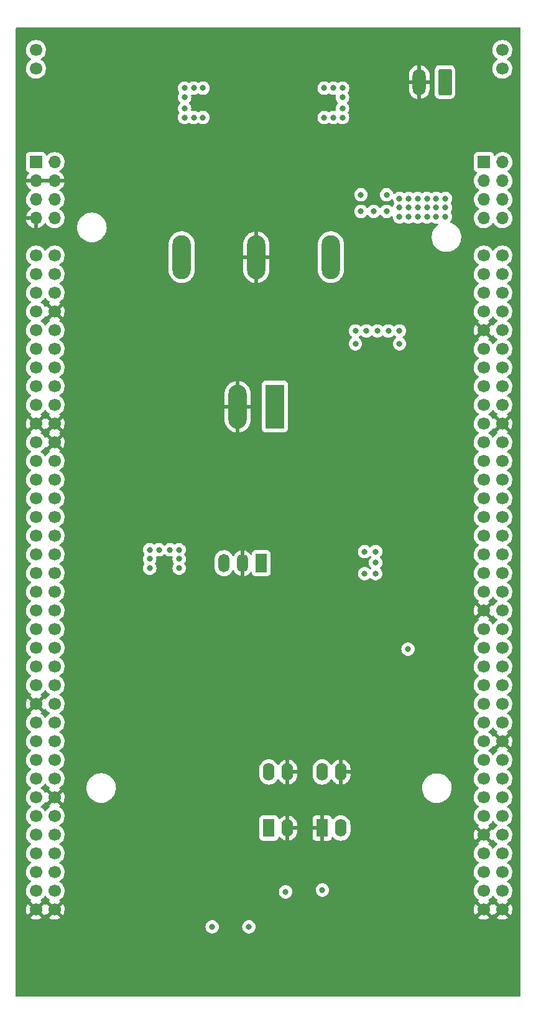
<source format=gbr>
%TF.GenerationSoftware,KiCad,Pcbnew,(6.0.7-1)-1*%
%TF.CreationDate,2022-08-23T12:38:47-05:00*%
%TF.ProjectId,NR1B-Power,4e523142-2d50-46f7-9765-722e6b696361,rev?*%
%TF.SameCoordinates,Original*%
%TF.FileFunction,Copper,L2,Inr*%
%TF.FilePolarity,Positive*%
%FSLAX46Y46*%
G04 Gerber Fmt 4.6, Leading zero omitted, Abs format (unit mm)*
G04 Created by KiCad (PCBNEW (6.0.7-1)-1) date 2022-08-23 12:38:47*
%MOMM*%
%LPD*%
G01*
G04 APERTURE LIST*
G04 Aperture macros list*
%AMRoundRect*
0 Rectangle with rounded corners*
0 $1 Rounding radius*
0 $2 $3 $4 $5 $6 $7 $8 $9 X,Y pos of 4 corners*
0 Add a 4 corners polygon primitive as box body*
4,1,4,$2,$3,$4,$5,$6,$7,$8,$9,$2,$3,0*
0 Add four circle primitives for the rounded corners*
1,1,$1+$1,$2,$3*
1,1,$1+$1,$4,$5*
1,1,$1+$1,$6,$7*
1,1,$1+$1,$8,$9*
0 Add four rect primitives between the rounded corners*
20,1,$1+$1,$2,$3,$4,$5,0*
20,1,$1+$1,$4,$5,$6,$7,0*
20,1,$1+$1,$6,$7,$8,$9,0*
20,1,$1+$1,$8,$9,$2,$3,0*%
G04 Aperture macros list end*
%TA.AperFunction,ComponentPad*%
%ADD10R,1.700000X1.700000*%
%TD*%
%TA.AperFunction,ComponentPad*%
%ADD11O,1.700000X1.700000*%
%TD*%
%TA.AperFunction,ComponentPad*%
%ADD12R,1.600000X2.400000*%
%TD*%
%TA.AperFunction,ComponentPad*%
%ADD13O,1.600000X2.400000*%
%TD*%
%TA.AperFunction,ComponentPad*%
%ADD14C,1.700000*%
%TD*%
%TA.AperFunction,ComponentPad*%
%ADD15R,1.500000X2.500000*%
%TD*%
%TA.AperFunction,ComponentPad*%
%ADD16O,1.500000X2.500000*%
%TD*%
%TA.AperFunction,ComponentPad*%
%ADD17R,2.500000X6.000000*%
%TD*%
%TA.AperFunction,ComponentPad*%
%ADD18O,2.500000X6.000000*%
%TD*%
%TA.AperFunction,ComponentPad*%
%ADD19RoundRect,0.250000X0.650000X1.550000X-0.650000X1.550000X-0.650000X-1.550000X0.650000X-1.550000X0*%
%TD*%
%TA.AperFunction,ComponentPad*%
%ADD20O,1.800000X3.600000*%
%TD*%
%TA.AperFunction,ViaPad*%
%ADD21C,0.800000*%
%TD*%
G04 APERTURE END LIST*
D10*
%TO.N,-15V*%
%TO.C,J2*%
X163000000Y-99300000D03*
D11*
%TO.N,+15V*%
X165540000Y-99300000D03*
%TO.N,GND*%
X163000000Y-101840000D03*
X165540000Y-101840000D03*
%TO.N,+5V*%
X163000000Y-104380000D03*
%TO.N,unconnected-(J2-Pad6)*%
X165540000Y-104380000D03*
%TO.N,GND*%
X163000000Y-106920000D03*
%TO.N,+24V*%
X165540000Y-106920000D03*
%TD*%
D12*
%TO.N,Net-(R6-Pad1)*%
%TO.C,U4*%
X194725000Y-189825000D03*
D13*
%TO.N,GND*%
X197265000Y-189825000D03*
X197265000Y-182205000D03*
%TO.N,/~{+15V_GOOD}*%
X194725000Y-182205000D03*
%TD*%
D14*
%TO.N,unconnected-(X1-Pad1)*%
%TO.C,X1*%
X163000000Y-112000000D03*
%TO.N,unconnected-(X1-Pad2)*%
X165540000Y-112000000D03*
%TO.N,unconnected-(X1-Pad3)*%
X163000000Y-114540000D03*
%TO.N,unconnected-(X1-Pad4)*%
X165540000Y-114540000D03*
%TO.N,unconnected-(X1-Pad5)*%
X163000000Y-117080000D03*
%TO.N,+5V*%
X165540000Y-117080000D03*
%TO.N,unconnected-(X1-Pad7)*%
X163000000Y-119620000D03*
%TO.N,GND*%
X165540000Y-119620000D03*
%TO.N,unconnected-(X1-Pad9)*%
X163000000Y-122160000D03*
%TO.N,unconnected-(X1-Pad10)*%
X165540000Y-122160000D03*
%TO.N,unconnected-(X1-Pad11)*%
X163000000Y-124700000D03*
%TO.N,unconnected-(X1-Pad12)*%
X165540000Y-124700000D03*
%TO.N,unconnected-(X1-Pad13)*%
X163000000Y-127240000D03*
%TO.N,unconnected-(X1-Pad14)*%
X165540000Y-127240000D03*
%TO.N,unconnected-(X1-Pad15)*%
X163000000Y-129780000D03*
%TO.N,VCC*%
X165540000Y-129780000D03*
%TO.N,unconnected-(X1-Pad17)*%
X163000000Y-132320000D03*
%TO.N,unconnected-(X1-Pad18)*%
X165540000Y-132320000D03*
%TO.N,GND*%
X163000000Y-134860000D03*
X165540000Y-134860000D03*
%TO.N,unconnected-(X1-Pad21)*%
X163000000Y-137400000D03*
%TO.N,GND*%
X165540000Y-137400000D03*
%TO.N,unconnected-(X1-Pad23)*%
X163000000Y-139940000D03*
%TO.N,unconnected-(X1-Pad24)*%
X165540000Y-139940000D03*
%TO.N,unconnected-(X1-Pad25)*%
X163000000Y-142480000D03*
%TO.N,unconnected-(X1-Pad26)*%
X165540000Y-142480000D03*
%TO.N,unconnected-(X1-Pad27)*%
X163000000Y-145020000D03*
%TO.N,unconnected-(X1-Pad28)*%
X165540000Y-145020000D03*
%TO.N,unconnected-(X1-Pad29)*%
X163000000Y-147560000D03*
%TO.N,unconnected-(X1-Pad30)*%
X165540000Y-147560000D03*
%TO.N,unconnected-(X1-Pad31)*%
X163000000Y-150100000D03*
%TO.N,unconnected-(X1-Pad32)*%
X165540000Y-150100000D03*
%TO.N,unconnected-(X1-Pad33)*%
X163000000Y-152640000D03*
%TO.N,unconnected-(X1-Pad34)*%
X165540000Y-152640000D03*
%TO.N,unconnected-(X1-Pad35)*%
X163000000Y-155180000D03*
%TO.N,unconnected-(X1-Pad36)*%
X165540000Y-155180000D03*
%TO.N,unconnected-(X1-Pad37)*%
X163000000Y-157720000D03*
%TO.N,unconnected-(X1-Pad38)*%
X165540000Y-157720000D03*
%TO.N,unconnected-(X1-Pad39)*%
X163000000Y-160260000D03*
%TO.N,unconnected-(X1-Pad40)*%
X165540000Y-160260000D03*
%TO.N,unconnected-(X1-Pad41)*%
X163000000Y-162800000D03*
%TO.N,unconnected-(X1-Pad42)*%
X165540000Y-162800000D03*
%TO.N,unconnected-(X1-Pad43)*%
X163000000Y-165340000D03*
%TO.N,unconnected-(X1-Pad44)*%
X165540000Y-165340000D03*
%TO.N,unconnected-(X1-Pad45)*%
X163000000Y-167880000D03*
%TO.N,unconnected-(X1-Pad46)*%
X165540000Y-167880000D03*
%TO.N,unconnected-(X1-Pad47)*%
X163000000Y-170420000D03*
%TO.N,unconnected-(X1-Pad48)*%
X165540000Y-170420000D03*
%TO.N,GND*%
X163000000Y-172960000D03*
%TO.N,unconnected-(X1-Pad50)*%
X165540000Y-172960000D03*
%TO.N,unconnected-(X1-Pad51)*%
X163000000Y-175500000D03*
%TO.N,unconnected-(X1-Pad52)*%
X165540000Y-175500000D03*
%TO.N,unconnected-(X1-Pad53)*%
X163000000Y-178040000D03*
%TO.N,unconnected-(X1-Pad54)*%
X165540000Y-178040000D03*
%TO.N,unconnected-(X1-Pad55)*%
X163000000Y-180580000D03*
%TO.N,unconnected-(X1-Pad56)*%
X165540000Y-180580000D03*
%TO.N,unconnected-(X1-Pad57)*%
X163000000Y-183120000D03*
%TO.N,unconnected-(X1-Pad58)*%
X165540000Y-183120000D03*
%TO.N,unconnected-(X1-Pad59)*%
X163000000Y-185660000D03*
%TO.N,GND*%
X165540000Y-185660000D03*
%TO.N,unconnected-(X1-Pad61)*%
X163000000Y-188200000D03*
%TO.N,unconnected-(X1-Pad62)*%
X165540000Y-188200000D03*
%TO.N,unconnected-(X1-Pad63)*%
X163000000Y-190740000D03*
%TO.N,unconnected-(X1-Pad64)*%
X165540000Y-190740000D03*
%TO.N,unconnected-(X1-Pad65)*%
X163000000Y-193280000D03*
%TO.N,unconnected-(X1-Pad66)*%
X165540000Y-193280000D03*
%TO.N,unconnected-(X1-Pad67)*%
X163000000Y-195820000D03*
%TO.N,unconnected-(X1-Pad68)*%
X165540000Y-195820000D03*
%TO.N,unconnected-(X1-Pad69)*%
X163000000Y-198360000D03*
%TO.N,unconnected-(X1-Pad70)*%
X165540000Y-198360000D03*
%TO.N,GND*%
X163000000Y-200900000D03*
X165540000Y-200900000D03*
%TO.N,unconnected-(X1-Pad73)*%
X223960000Y-112000000D03*
%TO.N,unconnected-(X1-Pad74)*%
X226500000Y-112000000D03*
%TO.N,unconnected-(X1-Pad75)*%
X223960000Y-114540000D03*
%TO.N,unconnected-(X1-Pad76)*%
X226500000Y-114540000D03*
%TO.N,unconnected-(X1-Pad77)*%
X223960000Y-117080000D03*
%TO.N,unconnected-(X1-Pad78)*%
X226500000Y-117080000D03*
%TO.N,unconnected-(X1-Pad79)*%
X223960000Y-119620000D03*
%TO.N,unconnected-(X1-Pad80)*%
X226500000Y-119620000D03*
%TO.N,GND*%
X223960000Y-122160000D03*
%TO.N,unconnected-(X1-Pad82)*%
X226500000Y-122160000D03*
%TO.N,unconnected-(X1-Pad83)*%
X223960000Y-124700000D03*
%TO.N,unconnected-(X1-Pad84)*%
X226500000Y-124700000D03*
%TO.N,unconnected-(X1-Pad85)*%
X223960000Y-127240000D03*
%TO.N,unconnected-(X1-Pad86)*%
X226500000Y-127240000D03*
%TO.N,unconnected-(X1-Pad87)*%
X223960000Y-129780000D03*
%TO.N,unconnected-(X1-Pad88)*%
X226500000Y-129780000D03*
%TO.N,unconnected-(X1-Pad89)*%
X223960000Y-132320000D03*
%TO.N,unconnected-(X1-Pad90)*%
X226500000Y-132320000D03*
%TO.N,unconnected-(X1-Pad91)*%
X223960000Y-134860000D03*
%TO.N,GND*%
X226500000Y-134860000D03*
%TO.N,unconnected-(X1-Pad93)*%
X223960000Y-137400000D03*
%TO.N,unconnected-(X1-Pad94)*%
X226500000Y-137400000D03*
%TO.N,unconnected-(X1-Pad95)*%
X223960000Y-139940000D03*
%TO.N,unconnected-(X1-Pad96)*%
X226500000Y-139940000D03*
%TO.N,unconnected-(X1-Pad97)*%
X223960000Y-142480000D03*
%TO.N,unconnected-(X1-Pad98)*%
X226500000Y-142480000D03*
%TO.N,unconnected-(X1-Pad99)*%
X223960000Y-145020000D03*
%TO.N,unconnected-(X1-Pad100)*%
X226500000Y-145020000D03*
%TO.N,unconnected-(X1-Pad101)*%
X223960000Y-147560000D03*
%TO.N,unconnected-(X1-Pad102)*%
X226500000Y-147560000D03*
%TO.N,unconnected-(X1-Pad103)*%
X223960000Y-150100000D03*
%TO.N,unconnected-(X1-Pad104)*%
X226500000Y-150100000D03*
%TO.N,unconnected-(X1-Pad105)*%
X223960000Y-152640000D03*
%TO.N,unconnected-(X1-Pad106)*%
X226500000Y-152640000D03*
%TO.N,/~{+15V_GOOD}*%
X223960000Y-155180000D03*
%TO.N,unconnected-(X1-Pad108)*%
X226500000Y-155180000D03*
%TO.N,/~{-15V_GOOD}*%
X223960000Y-157720000D03*
%TO.N,unconnected-(X1-Pad110)*%
X226500000Y-157720000D03*
%TO.N,GND*%
X223960000Y-160260000D03*
%TO.N,unconnected-(X1-Pad112)*%
X226500000Y-160260000D03*
%TO.N,unconnected-(X1-Pad113)*%
X223960000Y-162800000D03*
%TO.N,unconnected-(X1-Pad114)*%
X226500000Y-162800000D03*
%TO.N,unconnected-(X1-Pad115)*%
X223960000Y-165340000D03*
%TO.N,unconnected-(X1-Pad116)*%
X226500000Y-165340000D03*
%TO.N,unconnected-(X1-Pad117)*%
X223960000Y-167880000D03*
%TO.N,unconnected-(X1-Pad118)*%
X226500000Y-167880000D03*
%TO.N,unconnected-(X1-Pad119)*%
X223960000Y-170420000D03*
%TO.N,unconnected-(X1-Pad120)*%
X226500000Y-170420000D03*
%TO.N,unconnected-(X1-Pad121)*%
X223960000Y-172960000D03*
%TO.N,unconnected-(X1-Pad122)*%
X226500000Y-172960000D03*
%TO.N,unconnected-(X1-Pad123)*%
X223960000Y-175500000D03*
%TO.N,unconnected-(X1-Pad124)*%
X226500000Y-175500000D03*
%TO.N,unconnected-(X1-Pad125)*%
X223960000Y-178040000D03*
%TO.N,GND*%
X226500000Y-178040000D03*
%TO.N,unconnected-(X1-Pad127)*%
X223960000Y-180580000D03*
%TO.N,unconnected-(X1-Pad128)*%
X226500000Y-180580000D03*
%TO.N,unconnected-(X1-Pad129)*%
X223960000Y-183120000D03*
%TO.N,unconnected-(X1-Pad130)*%
X226500000Y-183120000D03*
%TO.N,unconnected-(X1-Pad131)*%
X223960000Y-185660000D03*
%TO.N,unconnected-(X1-Pad132)*%
X226500000Y-185660000D03*
%TO.N,unconnected-(X1-Pad133)*%
X223960000Y-188200000D03*
%TO.N,unconnected-(X1-Pad134)*%
X226500000Y-188200000D03*
%TO.N,GND*%
X223960000Y-190740000D03*
%TO.N,unconnected-(X1-Pad136)*%
X226500000Y-190740000D03*
%TO.N,unconnected-(X1-Pad137)*%
X223960000Y-193280000D03*
%TO.N,unconnected-(X1-Pad138)*%
X226500000Y-193280000D03*
%TO.N,unconnected-(X1-Pad139)*%
X223960000Y-195820000D03*
%TO.N,unconnected-(X1-Pad140)*%
X226500000Y-195820000D03*
%TO.N,unconnected-(X1-Pad141)*%
X223960000Y-198360000D03*
%TO.N,unconnected-(X1-Pad142)*%
X226500000Y-198360000D03*
%TO.N,GND*%
X223960000Y-200900000D03*
X226500000Y-200900000D03*
%TO.N,N/C*%
X163000000Y-84060000D03*
X163000000Y-86600000D03*
X226500000Y-84060000D03*
X226500000Y-86600000D03*
%TD*%
D15*
%TO.N,Net-(D7-Pad1)*%
%TO.C,U1*%
X193682500Y-153817500D03*
D16*
%TO.N,GND*%
X191142500Y-153817500D03*
%TO.N,+5V*%
X188602500Y-153817500D03*
%TD*%
D17*
%TO.N,Net-(D8-Pad1)*%
%TO.C,U2*%
X195540000Y-132535000D03*
D18*
%TO.N,GND*%
X190460000Y-132535000D03*
%TO.N,+15V*%
X203160000Y-112215000D03*
%TO.N,GND*%
X193000000Y-112215000D03*
%TO.N,-15V*%
X182840000Y-112215000D03*
%TD*%
D19*
%TO.N,/24VIN*%
%TO.C,J3*%
X218695000Y-88432500D03*
D20*
%TO.N,GND*%
X215195000Y-88432500D03*
%TD*%
D10*
%TO.N,unconnected-(J1-Pad1)*%
%TO.C,J1*%
X224000000Y-99300000D03*
D11*
%TO.N,unconnected-(J1-Pad2)*%
X226540000Y-99300000D03*
%TO.N,unconnected-(J1-Pad3)*%
X224000000Y-101840000D03*
%TO.N,unconnected-(J1-Pad4)*%
X226540000Y-101840000D03*
%TO.N,unconnected-(J1-Pad5)*%
X224000000Y-104380000D03*
%TO.N,unconnected-(J1-Pad6)*%
X226540000Y-104380000D03*
%TO.N,unconnected-(J1-Pad7)*%
X224000000Y-106920000D03*
%TO.N,unconnected-(J1-Pad8)*%
X226540000Y-106920000D03*
%TD*%
D12*
%TO.N,GND*%
%TO.C,U3*%
X201975000Y-189825000D03*
D13*
%TO.N,Net-(R2-Pad1)*%
X204515000Y-189825000D03*
%TO.N,GND*%
X204515000Y-182205000D03*
%TO.N,/~{-15V_GOOD}*%
X201975000Y-182205000D03*
%TD*%
D21*
%TO.N,+24V*%
X212500000Y-105500000D03*
X217500000Y-106750000D03*
X212500000Y-122250000D03*
X213750000Y-106750000D03*
X213750000Y-105500000D03*
X212500000Y-124000000D03*
X209500000Y-122250000D03*
X207750000Y-155250000D03*
X209000000Y-106000000D03*
X216250000Y-106750000D03*
X210750000Y-106000000D03*
X207250000Y-106000000D03*
X218750000Y-105500000D03*
X207250000Y-103750000D03*
X215000000Y-104250000D03*
X207750000Y-152250000D03*
X218750000Y-104250000D03*
X211000000Y-122250000D03*
X215000000Y-106750000D03*
X206500000Y-124000000D03*
X212500000Y-106750000D03*
X213750000Y-104250000D03*
X209250000Y-152250000D03*
X208000000Y-122250000D03*
X216250000Y-105500000D03*
X209250000Y-153750000D03*
X206500000Y-122250000D03*
X216250000Y-104250000D03*
X217500000Y-104250000D03*
X215000000Y-105500000D03*
X218750000Y-106750000D03*
X210750000Y-103750000D03*
X217500000Y-105500000D03*
X209250000Y-155250000D03*
X212500000Y-104250000D03*
%TO.N,GND*%
X188750000Y-210250000D03*
X182500000Y-160250000D03*
X181250000Y-161500000D03*
X197750000Y-89250000D03*
X208250000Y-95250000D03*
X192750000Y-90500000D03*
X192750000Y-93250000D03*
X178750000Y-170500000D03*
X195250000Y-90500000D03*
X178500000Y-159000000D03*
X192750000Y-89250000D03*
X211000000Y-97750000D03*
X211000000Y-96500000D03*
X213662500Y-163000000D03*
X169750000Y-203250000D03*
X190250000Y-93250000D03*
X190250000Y-89250000D03*
X170750000Y-170500000D03*
X178500000Y-160250000D03*
X183750000Y-210250000D03*
X192750000Y-92000000D03*
X214400000Y-99500000D03*
X207000000Y-97750000D03*
X196500000Y-89250000D03*
X178500000Y-161500000D03*
X182500000Y-161500000D03*
X213400000Y-99500000D03*
X179750000Y-161500000D03*
X211000000Y-95250000D03*
X203750000Y-210250000D03*
X213500000Y-170250000D03*
X196500000Y-93250000D03*
X197750000Y-93250000D03*
X175250000Y-203250000D03*
X182500000Y-159000000D03*
X198750000Y-210250000D03*
X200000000Y-170250000D03*
X195250000Y-93250000D03*
X207000000Y-96500000D03*
X193750000Y-210250000D03*
X209750000Y-95250000D03*
X207000000Y-95250000D03*
X195250000Y-92000000D03*
X191500000Y-89250000D03*
X191500000Y-93250000D03*
X195250000Y-89250000D03*
%TO.N,+5V*%
X182500000Y-153250000D03*
X182500000Y-154500000D03*
X179750000Y-152000000D03*
X182500000Y-152000000D03*
X181250000Y-152000000D03*
X178500000Y-153250000D03*
X178500000Y-152000000D03*
X178500000Y-154500000D03*
X187000000Y-203250000D03*
%TO.N,+15V*%
X204750000Y-92000000D03*
X202250000Y-93250000D03*
X197000000Y-198500000D03*
X203500000Y-89250000D03*
X203500000Y-93250000D03*
X204750000Y-89250000D03*
X204750000Y-93250000D03*
X202250000Y-89250000D03*
X204750000Y-90500000D03*
%TO.N,-15V*%
X184500000Y-93250000D03*
X183250000Y-93250000D03*
X202000000Y-198250000D03*
X185750000Y-89250000D03*
X183250000Y-90500000D03*
X183250000Y-92000000D03*
X185750000Y-93250000D03*
X183250000Y-89250000D03*
X184500000Y-89250000D03*
%TO.N,VCC*%
X213662500Y-165500000D03*
X192000000Y-203250000D03*
%TD*%
%TA.AperFunction,Conductor*%
%TO.N,GND*%
G36*
X228942121Y-81020002D02*
G01*
X228988614Y-81073658D01*
X229000000Y-81126000D01*
X229000000Y-212624000D01*
X228979998Y-212692121D01*
X228926342Y-212738614D01*
X228874000Y-212750000D01*
X160376000Y-212750000D01*
X160307879Y-212729998D01*
X160261386Y-212676342D01*
X160250000Y-212624000D01*
X160250000Y-203250000D01*
X186086496Y-203250000D01*
X186106458Y-203439928D01*
X186165473Y-203621556D01*
X186260960Y-203786944D01*
X186388747Y-203928866D01*
X186543248Y-204041118D01*
X186549276Y-204043802D01*
X186549278Y-204043803D01*
X186711681Y-204116109D01*
X186717712Y-204118794D01*
X186811113Y-204138647D01*
X186898056Y-204157128D01*
X186898061Y-204157128D01*
X186904513Y-204158500D01*
X187095487Y-204158500D01*
X187101939Y-204157128D01*
X187101944Y-204157128D01*
X187188888Y-204138647D01*
X187282288Y-204118794D01*
X187288319Y-204116109D01*
X187450722Y-204043803D01*
X187450724Y-204043802D01*
X187456752Y-204041118D01*
X187611253Y-203928866D01*
X187739040Y-203786944D01*
X187834527Y-203621556D01*
X187893542Y-203439928D01*
X187913504Y-203250000D01*
X191086496Y-203250000D01*
X191106458Y-203439928D01*
X191165473Y-203621556D01*
X191260960Y-203786944D01*
X191388747Y-203928866D01*
X191543248Y-204041118D01*
X191549276Y-204043802D01*
X191549278Y-204043803D01*
X191711681Y-204116109D01*
X191717712Y-204118794D01*
X191811113Y-204138647D01*
X191898056Y-204157128D01*
X191898061Y-204157128D01*
X191904513Y-204158500D01*
X192095487Y-204158500D01*
X192101939Y-204157128D01*
X192101944Y-204157128D01*
X192188888Y-204138647D01*
X192282288Y-204118794D01*
X192288319Y-204116109D01*
X192450722Y-204043803D01*
X192450724Y-204043802D01*
X192456752Y-204041118D01*
X192611253Y-203928866D01*
X192739040Y-203786944D01*
X192834527Y-203621556D01*
X192893542Y-203439928D01*
X192913504Y-203250000D01*
X192893542Y-203060072D01*
X192834527Y-202878444D01*
X192739040Y-202713056D01*
X192611253Y-202571134D01*
X192456752Y-202458882D01*
X192450724Y-202456198D01*
X192450722Y-202456197D01*
X192288319Y-202383891D01*
X192288318Y-202383891D01*
X192282288Y-202381206D01*
X192188887Y-202361353D01*
X192101944Y-202342872D01*
X192101939Y-202342872D01*
X192095487Y-202341500D01*
X191904513Y-202341500D01*
X191898061Y-202342872D01*
X191898056Y-202342872D01*
X191811112Y-202361353D01*
X191717712Y-202381206D01*
X191711682Y-202383891D01*
X191711681Y-202383891D01*
X191549278Y-202456197D01*
X191549276Y-202456198D01*
X191543248Y-202458882D01*
X191388747Y-202571134D01*
X191260960Y-202713056D01*
X191165473Y-202878444D01*
X191106458Y-203060072D01*
X191086496Y-203250000D01*
X187913504Y-203250000D01*
X187893542Y-203060072D01*
X187834527Y-202878444D01*
X187739040Y-202713056D01*
X187611253Y-202571134D01*
X187456752Y-202458882D01*
X187450724Y-202456198D01*
X187450722Y-202456197D01*
X187288319Y-202383891D01*
X187288318Y-202383891D01*
X187282288Y-202381206D01*
X187188887Y-202361353D01*
X187101944Y-202342872D01*
X187101939Y-202342872D01*
X187095487Y-202341500D01*
X186904513Y-202341500D01*
X186898061Y-202342872D01*
X186898056Y-202342872D01*
X186811112Y-202361353D01*
X186717712Y-202381206D01*
X186711682Y-202383891D01*
X186711681Y-202383891D01*
X186549278Y-202456197D01*
X186549276Y-202456198D01*
X186543248Y-202458882D01*
X186388747Y-202571134D01*
X186260960Y-202713056D01*
X186165473Y-202878444D01*
X186106458Y-203060072D01*
X186086496Y-203250000D01*
X160250000Y-203250000D01*
X160250000Y-202024853D01*
X162239977Y-202024853D01*
X162245258Y-202031907D01*
X162406756Y-202126279D01*
X162416042Y-202130729D01*
X162615001Y-202206703D01*
X162624899Y-202209579D01*
X162833595Y-202252038D01*
X162843823Y-202253257D01*
X163056650Y-202261062D01*
X163066936Y-202260595D01*
X163278185Y-202233534D01*
X163288262Y-202231392D01*
X163492255Y-202170191D01*
X163501842Y-202166433D01*
X163693098Y-202072738D01*
X163701944Y-202067465D01*
X163749247Y-202033723D01*
X163756211Y-202024853D01*
X164779977Y-202024853D01*
X164785258Y-202031907D01*
X164946756Y-202126279D01*
X164956042Y-202130729D01*
X165155001Y-202206703D01*
X165164899Y-202209579D01*
X165373595Y-202252038D01*
X165383823Y-202253257D01*
X165596650Y-202261062D01*
X165606936Y-202260595D01*
X165818185Y-202233534D01*
X165828262Y-202231392D01*
X166032255Y-202170191D01*
X166041842Y-202166433D01*
X166233098Y-202072738D01*
X166241944Y-202067465D01*
X166289247Y-202033723D01*
X166296211Y-202024853D01*
X223199977Y-202024853D01*
X223205258Y-202031907D01*
X223366756Y-202126279D01*
X223376042Y-202130729D01*
X223575001Y-202206703D01*
X223584899Y-202209579D01*
X223793595Y-202252038D01*
X223803823Y-202253257D01*
X224016650Y-202261062D01*
X224026936Y-202260595D01*
X224238185Y-202233534D01*
X224248262Y-202231392D01*
X224452255Y-202170191D01*
X224461842Y-202166433D01*
X224653098Y-202072738D01*
X224661944Y-202067465D01*
X224709247Y-202033723D01*
X224716211Y-202024853D01*
X225739977Y-202024853D01*
X225745258Y-202031907D01*
X225906756Y-202126279D01*
X225916042Y-202130729D01*
X226115001Y-202206703D01*
X226124899Y-202209579D01*
X226333595Y-202252038D01*
X226343823Y-202253257D01*
X226556650Y-202261062D01*
X226566936Y-202260595D01*
X226778185Y-202233534D01*
X226788262Y-202231392D01*
X226992255Y-202170191D01*
X227001842Y-202166433D01*
X227193098Y-202072738D01*
X227201944Y-202067465D01*
X227249247Y-202033723D01*
X227257648Y-202023023D01*
X227250660Y-202009870D01*
X226512812Y-201272022D01*
X226498868Y-201264408D01*
X226497035Y-201264539D01*
X226490420Y-201268790D01*
X225746737Y-202012473D01*
X225739977Y-202024853D01*
X224716211Y-202024853D01*
X224717648Y-202023023D01*
X224710660Y-202009870D01*
X223972812Y-201272022D01*
X223958868Y-201264408D01*
X223957035Y-201264539D01*
X223950420Y-201268790D01*
X223206737Y-202012473D01*
X223199977Y-202024853D01*
X166296211Y-202024853D01*
X166297648Y-202023023D01*
X166290660Y-202009870D01*
X165552812Y-201272022D01*
X165538868Y-201264408D01*
X165537035Y-201264539D01*
X165530420Y-201268790D01*
X164786737Y-202012473D01*
X164779977Y-202024853D01*
X163756211Y-202024853D01*
X163757648Y-202023023D01*
X163750660Y-202009870D01*
X163012812Y-201272022D01*
X162998868Y-201264408D01*
X162997035Y-201264539D01*
X162990420Y-201268790D01*
X162246737Y-202012473D01*
X162239977Y-202024853D01*
X160250000Y-202024853D01*
X160250000Y-200871863D01*
X161638050Y-200871863D01*
X161650309Y-201084477D01*
X161651745Y-201094697D01*
X161698565Y-201302446D01*
X161701645Y-201312275D01*
X161781770Y-201509603D01*
X161786413Y-201518794D01*
X161866460Y-201649420D01*
X161876916Y-201658880D01*
X161885694Y-201655096D01*
X162627978Y-200912812D01*
X162634356Y-200901132D01*
X163364408Y-200901132D01*
X163364539Y-200902965D01*
X163368790Y-200909580D01*
X164110474Y-201651264D01*
X164122484Y-201657823D01*
X164134223Y-201648855D01*
X164168022Y-201601819D01*
X164169149Y-201602629D01*
X164216659Y-201558881D01*
X164286596Y-201546661D01*
X164352038Y-201574191D01*
X164379870Y-201606029D01*
X164406459Y-201649419D01*
X164416916Y-201658880D01*
X164425694Y-201655096D01*
X165167978Y-200912812D01*
X165174356Y-200901132D01*
X165904408Y-200901132D01*
X165904539Y-200902965D01*
X165908790Y-200909580D01*
X166650474Y-201651264D01*
X166662484Y-201657823D01*
X166674223Y-201648855D01*
X166705004Y-201606019D01*
X166710315Y-201597180D01*
X166804670Y-201406267D01*
X166808469Y-201396672D01*
X166870376Y-201192915D01*
X166872555Y-201182834D01*
X166900590Y-200969887D01*
X166901109Y-200963212D01*
X166902572Y-200903364D01*
X166902378Y-200896646D01*
X166900341Y-200871863D01*
X222598050Y-200871863D01*
X222610309Y-201084477D01*
X222611745Y-201094697D01*
X222658565Y-201302446D01*
X222661645Y-201312275D01*
X222741770Y-201509603D01*
X222746413Y-201518794D01*
X222826460Y-201649420D01*
X222836916Y-201658880D01*
X222845694Y-201655096D01*
X223587978Y-200912812D01*
X223594356Y-200901132D01*
X224324408Y-200901132D01*
X224324539Y-200902965D01*
X224328790Y-200909580D01*
X225070474Y-201651264D01*
X225082484Y-201657823D01*
X225094223Y-201648855D01*
X225128022Y-201601819D01*
X225129149Y-201602629D01*
X225176659Y-201558881D01*
X225246596Y-201546661D01*
X225312038Y-201574191D01*
X225339870Y-201606029D01*
X225366459Y-201649419D01*
X225376916Y-201658880D01*
X225385694Y-201655096D01*
X226127978Y-200912812D01*
X226134356Y-200901132D01*
X226864408Y-200901132D01*
X226864539Y-200902965D01*
X226868790Y-200909580D01*
X227610474Y-201651264D01*
X227622484Y-201657823D01*
X227634223Y-201648855D01*
X227665004Y-201606019D01*
X227670315Y-201597180D01*
X227764670Y-201406267D01*
X227768469Y-201396672D01*
X227830376Y-201192915D01*
X227832555Y-201182834D01*
X227860590Y-200969887D01*
X227861109Y-200963212D01*
X227862572Y-200903364D01*
X227862378Y-200896646D01*
X227844781Y-200682604D01*
X227843096Y-200672424D01*
X227791214Y-200465875D01*
X227787894Y-200456124D01*
X227702972Y-200260814D01*
X227698105Y-200251739D01*
X227633063Y-200151197D01*
X227622377Y-200141995D01*
X227612812Y-200146398D01*
X226872022Y-200887188D01*
X226864408Y-200901132D01*
X226134356Y-200901132D01*
X226135592Y-200898868D01*
X226135461Y-200897035D01*
X226131210Y-200890420D01*
X225389849Y-200149059D01*
X225378313Y-200142759D01*
X225366028Y-200152384D01*
X225333192Y-200200520D01*
X225278281Y-200245523D01*
X225207756Y-200253694D01*
X225144009Y-200222440D01*
X225123311Y-200197955D01*
X225093062Y-200151197D01*
X225082377Y-200141995D01*
X225072812Y-200146398D01*
X224332022Y-200887188D01*
X224324408Y-200901132D01*
X223594356Y-200901132D01*
X223595592Y-200898868D01*
X223595461Y-200897035D01*
X223591210Y-200890420D01*
X222849849Y-200149059D01*
X222838313Y-200142759D01*
X222826031Y-200152382D01*
X222778089Y-200222662D01*
X222773004Y-200231613D01*
X222683338Y-200424783D01*
X222679775Y-200434470D01*
X222622864Y-200639681D01*
X222620933Y-200649800D01*
X222598302Y-200861574D01*
X222598050Y-200871863D01*
X166900341Y-200871863D01*
X166884781Y-200682604D01*
X166883096Y-200672424D01*
X166831214Y-200465875D01*
X166827894Y-200456124D01*
X166742972Y-200260814D01*
X166738105Y-200251739D01*
X166673063Y-200151197D01*
X166662377Y-200141995D01*
X166652812Y-200146398D01*
X165912022Y-200887188D01*
X165904408Y-200901132D01*
X165174356Y-200901132D01*
X165175592Y-200898868D01*
X165175461Y-200897035D01*
X165171210Y-200890420D01*
X164429849Y-200149059D01*
X164418313Y-200142759D01*
X164406028Y-200152384D01*
X164373192Y-200200520D01*
X164318281Y-200245523D01*
X164247756Y-200253694D01*
X164184009Y-200222440D01*
X164163311Y-200197955D01*
X164133062Y-200151197D01*
X164122377Y-200141995D01*
X164112812Y-200146398D01*
X163372022Y-200887188D01*
X163364408Y-200901132D01*
X162634356Y-200901132D01*
X162635592Y-200898868D01*
X162635461Y-200897035D01*
X162631210Y-200890420D01*
X161889849Y-200149059D01*
X161878313Y-200142759D01*
X161866031Y-200152382D01*
X161818089Y-200222662D01*
X161813004Y-200231613D01*
X161723338Y-200424783D01*
X161719775Y-200434470D01*
X161662864Y-200639681D01*
X161660933Y-200649800D01*
X161638302Y-200861574D01*
X161638050Y-200871863D01*
X160250000Y-200871863D01*
X160250000Y-198326695D01*
X161637251Y-198326695D01*
X161637548Y-198331848D01*
X161637548Y-198331851D01*
X161647622Y-198506565D01*
X161650110Y-198549715D01*
X161651247Y-198554761D01*
X161651248Y-198554767D01*
X161664884Y-198615271D01*
X161699222Y-198767639D01*
X161783266Y-198974616D01*
X161821461Y-199036944D01*
X161897291Y-199160688D01*
X161899987Y-199165088D01*
X162046250Y-199333938D01*
X162218126Y-199476632D01*
X162291955Y-199519774D01*
X162340679Y-199571412D01*
X162353750Y-199641195D01*
X162327019Y-199706967D01*
X162286562Y-199740327D01*
X162278460Y-199744544D01*
X162269734Y-199750039D01*
X162249677Y-199765099D01*
X162241223Y-199776427D01*
X162247968Y-199788758D01*
X162987188Y-200527978D01*
X163001132Y-200535592D01*
X163002965Y-200535461D01*
X163009580Y-200531210D01*
X163753389Y-199787401D01*
X163760410Y-199774544D01*
X163753611Y-199765213D01*
X163749559Y-199762521D01*
X163712602Y-199742120D01*
X163662631Y-199691687D01*
X163647859Y-199622245D01*
X163672975Y-199555839D01*
X163700327Y-199529232D01*
X163723797Y-199512491D01*
X163879860Y-199401173D01*
X163912353Y-199368794D01*
X164034435Y-199247137D01*
X164038096Y-199243489D01*
X164097594Y-199160689D01*
X164168453Y-199062077D01*
X164169776Y-199063028D01*
X164216645Y-199019857D01*
X164286580Y-199007625D01*
X164352026Y-199035144D01*
X164379875Y-199066994D01*
X164439987Y-199165088D01*
X164586250Y-199333938D01*
X164758126Y-199476632D01*
X164831955Y-199519774D01*
X164880679Y-199571412D01*
X164893750Y-199641195D01*
X164867019Y-199706967D01*
X164826562Y-199740327D01*
X164818460Y-199744544D01*
X164809734Y-199750039D01*
X164789677Y-199765099D01*
X164781223Y-199776427D01*
X164787968Y-199788758D01*
X165527188Y-200527978D01*
X165541132Y-200535592D01*
X165542965Y-200535461D01*
X165549580Y-200531210D01*
X166293389Y-199787401D01*
X166300410Y-199774544D01*
X166293611Y-199765213D01*
X166289559Y-199762521D01*
X166252602Y-199742120D01*
X166202631Y-199691687D01*
X166187859Y-199622245D01*
X166212975Y-199555839D01*
X166240327Y-199529232D01*
X166263797Y-199512491D01*
X166419860Y-199401173D01*
X166452353Y-199368794D01*
X166574435Y-199247137D01*
X166578096Y-199243489D01*
X166637594Y-199160689D01*
X166705435Y-199066277D01*
X166708453Y-199062077D01*
X166720875Y-199036944D01*
X166805136Y-198866453D01*
X166805137Y-198866451D01*
X166807430Y-198861811D01*
X166872370Y-198648069D01*
X166891864Y-198500000D01*
X196086496Y-198500000D01*
X196106458Y-198689928D01*
X196165473Y-198871556D01*
X196260960Y-199036944D01*
X196265378Y-199041851D01*
X196265379Y-199041852D01*
X196384325Y-199173955D01*
X196388747Y-199178866D01*
X196543248Y-199291118D01*
X196549276Y-199293802D01*
X196549278Y-199293803D01*
X196646840Y-199337240D01*
X196717712Y-199368794D01*
X196811113Y-199388647D01*
X196898056Y-199407128D01*
X196898061Y-199407128D01*
X196904513Y-199408500D01*
X197095487Y-199408500D01*
X197101939Y-199407128D01*
X197101944Y-199407128D01*
X197188887Y-199388647D01*
X197282288Y-199368794D01*
X197353160Y-199337240D01*
X197450722Y-199293803D01*
X197450724Y-199293802D01*
X197456752Y-199291118D01*
X197611253Y-199178866D01*
X197615675Y-199173955D01*
X197734621Y-199041852D01*
X197734622Y-199041851D01*
X197739040Y-199036944D01*
X197834527Y-198871556D01*
X197893542Y-198689928D01*
X197913504Y-198500000D01*
X197907190Y-198439928D01*
X197894232Y-198316635D01*
X197894232Y-198316633D01*
X197893542Y-198310072D01*
X197874023Y-198250000D01*
X201086496Y-198250000D01*
X201087186Y-198256565D01*
X201093500Y-198316635D01*
X201106458Y-198439928D01*
X201165473Y-198621556D01*
X201168776Y-198627278D01*
X201168777Y-198627279D01*
X201201159Y-198683365D01*
X201260960Y-198786944D01*
X201388747Y-198928866D01*
X201445128Y-198969829D01*
X201535026Y-199035144D01*
X201543248Y-199041118D01*
X201549276Y-199043802D01*
X201549278Y-199043803D01*
X201711681Y-199116109D01*
X201717712Y-199118794D01*
X201811112Y-199138647D01*
X201898056Y-199157128D01*
X201898061Y-199157128D01*
X201904513Y-199158500D01*
X202095487Y-199158500D01*
X202101939Y-199157128D01*
X202101944Y-199157128D01*
X202188887Y-199138647D01*
X202282288Y-199118794D01*
X202288319Y-199116109D01*
X202450722Y-199043803D01*
X202450724Y-199043802D01*
X202456752Y-199041118D01*
X202464975Y-199035144D01*
X202554872Y-198969829D01*
X202611253Y-198928866D01*
X202739040Y-198786944D01*
X202798841Y-198683365D01*
X202831223Y-198627279D01*
X202831224Y-198627278D01*
X202834527Y-198621556D01*
X202893542Y-198439928D01*
X202905444Y-198326695D01*
X222597251Y-198326695D01*
X222597548Y-198331848D01*
X222597548Y-198331851D01*
X222607622Y-198506565D01*
X222610110Y-198549715D01*
X222611247Y-198554761D01*
X222611248Y-198554767D01*
X222624884Y-198615271D01*
X222659222Y-198767639D01*
X222743266Y-198974616D01*
X222781461Y-199036944D01*
X222857291Y-199160688D01*
X222859987Y-199165088D01*
X223006250Y-199333938D01*
X223178126Y-199476632D01*
X223251955Y-199519774D01*
X223300679Y-199571412D01*
X223313750Y-199641195D01*
X223287019Y-199706967D01*
X223246562Y-199740327D01*
X223238460Y-199744544D01*
X223229734Y-199750039D01*
X223209677Y-199765099D01*
X223201223Y-199776427D01*
X223207968Y-199788758D01*
X223947188Y-200527978D01*
X223961132Y-200535592D01*
X223962965Y-200535461D01*
X223969580Y-200531210D01*
X224713389Y-199787401D01*
X224720410Y-199774544D01*
X224713611Y-199765213D01*
X224709559Y-199762521D01*
X224672602Y-199742120D01*
X224622631Y-199691687D01*
X224607859Y-199622245D01*
X224632975Y-199555839D01*
X224660327Y-199529232D01*
X224683797Y-199512491D01*
X224839860Y-199401173D01*
X224872353Y-199368794D01*
X224994435Y-199247137D01*
X224998096Y-199243489D01*
X225057594Y-199160689D01*
X225128453Y-199062077D01*
X225129776Y-199063028D01*
X225176645Y-199019857D01*
X225246580Y-199007625D01*
X225312026Y-199035144D01*
X225339875Y-199066994D01*
X225399987Y-199165088D01*
X225546250Y-199333938D01*
X225718126Y-199476632D01*
X225791955Y-199519774D01*
X225840679Y-199571412D01*
X225853750Y-199641195D01*
X225827019Y-199706967D01*
X225786562Y-199740327D01*
X225778460Y-199744544D01*
X225769734Y-199750039D01*
X225749677Y-199765099D01*
X225741223Y-199776427D01*
X225747968Y-199788758D01*
X226487188Y-200527978D01*
X226501132Y-200535592D01*
X226502965Y-200535461D01*
X226509580Y-200531210D01*
X227253389Y-199787401D01*
X227260410Y-199774544D01*
X227253611Y-199765213D01*
X227249559Y-199762521D01*
X227212602Y-199742120D01*
X227162631Y-199691687D01*
X227147859Y-199622245D01*
X227172975Y-199555839D01*
X227200327Y-199529232D01*
X227223797Y-199512491D01*
X227379860Y-199401173D01*
X227412353Y-199368794D01*
X227534435Y-199247137D01*
X227538096Y-199243489D01*
X227597594Y-199160689D01*
X227665435Y-199066277D01*
X227668453Y-199062077D01*
X227680875Y-199036944D01*
X227765136Y-198866453D01*
X227765137Y-198866451D01*
X227767430Y-198861811D01*
X227832370Y-198648069D01*
X227861529Y-198426590D01*
X227863156Y-198360000D01*
X227844852Y-198137361D01*
X227790431Y-197920702D01*
X227701354Y-197715840D01*
X227645714Y-197629834D01*
X227582822Y-197532617D01*
X227582820Y-197532614D01*
X227580014Y-197528277D01*
X227429670Y-197363051D01*
X227425619Y-197359852D01*
X227425615Y-197359848D01*
X227258414Y-197227800D01*
X227258410Y-197227798D01*
X227254359Y-197224598D01*
X227213053Y-197201796D01*
X227163084Y-197151364D01*
X227148312Y-197081921D01*
X227173428Y-197015516D01*
X227200780Y-196988909D01*
X227244603Y-196957650D01*
X227379860Y-196861173D01*
X227538096Y-196703489D01*
X227597594Y-196620689D01*
X227665435Y-196526277D01*
X227668453Y-196522077D01*
X227689320Y-196479857D01*
X227765136Y-196326453D01*
X227765137Y-196326451D01*
X227767430Y-196321811D01*
X227832370Y-196108069D01*
X227861529Y-195886590D01*
X227863156Y-195820000D01*
X227844852Y-195597361D01*
X227790431Y-195380702D01*
X227701354Y-195175840D01*
X227580014Y-194988277D01*
X227429670Y-194823051D01*
X227425619Y-194819852D01*
X227425615Y-194819848D01*
X227258414Y-194687800D01*
X227258410Y-194687798D01*
X227254359Y-194684598D01*
X227213053Y-194661796D01*
X227163084Y-194611364D01*
X227148312Y-194541921D01*
X227173428Y-194475516D01*
X227200780Y-194448909D01*
X227244603Y-194417650D01*
X227379860Y-194321173D01*
X227538096Y-194163489D01*
X227597594Y-194080689D01*
X227665435Y-193986277D01*
X227668453Y-193982077D01*
X227689320Y-193939857D01*
X227765136Y-193786453D01*
X227765137Y-193786451D01*
X227767430Y-193781811D01*
X227832370Y-193568069D01*
X227861529Y-193346590D01*
X227863156Y-193280000D01*
X227844852Y-193057361D01*
X227790431Y-192840702D01*
X227701354Y-192635840D01*
X227580014Y-192448277D01*
X227429670Y-192283051D01*
X227425619Y-192279852D01*
X227425615Y-192279848D01*
X227258414Y-192147800D01*
X227258410Y-192147798D01*
X227254359Y-192144598D01*
X227213053Y-192121796D01*
X227163084Y-192071364D01*
X227148312Y-192001921D01*
X227173428Y-191935516D01*
X227200780Y-191908909D01*
X227265110Y-191863023D01*
X227379860Y-191781173D01*
X227538096Y-191623489D01*
X227597594Y-191540689D01*
X227665435Y-191446277D01*
X227668453Y-191442077D01*
X227689320Y-191399857D01*
X227765136Y-191246453D01*
X227765137Y-191246451D01*
X227767430Y-191241811D01*
X227821214Y-191064789D01*
X227830865Y-191033023D01*
X227830865Y-191033021D01*
X227832370Y-191028069D01*
X227861529Y-190806590D01*
X227863156Y-190740000D01*
X227844852Y-190517361D01*
X227790431Y-190300702D01*
X227701354Y-190095840D01*
X227580014Y-189908277D01*
X227429670Y-189743051D01*
X227425619Y-189739852D01*
X227425615Y-189739848D01*
X227258414Y-189607800D01*
X227258410Y-189607798D01*
X227254359Y-189604598D01*
X227213053Y-189581796D01*
X227163084Y-189531364D01*
X227148312Y-189461921D01*
X227173428Y-189395516D01*
X227200780Y-189368909D01*
X227244603Y-189337650D01*
X227379860Y-189241173D01*
X227418688Y-189202481D01*
X227534435Y-189087137D01*
X227538096Y-189083489D01*
X227597594Y-189000689D01*
X227665435Y-188906277D01*
X227668453Y-188902077D01*
X227689320Y-188859857D01*
X227765136Y-188706453D01*
X227765137Y-188706451D01*
X227767430Y-188701811D01*
X227804226Y-188580700D01*
X227830865Y-188493023D01*
X227830865Y-188493021D01*
X227832370Y-188488069D01*
X227861529Y-188266590D01*
X227863156Y-188200000D01*
X227844852Y-187977361D01*
X227790431Y-187760702D01*
X227701354Y-187555840D01*
X227580014Y-187368277D01*
X227429670Y-187203051D01*
X227425619Y-187199852D01*
X227425615Y-187199848D01*
X227258414Y-187067800D01*
X227258410Y-187067798D01*
X227254359Y-187064598D01*
X227213053Y-187041796D01*
X227163084Y-186991364D01*
X227148312Y-186921921D01*
X227173428Y-186855516D01*
X227200780Y-186828909D01*
X227265110Y-186783023D01*
X227379860Y-186701173D01*
X227538096Y-186543489D01*
X227597594Y-186460689D01*
X227665435Y-186366277D01*
X227668453Y-186362077D01*
X227670874Y-186357180D01*
X227765136Y-186166453D01*
X227765137Y-186166451D01*
X227767430Y-186161811D01*
X227832370Y-185948069D01*
X227861529Y-185726590D01*
X227863156Y-185660000D01*
X227844852Y-185437361D01*
X227790431Y-185220702D01*
X227701354Y-185015840D01*
X227615263Y-184882764D01*
X227582822Y-184832617D01*
X227582820Y-184832614D01*
X227580014Y-184828277D01*
X227429670Y-184663051D01*
X227425619Y-184659852D01*
X227425615Y-184659848D01*
X227258414Y-184527800D01*
X227258410Y-184527798D01*
X227254359Y-184524598D01*
X227213053Y-184501796D01*
X227163084Y-184451364D01*
X227148312Y-184381921D01*
X227173428Y-184315516D01*
X227200780Y-184288909D01*
X227244603Y-184257650D01*
X227379860Y-184161173D01*
X227538096Y-184003489D01*
X227597594Y-183920689D01*
X227665435Y-183826277D01*
X227668453Y-183822077D01*
X227689320Y-183779857D01*
X227765136Y-183626453D01*
X227765137Y-183626451D01*
X227767430Y-183621811D01*
X227821214Y-183444789D01*
X227830865Y-183413023D01*
X227830865Y-183413021D01*
X227832370Y-183408069D01*
X227861529Y-183186590D01*
X227862248Y-183157152D01*
X227863074Y-183123365D01*
X227863074Y-183123361D01*
X227863156Y-183120000D01*
X227844852Y-182897361D01*
X227790431Y-182680702D01*
X227701354Y-182475840D01*
X227580014Y-182288277D01*
X227429670Y-182123051D01*
X227425619Y-182119852D01*
X227425615Y-182119848D01*
X227258414Y-181987800D01*
X227258410Y-181987798D01*
X227254359Y-181984598D01*
X227213053Y-181961796D01*
X227163084Y-181911364D01*
X227148312Y-181841921D01*
X227173428Y-181775516D01*
X227200780Y-181748909D01*
X227244603Y-181717650D01*
X227379860Y-181621173D01*
X227418688Y-181582481D01*
X227534435Y-181467137D01*
X227538096Y-181463489D01*
X227597594Y-181380689D01*
X227665435Y-181286277D01*
X227668453Y-181282077D01*
X227688590Y-181241334D01*
X227765136Y-181086453D01*
X227765137Y-181086451D01*
X227767430Y-181081811D01*
X227832370Y-180868069D01*
X227861529Y-180646590D01*
X227863156Y-180580000D01*
X227844852Y-180357361D01*
X227790431Y-180140702D01*
X227701354Y-179935840D01*
X227580014Y-179748277D01*
X227429670Y-179583051D01*
X227425619Y-179579852D01*
X227425615Y-179579848D01*
X227258414Y-179447800D01*
X227258410Y-179447798D01*
X227254359Y-179444598D01*
X227212569Y-179421529D01*
X227162598Y-179371097D01*
X227147826Y-179301654D01*
X227172942Y-179235248D01*
X227200293Y-179208642D01*
X227249247Y-179173723D01*
X227257648Y-179163023D01*
X227250660Y-179149870D01*
X226512812Y-178412022D01*
X226498868Y-178404408D01*
X226497035Y-178404539D01*
X226490420Y-178408790D01*
X225746737Y-179152473D01*
X225739977Y-179164853D01*
X225745258Y-179171907D01*
X225791969Y-179199203D01*
X225840693Y-179250841D01*
X225853764Y-179320624D01*
X225827033Y-179386396D01*
X225786584Y-179419752D01*
X225773607Y-179426507D01*
X225769474Y-179429610D01*
X225769471Y-179429612D01*
X225745247Y-179447800D01*
X225594965Y-179560635D01*
X225440629Y-179722138D01*
X225333201Y-179879621D01*
X225278293Y-179924621D01*
X225207768Y-179932792D01*
X225144021Y-179901538D01*
X225123324Y-179877054D01*
X225042822Y-179752617D01*
X225042820Y-179752614D01*
X225040014Y-179748277D01*
X224889670Y-179583051D01*
X224885619Y-179579852D01*
X224885615Y-179579848D01*
X224718414Y-179447800D01*
X224718410Y-179447798D01*
X224714359Y-179444598D01*
X224673053Y-179421796D01*
X224623084Y-179371364D01*
X224608312Y-179301921D01*
X224633428Y-179235516D01*
X224660780Y-179208909D01*
X224725110Y-179163023D01*
X224839860Y-179081173D01*
X224998096Y-178923489D01*
X225057594Y-178840689D01*
X225128453Y-178742077D01*
X225129640Y-178742930D01*
X225176960Y-178699362D01*
X225246897Y-178687145D01*
X225312338Y-178714678D01*
X225340166Y-178746512D01*
X225366459Y-178789419D01*
X225376916Y-178798880D01*
X225385694Y-178795096D01*
X226127978Y-178052812D01*
X226134356Y-178041132D01*
X226864408Y-178041132D01*
X226864539Y-178042965D01*
X226868790Y-178049580D01*
X227610474Y-178791264D01*
X227622484Y-178797823D01*
X227634223Y-178788855D01*
X227665004Y-178746019D01*
X227670315Y-178737180D01*
X227764670Y-178546267D01*
X227768469Y-178536672D01*
X227830376Y-178332915D01*
X227832555Y-178322834D01*
X227860590Y-178109887D01*
X227861109Y-178103212D01*
X227862572Y-178043364D01*
X227862378Y-178036646D01*
X227844781Y-177822604D01*
X227843096Y-177812424D01*
X227791214Y-177605875D01*
X227787894Y-177596124D01*
X227702972Y-177400814D01*
X227698105Y-177391739D01*
X227633063Y-177291197D01*
X227622377Y-177281995D01*
X227612812Y-177286398D01*
X226872022Y-178027188D01*
X226864408Y-178041132D01*
X226134356Y-178041132D01*
X226135592Y-178038868D01*
X226135461Y-178037035D01*
X226131210Y-178030420D01*
X225389849Y-177289059D01*
X225378313Y-177282759D01*
X225366031Y-177292382D01*
X225333499Y-177340072D01*
X225278587Y-177385075D01*
X225208063Y-177393246D01*
X225144316Y-177361992D01*
X225123618Y-177337508D01*
X225042822Y-177212617D01*
X225042820Y-177212614D01*
X225040014Y-177208277D01*
X224889670Y-177043051D01*
X224885619Y-177039852D01*
X224885615Y-177039848D01*
X224718414Y-176907800D01*
X224718410Y-176907798D01*
X224714359Y-176904598D01*
X224673053Y-176881796D01*
X224623084Y-176831364D01*
X224608312Y-176761921D01*
X224633428Y-176695516D01*
X224660780Y-176668909D01*
X224704603Y-176637650D01*
X224839860Y-176541173D01*
X224998096Y-176383489D01*
X225057594Y-176300689D01*
X225128453Y-176202077D01*
X225129776Y-176203028D01*
X225176645Y-176159857D01*
X225246580Y-176147625D01*
X225312026Y-176175144D01*
X225339875Y-176206994D01*
X225399987Y-176305088D01*
X225546250Y-176473938D01*
X225718126Y-176616632D01*
X225791445Y-176659476D01*
X225791955Y-176659774D01*
X225840679Y-176711412D01*
X225853750Y-176781195D01*
X225827019Y-176846967D01*
X225786562Y-176880327D01*
X225778460Y-176884544D01*
X225769734Y-176890039D01*
X225749677Y-176905099D01*
X225741223Y-176916427D01*
X225747968Y-176928758D01*
X226487188Y-177667978D01*
X226501132Y-177675592D01*
X226502965Y-177675461D01*
X226509580Y-177671210D01*
X227253389Y-176927401D01*
X227260410Y-176914544D01*
X227253611Y-176905213D01*
X227249559Y-176902521D01*
X227212602Y-176882120D01*
X227162631Y-176831687D01*
X227147859Y-176762245D01*
X227172975Y-176695839D01*
X227200327Y-176669232D01*
X227223797Y-176652491D01*
X227379860Y-176541173D01*
X227538096Y-176383489D01*
X227597594Y-176300689D01*
X227665435Y-176206277D01*
X227668453Y-176202077D01*
X227689320Y-176159857D01*
X227765136Y-176006453D01*
X227765137Y-176006451D01*
X227767430Y-176001811D01*
X227832370Y-175788069D01*
X227861529Y-175566590D01*
X227863156Y-175500000D01*
X227844852Y-175277361D01*
X227790431Y-175060702D01*
X227701354Y-174855840D01*
X227580014Y-174668277D01*
X227429670Y-174503051D01*
X227425619Y-174499852D01*
X227425615Y-174499848D01*
X227258414Y-174367800D01*
X227258410Y-174367798D01*
X227254359Y-174364598D01*
X227213053Y-174341796D01*
X227163084Y-174291364D01*
X227148312Y-174221921D01*
X227173428Y-174155516D01*
X227200780Y-174128909D01*
X227265110Y-174083023D01*
X227379860Y-174001173D01*
X227538096Y-173843489D01*
X227597594Y-173760689D01*
X227665435Y-173666277D01*
X227668453Y-173662077D01*
X227689320Y-173619857D01*
X227765136Y-173466453D01*
X227765137Y-173466451D01*
X227767430Y-173461811D01*
X227832370Y-173248069D01*
X227861529Y-173026590D01*
X227863156Y-172960000D01*
X227844852Y-172737361D01*
X227790431Y-172520702D01*
X227701354Y-172315840D01*
X227580014Y-172128277D01*
X227429670Y-171963051D01*
X227425619Y-171959852D01*
X227425615Y-171959848D01*
X227258414Y-171827800D01*
X227258410Y-171827798D01*
X227254359Y-171824598D01*
X227213053Y-171801796D01*
X227163084Y-171751364D01*
X227148312Y-171681921D01*
X227173428Y-171615516D01*
X227200780Y-171588909D01*
X227244603Y-171557650D01*
X227379860Y-171461173D01*
X227538096Y-171303489D01*
X227597594Y-171220689D01*
X227665435Y-171126277D01*
X227668453Y-171122077D01*
X227689320Y-171079857D01*
X227765136Y-170926453D01*
X227765137Y-170926451D01*
X227767430Y-170921811D01*
X227832370Y-170708069D01*
X227861529Y-170486590D01*
X227863156Y-170420000D01*
X227844852Y-170197361D01*
X227790431Y-169980702D01*
X227701354Y-169775840D01*
X227580014Y-169588277D01*
X227429670Y-169423051D01*
X227425619Y-169419852D01*
X227425615Y-169419848D01*
X227258414Y-169287800D01*
X227258410Y-169287798D01*
X227254359Y-169284598D01*
X227213053Y-169261796D01*
X227163084Y-169211364D01*
X227148312Y-169141921D01*
X227173428Y-169075516D01*
X227200780Y-169048909D01*
X227244603Y-169017650D01*
X227379860Y-168921173D01*
X227538096Y-168763489D01*
X227597594Y-168680689D01*
X227665435Y-168586277D01*
X227668453Y-168582077D01*
X227689320Y-168539857D01*
X227765136Y-168386453D01*
X227765137Y-168386451D01*
X227767430Y-168381811D01*
X227832370Y-168168069D01*
X227861529Y-167946590D01*
X227863156Y-167880000D01*
X227844852Y-167657361D01*
X227790431Y-167440702D01*
X227701354Y-167235840D01*
X227580014Y-167048277D01*
X227429670Y-166883051D01*
X227425619Y-166879852D01*
X227425615Y-166879848D01*
X227258414Y-166747800D01*
X227258410Y-166747798D01*
X227254359Y-166744598D01*
X227213053Y-166721796D01*
X227163084Y-166671364D01*
X227148312Y-166601921D01*
X227173428Y-166535516D01*
X227200780Y-166508909D01*
X227244603Y-166477650D01*
X227379860Y-166381173D01*
X227392283Y-166368794D01*
X227534435Y-166227137D01*
X227538096Y-166223489D01*
X227567371Y-166182749D01*
X227665435Y-166046277D01*
X227668453Y-166042077D01*
X227689320Y-165999857D01*
X227765136Y-165846453D01*
X227765137Y-165846451D01*
X227767430Y-165841811D01*
X227832370Y-165628069D01*
X227861529Y-165406590D01*
X227863156Y-165340000D01*
X227844852Y-165117361D01*
X227790431Y-164900702D01*
X227701354Y-164695840D01*
X227634741Y-164592872D01*
X227582822Y-164512617D01*
X227582820Y-164512614D01*
X227580014Y-164508277D01*
X227429670Y-164343051D01*
X227425619Y-164339852D01*
X227425615Y-164339848D01*
X227258414Y-164207800D01*
X227258410Y-164207798D01*
X227254359Y-164204598D01*
X227213053Y-164181796D01*
X227163084Y-164131364D01*
X227148312Y-164061921D01*
X227173428Y-163995516D01*
X227200780Y-163968909D01*
X227244603Y-163937650D01*
X227379860Y-163841173D01*
X227538096Y-163683489D01*
X227597594Y-163600689D01*
X227665435Y-163506277D01*
X227668453Y-163502077D01*
X227689320Y-163459857D01*
X227765136Y-163306453D01*
X227765137Y-163306451D01*
X227767430Y-163301811D01*
X227832370Y-163088069D01*
X227861529Y-162866590D01*
X227863156Y-162800000D01*
X227844852Y-162577361D01*
X227790431Y-162360702D01*
X227701354Y-162155840D01*
X227580014Y-161968277D01*
X227429670Y-161803051D01*
X227425619Y-161799852D01*
X227425615Y-161799848D01*
X227258414Y-161667800D01*
X227258410Y-161667798D01*
X227254359Y-161664598D01*
X227213053Y-161641796D01*
X227163084Y-161591364D01*
X227148312Y-161521921D01*
X227173428Y-161455516D01*
X227200780Y-161428909D01*
X227265110Y-161383023D01*
X227379860Y-161301173D01*
X227538096Y-161143489D01*
X227597594Y-161060689D01*
X227665435Y-160966277D01*
X227668453Y-160962077D01*
X227689320Y-160919857D01*
X227765136Y-160766453D01*
X227765137Y-160766451D01*
X227767430Y-160761811D01*
X227832370Y-160548069D01*
X227861529Y-160326590D01*
X227863156Y-160260000D01*
X227844852Y-160037361D01*
X227790431Y-159820702D01*
X227701354Y-159615840D01*
X227580014Y-159428277D01*
X227429670Y-159263051D01*
X227425619Y-159259852D01*
X227425615Y-159259848D01*
X227258414Y-159127800D01*
X227258410Y-159127798D01*
X227254359Y-159124598D01*
X227213053Y-159101796D01*
X227163084Y-159051364D01*
X227148312Y-158981921D01*
X227173428Y-158915516D01*
X227200780Y-158888909D01*
X227244603Y-158857650D01*
X227379860Y-158761173D01*
X227538096Y-158603489D01*
X227597594Y-158520689D01*
X227665435Y-158426277D01*
X227668453Y-158422077D01*
X227689320Y-158379857D01*
X227765136Y-158226453D01*
X227765137Y-158226451D01*
X227767430Y-158221811D01*
X227832370Y-158008069D01*
X227861529Y-157786590D01*
X227863156Y-157720000D01*
X227844852Y-157497361D01*
X227790431Y-157280702D01*
X227701354Y-157075840D01*
X227580014Y-156888277D01*
X227429670Y-156723051D01*
X227425619Y-156719852D01*
X227425615Y-156719848D01*
X227258414Y-156587800D01*
X227258410Y-156587798D01*
X227254359Y-156584598D01*
X227213053Y-156561796D01*
X227163084Y-156511364D01*
X227148312Y-156441921D01*
X227173428Y-156375516D01*
X227200780Y-156348909D01*
X227244603Y-156317650D01*
X227379860Y-156221173D01*
X227538096Y-156063489D01*
X227597594Y-155980689D01*
X227665435Y-155886277D01*
X227668453Y-155882077D01*
X227689320Y-155839857D01*
X227765136Y-155686453D01*
X227765137Y-155686451D01*
X227767430Y-155681811D01*
X227817165Y-155518115D01*
X227830865Y-155473023D01*
X227830865Y-155473021D01*
X227832370Y-155468069D01*
X227861529Y-155246590D01*
X227863156Y-155180000D01*
X227844852Y-154957361D01*
X227790431Y-154740702D01*
X227701354Y-154535840D01*
X227645724Y-154449849D01*
X227582822Y-154352617D01*
X227582820Y-154352614D01*
X227580014Y-154348277D01*
X227429670Y-154183051D01*
X227425619Y-154179852D01*
X227425615Y-154179848D01*
X227258414Y-154047800D01*
X227258410Y-154047798D01*
X227254359Y-154044598D01*
X227213053Y-154021796D01*
X227163084Y-153971364D01*
X227148312Y-153901921D01*
X227173428Y-153835516D01*
X227200780Y-153808909D01*
X227244603Y-153777650D01*
X227379860Y-153681173D01*
X227538096Y-153523489D01*
X227597594Y-153440689D01*
X227665435Y-153346277D01*
X227668453Y-153342077D01*
X227689320Y-153299857D01*
X227765136Y-153146453D01*
X227765137Y-153146451D01*
X227767430Y-153141811D01*
X227832370Y-152928069D01*
X227861529Y-152706590D01*
X227861611Y-152703240D01*
X227863074Y-152643365D01*
X227863074Y-152643361D01*
X227863156Y-152640000D01*
X227844852Y-152417361D01*
X227790431Y-152200702D01*
X227701354Y-151995840D01*
X227580014Y-151808277D01*
X227429670Y-151643051D01*
X227425619Y-151639852D01*
X227425615Y-151639848D01*
X227258414Y-151507800D01*
X227258410Y-151507798D01*
X227254359Y-151504598D01*
X227213053Y-151481796D01*
X227163084Y-151431364D01*
X227148312Y-151361921D01*
X227173428Y-151295516D01*
X227200780Y-151268909D01*
X227244603Y-151237650D01*
X227379860Y-151141173D01*
X227387168Y-151133891D01*
X227534435Y-150987137D01*
X227538096Y-150983489D01*
X227597594Y-150900689D01*
X227665435Y-150806277D01*
X227668453Y-150802077D01*
X227689320Y-150759857D01*
X227765136Y-150606453D01*
X227765137Y-150606451D01*
X227767430Y-150601811D01*
X227832370Y-150388069D01*
X227861529Y-150166590D01*
X227863156Y-150100000D01*
X227844852Y-149877361D01*
X227790431Y-149660702D01*
X227701354Y-149455840D01*
X227580014Y-149268277D01*
X227429670Y-149103051D01*
X227425619Y-149099852D01*
X227425615Y-149099848D01*
X227258414Y-148967800D01*
X227258410Y-148967798D01*
X227254359Y-148964598D01*
X227213053Y-148941796D01*
X227163084Y-148891364D01*
X227148312Y-148821921D01*
X227173428Y-148755516D01*
X227200780Y-148728909D01*
X227244603Y-148697650D01*
X227379860Y-148601173D01*
X227538096Y-148443489D01*
X227597594Y-148360689D01*
X227665435Y-148266277D01*
X227668453Y-148262077D01*
X227689320Y-148219857D01*
X227765136Y-148066453D01*
X227765137Y-148066451D01*
X227767430Y-148061811D01*
X227832370Y-147848069D01*
X227861529Y-147626590D01*
X227863156Y-147560000D01*
X227844852Y-147337361D01*
X227790431Y-147120702D01*
X227701354Y-146915840D01*
X227580014Y-146728277D01*
X227429670Y-146563051D01*
X227425619Y-146559852D01*
X227425615Y-146559848D01*
X227258414Y-146427800D01*
X227258410Y-146427798D01*
X227254359Y-146424598D01*
X227213053Y-146401796D01*
X227163084Y-146351364D01*
X227148312Y-146281921D01*
X227173428Y-146215516D01*
X227200780Y-146188909D01*
X227244603Y-146157650D01*
X227379860Y-146061173D01*
X227538096Y-145903489D01*
X227597594Y-145820689D01*
X227665435Y-145726277D01*
X227668453Y-145722077D01*
X227689320Y-145679857D01*
X227765136Y-145526453D01*
X227765137Y-145526451D01*
X227767430Y-145521811D01*
X227832370Y-145308069D01*
X227861529Y-145086590D01*
X227863156Y-145020000D01*
X227844852Y-144797361D01*
X227790431Y-144580702D01*
X227701354Y-144375840D01*
X227580014Y-144188277D01*
X227429670Y-144023051D01*
X227425619Y-144019852D01*
X227425615Y-144019848D01*
X227258414Y-143887800D01*
X227258410Y-143887798D01*
X227254359Y-143884598D01*
X227213053Y-143861796D01*
X227163084Y-143811364D01*
X227148312Y-143741921D01*
X227173428Y-143675516D01*
X227200780Y-143648909D01*
X227244603Y-143617650D01*
X227379860Y-143521173D01*
X227538096Y-143363489D01*
X227597594Y-143280689D01*
X227665435Y-143186277D01*
X227668453Y-143182077D01*
X227689320Y-143139857D01*
X227765136Y-142986453D01*
X227765137Y-142986451D01*
X227767430Y-142981811D01*
X227832370Y-142768069D01*
X227861529Y-142546590D01*
X227863156Y-142480000D01*
X227844852Y-142257361D01*
X227790431Y-142040702D01*
X227701354Y-141835840D01*
X227580014Y-141648277D01*
X227429670Y-141483051D01*
X227425619Y-141479852D01*
X227425615Y-141479848D01*
X227258414Y-141347800D01*
X227258410Y-141347798D01*
X227254359Y-141344598D01*
X227213053Y-141321796D01*
X227163084Y-141271364D01*
X227148312Y-141201921D01*
X227173428Y-141135516D01*
X227200780Y-141108909D01*
X227244603Y-141077650D01*
X227379860Y-140981173D01*
X227538096Y-140823489D01*
X227597594Y-140740689D01*
X227665435Y-140646277D01*
X227668453Y-140642077D01*
X227689320Y-140599857D01*
X227765136Y-140446453D01*
X227765137Y-140446451D01*
X227767430Y-140441811D01*
X227832370Y-140228069D01*
X227861529Y-140006590D01*
X227863156Y-139940000D01*
X227844852Y-139717361D01*
X227790431Y-139500702D01*
X227701354Y-139295840D01*
X227580014Y-139108277D01*
X227429670Y-138943051D01*
X227425619Y-138939852D01*
X227425615Y-138939848D01*
X227258414Y-138807800D01*
X227258410Y-138807798D01*
X227254359Y-138804598D01*
X227213053Y-138781796D01*
X227163084Y-138731364D01*
X227148312Y-138661921D01*
X227173428Y-138595516D01*
X227200780Y-138568909D01*
X227265110Y-138523023D01*
X227379860Y-138441173D01*
X227538096Y-138283489D01*
X227597594Y-138200689D01*
X227665435Y-138106277D01*
X227668453Y-138102077D01*
X227670874Y-138097180D01*
X227765136Y-137906453D01*
X227765137Y-137906451D01*
X227767430Y-137901811D01*
X227832370Y-137688069D01*
X227861529Y-137466590D01*
X227863156Y-137400000D01*
X227844852Y-137177361D01*
X227790431Y-136960702D01*
X227701354Y-136755840D01*
X227580014Y-136568277D01*
X227429670Y-136403051D01*
X227425619Y-136399852D01*
X227425615Y-136399848D01*
X227258414Y-136267800D01*
X227258410Y-136267798D01*
X227254359Y-136264598D01*
X227212569Y-136241529D01*
X227162598Y-136191097D01*
X227147826Y-136121654D01*
X227172942Y-136055248D01*
X227200293Y-136028642D01*
X227249247Y-135993723D01*
X227257648Y-135983023D01*
X227250660Y-135969870D01*
X226512812Y-135232022D01*
X226498868Y-135224408D01*
X226497035Y-135224539D01*
X226490420Y-135228790D01*
X225746737Y-135972473D01*
X225739977Y-135984853D01*
X225745258Y-135991907D01*
X225791969Y-136019203D01*
X225840693Y-136070841D01*
X225853764Y-136140624D01*
X225827033Y-136206396D01*
X225786584Y-136239752D01*
X225773607Y-136246507D01*
X225769474Y-136249610D01*
X225769471Y-136249612D01*
X225599100Y-136377530D01*
X225594965Y-136380635D01*
X225440629Y-136542138D01*
X225333201Y-136699621D01*
X225278293Y-136744621D01*
X225207768Y-136752792D01*
X225144021Y-136721538D01*
X225123324Y-136697054D01*
X225042822Y-136572617D01*
X225042820Y-136572614D01*
X225040014Y-136568277D01*
X224889670Y-136403051D01*
X224885619Y-136399852D01*
X224885615Y-136399848D01*
X224718414Y-136267800D01*
X224718410Y-136267798D01*
X224714359Y-136264598D01*
X224673053Y-136241796D01*
X224623084Y-136191364D01*
X224608312Y-136121921D01*
X224633428Y-136055516D01*
X224660780Y-136028909D01*
X224729027Y-135980229D01*
X224839860Y-135901173D01*
X224849988Y-135891081D01*
X224935306Y-135806060D01*
X224998096Y-135743489D01*
X225043352Y-135680509D01*
X225128453Y-135562077D01*
X225129640Y-135562930D01*
X225176960Y-135519362D01*
X225246897Y-135507145D01*
X225312338Y-135534678D01*
X225340166Y-135566512D01*
X225366459Y-135609419D01*
X225376916Y-135618880D01*
X225385694Y-135615096D01*
X226127978Y-134872812D01*
X226134356Y-134861132D01*
X226864408Y-134861132D01*
X226864539Y-134862965D01*
X226868790Y-134869580D01*
X227610474Y-135611264D01*
X227622484Y-135617823D01*
X227634223Y-135608855D01*
X227665004Y-135566019D01*
X227670315Y-135557180D01*
X227764670Y-135366267D01*
X227768469Y-135356672D01*
X227830376Y-135152915D01*
X227832555Y-135142834D01*
X227860590Y-134929887D01*
X227861109Y-134923212D01*
X227862572Y-134863364D01*
X227862378Y-134856646D01*
X227844781Y-134642604D01*
X227843096Y-134632424D01*
X227791214Y-134425875D01*
X227787894Y-134416124D01*
X227702972Y-134220814D01*
X227698105Y-134211739D01*
X227633063Y-134111197D01*
X227622377Y-134101995D01*
X227612812Y-134106398D01*
X226872022Y-134847188D01*
X226864408Y-134861132D01*
X226134356Y-134861132D01*
X226135592Y-134858868D01*
X226135461Y-134857035D01*
X226131210Y-134850420D01*
X225389849Y-134109059D01*
X225378313Y-134102759D01*
X225366031Y-134112382D01*
X225333499Y-134160072D01*
X225278587Y-134205075D01*
X225208063Y-134213246D01*
X225144316Y-134181992D01*
X225123618Y-134157508D01*
X225042822Y-134032617D01*
X225042820Y-134032614D01*
X225040014Y-134028277D01*
X224889670Y-133863051D01*
X224885619Y-133859852D01*
X224885615Y-133859848D01*
X224718414Y-133727800D01*
X224718410Y-133727798D01*
X224714359Y-133724598D01*
X224673053Y-133701796D01*
X224623084Y-133651364D01*
X224608312Y-133581921D01*
X224633428Y-133515516D01*
X224660780Y-133488909D01*
X224704603Y-133457650D01*
X224839860Y-133361173D01*
X224998096Y-133203489D01*
X225057594Y-133120689D01*
X225128453Y-133022077D01*
X225129776Y-133023028D01*
X225176645Y-132979857D01*
X225246580Y-132967625D01*
X225312026Y-132995144D01*
X225339875Y-133026994D01*
X225399987Y-133125088D01*
X225546250Y-133293938D01*
X225718126Y-133436632D01*
X225791445Y-133479476D01*
X225791955Y-133479774D01*
X225840679Y-133531412D01*
X225853750Y-133601195D01*
X225827019Y-133666967D01*
X225786562Y-133700327D01*
X225778460Y-133704544D01*
X225769734Y-133710039D01*
X225749677Y-133725099D01*
X225741223Y-133736427D01*
X225747968Y-133748758D01*
X226487188Y-134487978D01*
X226501132Y-134495592D01*
X226502965Y-134495461D01*
X226509580Y-134491210D01*
X227253389Y-133747401D01*
X227260410Y-133734544D01*
X227253611Y-133725213D01*
X227249559Y-133722521D01*
X227212602Y-133702120D01*
X227162631Y-133651687D01*
X227147859Y-133582245D01*
X227172975Y-133515839D01*
X227200327Y-133489232D01*
X227223797Y-133472491D01*
X227379860Y-133361173D01*
X227538096Y-133203489D01*
X227597594Y-133120689D01*
X227665435Y-133026277D01*
X227668453Y-133022077D01*
X227689320Y-132979857D01*
X227765136Y-132826453D01*
X227765137Y-132826451D01*
X227767430Y-132821811D01*
X227832370Y-132608069D01*
X227861529Y-132386590D01*
X227863156Y-132320000D01*
X227844852Y-132097361D01*
X227790431Y-131880702D01*
X227701354Y-131675840D01*
X227580014Y-131488277D01*
X227429670Y-131323051D01*
X227425619Y-131319852D01*
X227425615Y-131319848D01*
X227258414Y-131187800D01*
X227258410Y-131187798D01*
X227254359Y-131184598D01*
X227213053Y-131161796D01*
X227163084Y-131111364D01*
X227148312Y-131041921D01*
X227173428Y-130975516D01*
X227200780Y-130948909D01*
X227244603Y-130917650D01*
X227379860Y-130821173D01*
X227538096Y-130663489D01*
X227597594Y-130580689D01*
X227665435Y-130486277D01*
X227668453Y-130482077D01*
X227672282Y-130474331D01*
X227765136Y-130286453D01*
X227765137Y-130286451D01*
X227767430Y-130281811D01*
X227832370Y-130068069D01*
X227861529Y-129846590D01*
X227863156Y-129780000D01*
X227844852Y-129557361D01*
X227790431Y-129340702D01*
X227701354Y-129135840D01*
X227634437Y-129032402D01*
X227582822Y-128952617D01*
X227582820Y-128952614D01*
X227580014Y-128948277D01*
X227429670Y-128783051D01*
X227425619Y-128779852D01*
X227425615Y-128779848D01*
X227258414Y-128647800D01*
X227258410Y-128647798D01*
X227254359Y-128644598D01*
X227213053Y-128621796D01*
X227163084Y-128571364D01*
X227148312Y-128501921D01*
X227173428Y-128435516D01*
X227200780Y-128408909D01*
X227244603Y-128377650D01*
X227379860Y-128281173D01*
X227538096Y-128123489D01*
X227597594Y-128040689D01*
X227665435Y-127946277D01*
X227668453Y-127942077D01*
X227689320Y-127899857D01*
X227765136Y-127746453D01*
X227765137Y-127746451D01*
X227767430Y-127741811D01*
X227832370Y-127528069D01*
X227861529Y-127306590D01*
X227863156Y-127240000D01*
X227844852Y-127017361D01*
X227790431Y-126800702D01*
X227701354Y-126595840D01*
X227580014Y-126408277D01*
X227429670Y-126243051D01*
X227425619Y-126239852D01*
X227425615Y-126239848D01*
X227258414Y-126107800D01*
X227258410Y-126107798D01*
X227254359Y-126104598D01*
X227213053Y-126081796D01*
X227163084Y-126031364D01*
X227148312Y-125961921D01*
X227173428Y-125895516D01*
X227200780Y-125868909D01*
X227244603Y-125837650D01*
X227379860Y-125741173D01*
X227538096Y-125583489D01*
X227597594Y-125500689D01*
X227665435Y-125406277D01*
X227668453Y-125402077D01*
X227689320Y-125359857D01*
X227765136Y-125206453D01*
X227765137Y-125206451D01*
X227767430Y-125201811D01*
X227832370Y-124988069D01*
X227861529Y-124766590D01*
X227863156Y-124700000D01*
X227844852Y-124477361D01*
X227790431Y-124260702D01*
X227701354Y-124055840D01*
X227580014Y-123868277D01*
X227429670Y-123703051D01*
X227425619Y-123699852D01*
X227425615Y-123699848D01*
X227258414Y-123567800D01*
X227258410Y-123567798D01*
X227254359Y-123564598D01*
X227213053Y-123541796D01*
X227163084Y-123491364D01*
X227148312Y-123421921D01*
X227173428Y-123355516D01*
X227200780Y-123328909D01*
X227265110Y-123283023D01*
X227379860Y-123201173D01*
X227422683Y-123158500D01*
X227534435Y-123047137D01*
X227538096Y-123043489D01*
X227542589Y-123037237D01*
X227665435Y-122866277D01*
X227668453Y-122862077D01*
X227678611Y-122841525D01*
X227765136Y-122666453D01*
X227765137Y-122666451D01*
X227767430Y-122661811D01*
X227832370Y-122448069D01*
X227861529Y-122226590D01*
X227863156Y-122160000D01*
X227844852Y-121937361D01*
X227790431Y-121720702D01*
X227701354Y-121515840D01*
X227627704Y-121401995D01*
X227582822Y-121332617D01*
X227582820Y-121332614D01*
X227580014Y-121328277D01*
X227429670Y-121163051D01*
X227425619Y-121159852D01*
X227425615Y-121159848D01*
X227258414Y-121027800D01*
X227258410Y-121027798D01*
X227254359Y-121024598D01*
X227213053Y-121001796D01*
X227163084Y-120951364D01*
X227148312Y-120881921D01*
X227173428Y-120815516D01*
X227200780Y-120788909D01*
X227265110Y-120743023D01*
X227379860Y-120661173D01*
X227538096Y-120503489D01*
X227597594Y-120420689D01*
X227665435Y-120326277D01*
X227668453Y-120322077D01*
X227670874Y-120317180D01*
X227765136Y-120126453D01*
X227765137Y-120126451D01*
X227767430Y-120121811D01*
X227832370Y-119908069D01*
X227861529Y-119686590D01*
X227863156Y-119620000D01*
X227844852Y-119397361D01*
X227790431Y-119180702D01*
X227701354Y-118975840D01*
X227580014Y-118788277D01*
X227429670Y-118623051D01*
X227425619Y-118619852D01*
X227425615Y-118619848D01*
X227258414Y-118487800D01*
X227258410Y-118487798D01*
X227254359Y-118484598D01*
X227213053Y-118461796D01*
X227163084Y-118411364D01*
X227148312Y-118341921D01*
X227173428Y-118275516D01*
X227200780Y-118248909D01*
X227244603Y-118217650D01*
X227379860Y-118121173D01*
X227538096Y-117963489D01*
X227597594Y-117880689D01*
X227665435Y-117786277D01*
X227668453Y-117782077D01*
X227689320Y-117739857D01*
X227765136Y-117586453D01*
X227765137Y-117586451D01*
X227767430Y-117581811D01*
X227832370Y-117368069D01*
X227861529Y-117146590D01*
X227863156Y-117080000D01*
X227844852Y-116857361D01*
X227790431Y-116640702D01*
X227701354Y-116435840D01*
X227580014Y-116248277D01*
X227429670Y-116083051D01*
X227425619Y-116079852D01*
X227425615Y-116079848D01*
X227258414Y-115947800D01*
X227258410Y-115947798D01*
X227254359Y-115944598D01*
X227213053Y-115921796D01*
X227163084Y-115871364D01*
X227148312Y-115801921D01*
X227173428Y-115735516D01*
X227200780Y-115708909D01*
X227244603Y-115677650D01*
X227379860Y-115581173D01*
X227453960Y-115507332D01*
X227479622Y-115481759D01*
X227538096Y-115423489D01*
X227583066Y-115360907D01*
X227665435Y-115246277D01*
X227668453Y-115242077D01*
X227689320Y-115199857D01*
X227765136Y-115046453D01*
X227765137Y-115046451D01*
X227767430Y-115041811D01*
X227832370Y-114828069D01*
X227861529Y-114606590D01*
X227863156Y-114540000D01*
X227844852Y-114317361D01*
X227790431Y-114100702D01*
X227701354Y-113895840D01*
X227580014Y-113708277D01*
X227429670Y-113543051D01*
X227425619Y-113539852D01*
X227425615Y-113539848D01*
X227258414Y-113407800D01*
X227258410Y-113407798D01*
X227254359Y-113404598D01*
X227213053Y-113381796D01*
X227163084Y-113331364D01*
X227148312Y-113261921D01*
X227173428Y-113195516D01*
X227200780Y-113168909D01*
X227244603Y-113137650D01*
X227379860Y-113041173D01*
X227538096Y-112883489D01*
X227597594Y-112800689D01*
X227665435Y-112706277D01*
X227668453Y-112702077D01*
X227689320Y-112659857D01*
X227765136Y-112506453D01*
X227765137Y-112506451D01*
X227767430Y-112501811D01*
X227832370Y-112288069D01*
X227861529Y-112066590D01*
X227863156Y-112000000D01*
X227844852Y-111777361D01*
X227790431Y-111560702D01*
X227701354Y-111355840D01*
X227580014Y-111168277D01*
X227429670Y-111003051D01*
X227425619Y-110999852D01*
X227425615Y-110999848D01*
X227258414Y-110867800D01*
X227258410Y-110867798D01*
X227254359Y-110864598D01*
X227058789Y-110756638D01*
X227053920Y-110754914D01*
X227053916Y-110754912D01*
X226853087Y-110683795D01*
X226853083Y-110683794D01*
X226848212Y-110682069D01*
X226843119Y-110681162D01*
X226843116Y-110681161D01*
X226633373Y-110643800D01*
X226633367Y-110643799D01*
X226628284Y-110642894D01*
X226554452Y-110641992D01*
X226410081Y-110640228D01*
X226410079Y-110640228D01*
X226404911Y-110640165D01*
X226184091Y-110673955D01*
X225971756Y-110743357D01*
X225773607Y-110846507D01*
X225769474Y-110849610D01*
X225769471Y-110849612D01*
X225634243Y-110951144D01*
X225594965Y-110980635D01*
X225591393Y-110984373D01*
X225453300Y-111128879D01*
X225440629Y-111142138D01*
X225333201Y-111299621D01*
X225278293Y-111344621D01*
X225207768Y-111352792D01*
X225144021Y-111321538D01*
X225123324Y-111297054D01*
X225042822Y-111172617D01*
X225042820Y-111172614D01*
X225040014Y-111168277D01*
X224889670Y-111003051D01*
X224885619Y-110999852D01*
X224885615Y-110999848D01*
X224718414Y-110867800D01*
X224718410Y-110867798D01*
X224714359Y-110864598D01*
X224518789Y-110756638D01*
X224513920Y-110754914D01*
X224513916Y-110754912D01*
X224313087Y-110683795D01*
X224313083Y-110683794D01*
X224308212Y-110682069D01*
X224303119Y-110681162D01*
X224303116Y-110681161D01*
X224093373Y-110643800D01*
X224093367Y-110643799D01*
X224088284Y-110642894D01*
X224014452Y-110641992D01*
X223870081Y-110640228D01*
X223870079Y-110640228D01*
X223864911Y-110640165D01*
X223644091Y-110673955D01*
X223431756Y-110743357D01*
X223233607Y-110846507D01*
X223229474Y-110849610D01*
X223229471Y-110849612D01*
X223094243Y-110951144D01*
X223054965Y-110980635D01*
X223051393Y-110984373D01*
X222913300Y-111128879D01*
X222900629Y-111142138D01*
X222774743Y-111326680D01*
X222744431Y-111391982D01*
X222697164Y-111493811D01*
X222680688Y-111529305D01*
X222620989Y-111744570D01*
X222597251Y-111966695D01*
X222597548Y-111971848D01*
X222597548Y-111971851D01*
X222603011Y-112066590D01*
X222610110Y-112189715D01*
X222611247Y-112194761D01*
X222611248Y-112194767D01*
X222631119Y-112282939D01*
X222659222Y-112407639D01*
X222743266Y-112614616D01*
X222794019Y-112697438D01*
X222857291Y-112800688D01*
X222859987Y-112805088D01*
X223006250Y-112973938D01*
X223178126Y-113116632D01*
X223248595Y-113157811D01*
X223251445Y-113159476D01*
X223300169Y-113211114D01*
X223313240Y-113280897D01*
X223286509Y-113346669D01*
X223246055Y-113380027D01*
X223233607Y-113386507D01*
X223229474Y-113389610D01*
X223229471Y-113389612D01*
X223205247Y-113407800D01*
X223054965Y-113520635D01*
X222900629Y-113682138D01*
X222774743Y-113866680D01*
X222759003Y-113900590D01*
X222687731Y-114054133D01*
X222680688Y-114069305D01*
X222620989Y-114284570D01*
X222597251Y-114506695D01*
X222597548Y-114511848D01*
X222597548Y-114511851D01*
X222603011Y-114606590D01*
X222610110Y-114729715D01*
X222611247Y-114734761D01*
X222611248Y-114734767D01*
X222631119Y-114822939D01*
X222659222Y-114947639D01*
X222743266Y-115154616D01*
X222794019Y-115237438D01*
X222857291Y-115340688D01*
X222859987Y-115345088D01*
X223006250Y-115513938D01*
X223178126Y-115656632D01*
X223218903Y-115680460D01*
X223251445Y-115699476D01*
X223300169Y-115751114D01*
X223313240Y-115820897D01*
X223286509Y-115886669D01*
X223246055Y-115920027D01*
X223233607Y-115926507D01*
X223229474Y-115929610D01*
X223229471Y-115929612D01*
X223205247Y-115947800D01*
X223054965Y-116060635D01*
X222900629Y-116222138D01*
X222774743Y-116406680D01*
X222680688Y-116609305D01*
X222620989Y-116824570D01*
X222597251Y-117046695D01*
X222597548Y-117051848D01*
X222597548Y-117051851D01*
X222603011Y-117146590D01*
X222610110Y-117269715D01*
X222611247Y-117274761D01*
X222611248Y-117274767D01*
X222631119Y-117362939D01*
X222659222Y-117487639D01*
X222743266Y-117694616D01*
X222794019Y-117777438D01*
X222857291Y-117880688D01*
X222859987Y-117885088D01*
X223006250Y-118053938D01*
X223178126Y-118196632D01*
X223248595Y-118237811D01*
X223251445Y-118239476D01*
X223300169Y-118291114D01*
X223313240Y-118360897D01*
X223286509Y-118426669D01*
X223246055Y-118460027D01*
X223233607Y-118466507D01*
X223229474Y-118469610D01*
X223229471Y-118469612D01*
X223059100Y-118597530D01*
X223054965Y-118600635D01*
X222900629Y-118762138D01*
X222774743Y-118946680D01*
X222680688Y-119149305D01*
X222620989Y-119364570D01*
X222597251Y-119586695D01*
X222597548Y-119591848D01*
X222597548Y-119591851D01*
X222603011Y-119686590D01*
X222610110Y-119809715D01*
X222611247Y-119814761D01*
X222611248Y-119814767D01*
X222631119Y-119902939D01*
X222659222Y-120027639D01*
X222743266Y-120234616D01*
X222793861Y-120317180D01*
X222857291Y-120420688D01*
X222859987Y-120425088D01*
X223006250Y-120593938D01*
X223178126Y-120736632D01*
X223189063Y-120743023D01*
X223251955Y-120779774D01*
X223300679Y-120831412D01*
X223313750Y-120901195D01*
X223287019Y-120966967D01*
X223246562Y-121000327D01*
X223238460Y-121004544D01*
X223229734Y-121010039D01*
X223209677Y-121025099D01*
X223201223Y-121036427D01*
X223207968Y-121048758D01*
X223947188Y-121787978D01*
X223961132Y-121795592D01*
X223962965Y-121795461D01*
X223969580Y-121791210D01*
X224713389Y-121047401D01*
X224720410Y-121034544D01*
X224713611Y-121025213D01*
X224709559Y-121022521D01*
X224672602Y-121002120D01*
X224622631Y-120951687D01*
X224607859Y-120882245D01*
X224632975Y-120815839D01*
X224660327Y-120789232D01*
X224725110Y-120743023D01*
X224839860Y-120661173D01*
X224998096Y-120503489D01*
X225057594Y-120420689D01*
X225128453Y-120322077D01*
X225129776Y-120323028D01*
X225176645Y-120279857D01*
X225246580Y-120267625D01*
X225312026Y-120295144D01*
X225339875Y-120326994D01*
X225399987Y-120425088D01*
X225546250Y-120593938D01*
X225718126Y-120736632D01*
X225729063Y-120743023D01*
X225791445Y-120779476D01*
X225840169Y-120831114D01*
X225853240Y-120900897D01*
X225826509Y-120966669D01*
X225786055Y-121000027D01*
X225773607Y-121006507D01*
X225769474Y-121009610D01*
X225769471Y-121009612D01*
X225599100Y-121137530D01*
X225594965Y-121140635D01*
X225440629Y-121302138D01*
X225333204Y-121459618D01*
X225332898Y-121460066D01*
X225277987Y-121505069D01*
X225207462Y-121513240D01*
X225143715Y-121481986D01*
X225123017Y-121457501D01*
X225093062Y-121411197D01*
X225082377Y-121401995D01*
X225072812Y-121406398D01*
X224332022Y-122147188D01*
X224324408Y-122161132D01*
X224324539Y-122162965D01*
X224328790Y-122169580D01*
X225070474Y-122911264D01*
X225082484Y-122917823D01*
X225094223Y-122908855D01*
X225128022Y-122861819D01*
X225129277Y-122862721D01*
X225176391Y-122819355D01*
X225246330Y-122807148D01*
X225311767Y-122834691D01*
X225339580Y-122866513D01*
X225397287Y-122960683D01*
X225397291Y-122960688D01*
X225399987Y-122965088D01*
X225546250Y-123133938D01*
X225718126Y-123276632D01*
X225729063Y-123283023D01*
X225791445Y-123319476D01*
X225840169Y-123371114D01*
X225853240Y-123440897D01*
X225826509Y-123506669D01*
X225786055Y-123540027D01*
X225773607Y-123546507D01*
X225769474Y-123549610D01*
X225769471Y-123549612D01*
X225656106Y-123634729D01*
X225594965Y-123680635D01*
X225440629Y-123842138D01*
X225333201Y-123999621D01*
X225278293Y-124044621D01*
X225207768Y-124052792D01*
X225144021Y-124021538D01*
X225123324Y-123997054D01*
X225042822Y-123872617D01*
X225042820Y-123872614D01*
X225040014Y-123868277D01*
X224889670Y-123703051D01*
X224885619Y-123699852D01*
X224885615Y-123699848D01*
X224718414Y-123567800D01*
X224718410Y-123567798D01*
X224714359Y-123564598D01*
X224672569Y-123541529D01*
X224622598Y-123491097D01*
X224607826Y-123421654D01*
X224632942Y-123355248D01*
X224660293Y-123328642D01*
X224709247Y-123293723D01*
X224717648Y-123283023D01*
X224710660Y-123269870D01*
X223972812Y-122532022D01*
X223958868Y-122524408D01*
X223957035Y-122524539D01*
X223950420Y-122528790D01*
X223206737Y-123272473D01*
X223199977Y-123284853D01*
X223205258Y-123291907D01*
X223251969Y-123319203D01*
X223300693Y-123370841D01*
X223313764Y-123440624D01*
X223287033Y-123506396D01*
X223246584Y-123539752D01*
X223233607Y-123546507D01*
X223229474Y-123549610D01*
X223229471Y-123549612D01*
X223116106Y-123634729D01*
X223054965Y-123680635D01*
X222900629Y-123842138D01*
X222774743Y-124026680D01*
X222759003Y-124060590D01*
X222702013Y-124183365D01*
X222680688Y-124229305D01*
X222620989Y-124444570D01*
X222597251Y-124666695D01*
X222597548Y-124671848D01*
X222597548Y-124671851D01*
X222603011Y-124766590D01*
X222610110Y-124889715D01*
X222611247Y-124894761D01*
X222611248Y-124894767D01*
X222614034Y-124907128D01*
X222659222Y-125107639D01*
X222743266Y-125314616D01*
X222794019Y-125397438D01*
X222857291Y-125500688D01*
X222859987Y-125505088D01*
X223006250Y-125673938D01*
X223178126Y-125816632D01*
X223248595Y-125857811D01*
X223251445Y-125859476D01*
X223300169Y-125911114D01*
X223313240Y-125980897D01*
X223286509Y-126046669D01*
X223246055Y-126080027D01*
X223233607Y-126086507D01*
X223229474Y-126089610D01*
X223229471Y-126089612D01*
X223205247Y-126107800D01*
X223054965Y-126220635D01*
X222900629Y-126382138D01*
X222774743Y-126566680D01*
X222680688Y-126769305D01*
X222620989Y-126984570D01*
X222597251Y-127206695D01*
X222597548Y-127211848D01*
X222597548Y-127211851D01*
X222603011Y-127306590D01*
X222610110Y-127429715D01*
X222611247Y-127434761D01*
X222611248Y-127434767D01*
X222631119Y-127522939D01*
X222659222Y-127647639D01*
X222743266Y-127854616D01*
X222794019Y-127937438D01*
X222857291Y-128040688D01*
X222859987Y-128045088D01*
X223006250Y-128213938D01*
X223178126Y-128356632D01*
X223248595Y-128397811D01*
X223251445Y-128399476D01*
X223300169Y-128451114D01*
X223313240Y-128520897D01*
X223286509Y-128586669D01*
X223246055Y-128620027D01*
X223233607Y-128626507D01*
X223229474Y-128629610D01*
X223229471Y-128629612D01*
X223205247Y-128647800D01*
X223054965Y-128760635D01*
X222900629Y-128922138D01*
X222774743Y-129106680D01*
X222759003Y-129140590D01*
X222686538Y-129296703D01*
X222680688Y-129309305D01*
X222620989Y-129524570D01*
X222597251Y-129746695D01*
X222597548Y-129751848D01*
X222597548Y-129751851D01*
X222603011Y-129846590D01*
X222610110Y-129969715D01*
X222611247Y-129974761D01*
X222611248Y-129974767D01*
X222621889Y-130021983D01*
X222659222Y-130187639D01*
X222743266Y-130394616D01*
X222792115Y-130474331D01*
X222857291Y-130580688D01*
X222859987Y-130585088D01*
X223006250Y-130753938D01*
X223178126Y-130896632D01*
X223248595Y-130937811D01*
X223251445Y-130939476D01*
X223300169Y-130991114D01*
X223313240Y-131060897D01*
X223286509Y-131126669D01*
X223246055Y-131160027D01*
X223233607Y-131166507D01*
X223229474Y-131169610D01*
X223229471Y-131169612D01*
X223205247Y-131187800D01*
X223054965Y-131300635D01*
X222900629Y-131462138D01*
X222774743Y-131646680D01*
X222680688Y-131849305D01*
X222620989Y-132064570D01*
X222597251Y-132286695D01*
X222597548Y-132291848D01*
X222597548Y-132291851D01*
X222603011Y-132386590D01*
X222610110Y-132509715D01*
X222611247Y-132514761D01*
X222611248Y-132514767D01*
X222631119Y-132602939D01*
X222659222Y-132727639D01*
X222743266Y-132934616D01*
X222794019Y-133017438D01*
X222857291Y-133120688D01*
X222859987Y-133125088D01*
X223006250Y-133293938D01*
X223178126Y-133436632D01*
X223248595Y-133477811D01*
X223251445Y-133479476D01*
X223300169Y-133531114D01*
X223313240Y-133600897D01*
X223286509Y-133666669D01*
X223246055Y-133700027D01*
X223233607Y-133706507D01*
X223229474Y-133709610D01*
X223229471Y-133709612D01*
X223059100Y-133837530D01*
X223054965Y-133840635D01*
X222900629Y-134002138D01*
X222774743Y-134186680D01*
X222758899Y-134220814D01*
X222689206Y-134370955D01*
X222680688Y-134389305D01*
X222620989Y-134604570D01*
X222597251Y-134826695D01*
X222597548Y-134831848D01*
X222597548Y-134831851D01*
X222599910Y-134872812D01*
X222610110Y-135049715D01*
X222611247Y-135054761D01*
X222611248Y-135054767D01*
X222632275Y-135148069D01*
X222659222Y-135267639D01*
X222743266Y-135474616D01*
X222780072Y-135534678D01*
X222851874Y-135651848D01*
X222859987Y-135665088D01*
X223006250Y-135833938D01*
X223178126Y-135976632D01*
X223228659Y-136006161D01*
X223251445Y-136019476D01*
X223300169Y-136071114D01*
X223313240Y-136140897D01*
X223286509Y-136206669D01*
X223246055Y-136240027D01*
X223233607Y-136246507D01*
X223229474Y-136249610D01*
X223229471Y-136249612D01*
X223059100Y-136377530D01*
X223054965Y-136380635D01*
X222900629Y-136542138D01*
X222774743Y-136726680D01*
X222680688Y-136929305D01*
X222620989Y-137144570D01*
X222597251Y-137366695D01*
X222597548Y-137371848D01*
X222597548Y-137371851D01*
X222603011Y-137466590D01*
X222610110Y-137589715D01*
X222611247Y-137594761D01*
X222611248Y-137594767D01*
X222631119Y-137682939D01*
X222659222Y-137807639D01*
X222743266Y-138014616D01*
X222793861Y-138097180D01*
X222857291Y-138200688D01*
X222859987Y-138205088D01*
X223006250Y-138373938D01*
X223178126Y-138516632D01*
X223189063Y-138523023D01*
X223251445Y-138559476D01*
X223300169Y-138611114D01*
X223313240Y-138680897D01*
X223286509Y-138746669D01*
X223246055Y-138780027D01*
X223233607Y-138786507D01*
X223229474Y-138789610D01*
X223229471Y-138789612D01*
X223205247Y-138807800D01*
X223054965Y-138920635D01*
X222900629Y-139082138D01*
X222774743Y-139266680D01*
X222680688Y-139469305D01*
X222620989Y-139684570D01*
X222597251Y-139906695D01*
X222597548Y-139911848D01*
X222597548Y-139911851D01*
X222603011Y-140006590D01*
X222610110Y-140129715D01*
X222611247Y-140134761D01*
X222611248Y-140134767D01*
X222631119Y-140222939D01*
X222659222Y-140347639D01*
X222743266Y-140554616D01*
X222794019Y-140637438D01*
X222857291Y-140740688D01*
X222859987Y-140745088D01*
X223006250Y-140913938D01*
X223178126Y-141056632D01*
X223248595Y-141097811D01*
X223251445Y-141099476D01*
X223300169Y-141151114D01*
X223313240Y-141220897D01*
X223286509Y-141286669D01*
X223246055Y-141320027D01*
X223233607Y-141326507D01*
X223229474Y-141329610D01*
X223229471Y-141329612D01*
X223205247Y-141347800D01*
X223054965Y-141460635D01*
X222900629Y-141622138D01*
X222774743Y-141806680D01*
X222680688Y-142009305D01*
X222620989Y-142224570D01*
X222597251Y-142446695D01*
X222597548Y-142451848D01*
X222597548Y-142451851D01*
X222603011Y-142546590D01*
X222610110Y-142669715D01*
X222611247Y-142674761D01*
X222611248Y-142674767D01*
X222631119Y-142762939D01*
X222659222Y-142887639D01*
X222743266Y-143094616D01*
X222794019Y-143177438D01*
X222857291Y-143280688D01*
X222859987Y-143285088D01*
X223006250Y-143453938D01*
X223178126Y-143596632D01*
X223248595Y-143637811D01*
X223251445Y-143639476D01*
X223300169Y-143691114D01*
X223313240Y-143760897D01*
X223286509Y-143826669D01*
X223246055Y-143860027D01*
X223233607Y-143866507D01*
X223229474Y-143869610D01*
X223229471Y-143869612D01*
X223205247Y-143887800D01*
X223054965Y-144000635D01*
X222900629Y-144162138D01*
X222774743Y-144346680D01*
X222680688Y-144549305D01*
X222620989Y-144764570D01*
X222597251Y-144986695D01*
X222597548Y-144991848D01*
X222597548Y-144991851D01*
X222603011Y-145086590D01*
X222610110Y-145209715D01*
X222611247Y-145214761D01*
X222611248Y-145214767D01*
X222631119Y-145302939D01*
X222659222Y-145427639D01*
X222743266Y-145634616D01*
X222794019Y-145717438D01*
X222857291Y-145820688D01*
X222859987Y-145825088D01*
X223006250Y-145993938D01*
X223178126Y-146136632D01*
X223248595Y-146177811D01*
X223251445Y-146179476D01*
X223300169Y-146231114D01*
X223313240Y-146300897D01*
X223286509Y-146366669D01*
X223246055Y-146400027D01*
X223233607Y-146406507D01*
X223229474Y-146409610D01*
X223229471Y-146409612D01*
X223205247Y-146427800D01*
X223054965Y-146540635D01*
X222900629Y-146702138D01*
X222774743Y-146886680D01*
X222680688Y-147089305D01*
X222620989Y-147304570D01*
X222597251Y-147526695D01*
X222597548Y-147531848D01*
X222597548Y-147531851D01*
X222603011Y-147626590D01*
X222610110Y-147749715D01*
X222611247Y-147754761D01*
X222611248Y-147754767D01*
X222631119Y-147842939D01*
X222659222Y-147967639D01*
X222743266Y-148174616D01*
X222794019Y-148257438D01*
X222857291Y-148360688D01*
X222859987Y-148365088D01*
X223006250Y-148533938D01*
X223178126Y-148676632D01*
X223248595Y-148717811D01*
X223251445Y-148719476D01*
X223300169Y-148771114D01*
X223313240Y-148840897D01*
X223286509Y-148906669D01*
X223246055Y-148940027D01*
X223233607Y-148946507D01*
X223229474Y-148949610D01*
X223229471Y-148949612D01*
X223205247Y-148967800D01*
X223054965Y-149080635D01*
X222900629Y-149242138D01*
X222774743Y-149426680D01*
X222680688Y-149629305D01*
X222620989Y-149844570D01*
X222597251Y-150066695D01*
X222597548Y-150071848D01*
X222597548Y-150071851D01*
X222603011Y-150166590D01*
X222610110Y-150289715D01*
X222611247Y-150294761D01*
X222611248Y-150294767D01*
X222631119Y-150382939D01*
X222659222Y-150507639D01*
X222743266Y-150714616D01*
X222794019Y-150797438D01*
X222857291Y-150900688D01*
X222859987Y-150905088D01*
X223006250Y-151073938D01*
X223178126Y-151216632D01*
X223248595Y-151257811D01*
X223251445Y-151259476D01*
X223300169Y-151311114D01*
X223313240Y-151380897D01*
X223286509Y-151446669D01*
X223246055Y-151480027D01*
X223233607Y-151486507D01*
X223229474Y-151489610D01*
X223229471Y-151489612D01*
X223120894Y-151571134D01*
X223054965Y-151620635D01*
X222900629Y-151782138D01*
X222897720Y-151786403D01*
X222897714Y-151786411D01*
X222830646Y-151884729D01*
X222774743Y-151966680D01*
X222759003Y-152000590D01*
X222689362Y-152150619D01*
X222680688Y-152169305D01*
X222620989Y-152384570D01*
X222597251Y-152606695D01*
X222597548Y-152611848D01*
X222597548Y-152611851D01*
X222607927Y-152791852D01*
X222610110Y-152829715D01*
X222611247Y-152834761D01*
X222611248Y-152834767D01*
X222631119Y-152922939D01*
X222659222Y-153047639D01*
X222743266Y-153254616D01*
X222794019Y-153337438D01*
X222857291Y-153440688D01*
X222859987Y-153445088D01*
X223006250Y-153613938D01*
X223178126Y-153756632D01*
X223220214Y-153781226D01*
X223251445Y-153799476D01*
X223300169Y-153851114D01*
X223313240Y-153920897D01*
X223286509Y-153986669D01*
X223246055Y-154020027D01*
X223233607Y-154026507D01*
X223229474Y-154029610D01*
X223229471Y-154029612D01*
X223059100Y-154157530D01*
X223054965Y-154160635D01*
X223051393Y-154164373D01*
X222912160Y-154310072D01*
X222900629Y-154322138D01*
X222897720Y-154326403D01*
X222897714Y-154326411D01*
X222858504Y-154383891D01*
X222774743Y-154506680D01*
X222759003Y-154540590D01*
X222693030Y-154682717D01*
X222680688Y-154709305D01*
X222620989Y-154924570D01*
X222597251Y-155146695D01*
X222597548Y-155151848D01*
X222597548Y-155151851D01*
X222606909Y-155314205D01*
X222610110Y-155369715D01*
X222611247Y-155374761D01*
X222611248Y-155374767D01*
X222624454Y-155433365D01*
X222659222Y-155587639D01*
X222697461Y-155681811D01*
X222732443Y-155767961D01*
X222743266Y-155794616D01*
X222794019Y-155877438D01*
X222857291Y-155980688D01*
X222859987Y-155985088D01*
X223006250Y-156153938D01*
X223178126Y-156296632D01*
X223248595Y-156337811D01*
X223251445Y-156339476D01*
X223300169Y-156391114D01*
X223313240Y-156460897D01*
X223286509Y-156526669D01*
X223246055Y-156560027D01*
X223233607Y-156566507D01*
X223229474Y-156569610D01*
X223229471Y-156569612D01*
X223205247Y-156587800D01*
X223054965Y-156700635D01*
X222900629Y-156862138D01*
X222774743Y-157046680D01*
X222680688Y-157249305D01*
X222620989Y-157464570D01*
X222597251Y-157686695D01*
X222597548Y-157691848D01*
X222597548Y-157691851D01*
X222603011Y-157786590D01*
X222610110Y-157909715D01*
X222611247Y-157914761D01*
X222611248Y-157914767D01*
X222631119Y-158002939D01*
X222659222Y-158127639D01*
X222743266Y-158334616D01*
X222794019Y-158417438D01*
X222857291Y-158520688D01*
X222859987Y-158525088D01*
X223006250Y-158693938D01*
X223178126Y-158836632D01*
X223251445Y-158879476D01*
X223251955Y-158879774D01*
X223300679Y-158931412D01*
X223313750Y-159001195D01*
X223287019Y-159066967D01*
X223246562Y-159100327D01*
X223238460Y-159104544D01*
X223229734Y-159110039D01*
X223209677Y-159125099D01*
X223201223Y-159136427D01*
X223207968Y-159148758D01*
X223947188Y-159887978D01*
X223961132Y-159895592D01*
X223962965Y-159895461D01*
X223969580Y-159891210D01*
X224713389Y-159147401D01*
X224720410Y-159134544D01*
X224713611Y-159125213D01*
X224709559Y-159122521D01*
X224672602Y-159102120D01*
X224622631Y-159051687D01*
X224607859Y-158982245D01*
X224632975Y-158915839D01*
X224660327Y-158889232D01*
X224683797Y-158872491D01*
X224839860Y-158761173D01*
X224998096Y-158603489D01*
X225057594Y-158520689D01*
X225128453Y-158422077D01*
X225129776Y-158423028D01*
X225176645Y-158379857D01*
X225246580Y-158367625D01*
X225312026Y-158395144D01*
X225339875Y-158426994D01*
X225399987Y-158525088D01*
X225546250Y-158693938D01*
X225718126Y-158836632D01*
X225788595Y-158877811D01*
X225791445Y-158879476D01*
X225840169Y-158931114D01*
X225853240Y-159000897D01*
X225826509Y-159066669D01*
X225786055Y-159100027D01*
X225773607Y-159106507D01*
X225769474Y-159109610D01*
X225769471Y-159109612D01*
X225599100Y-159237530D01*
X225594965Y-159240635D01*
X225440629Y-159402138D01*
X225333204Y-159559618D01*
X225332898Y-159560066D01*
X225277987Y-159605069D01*
X225207462Y-159613240D01*
X225143715Y-159581986D01*
X225123017Y-159557501D01*
X225093062Y-159511197D01*
X225082377Y-159501995D01*
X225072812Y-159506398D01*
X224332022Y-160247188D01*
X224324408Y-160261132D01*
X224324539Y-160262965D01*
X224328790Y-160269580D01*
X225070474Y-161011264D01*
X225082484Y-161017823D01*
X225094223Y-161008855D01*
X225128022Y-160961819D01*
X225129277Y-160962721D01*
X225176391Y-160919355D01*
X225246330Y-160907148D01*
X225311767Y-160934691D01*
X225339580Y-160966513D01*
X225397287Y-161060683D01*
X225397291Y-161060688D01*
X225399987Y-161065088D01*
X225546250Y-161233938D01*
X225718126Y-161376632D01*
X225729063Y-161383023D01*
X225791445Y-161419476D01*
X225840169Y-161471114D01*
X225853240Y-161540897D01*
X225826509Y-161606669D01*
X225786055Y-161640027D01*
X225773607Y-161646507D01*
X225769474Y-161649610D01*
X225769471Y-161649612D01*
X225745247Y-161667800D01*
X225594965Y-161780635D01*
X225440629Y-161942138D01*
X225333201Y-162099621D01*
X225278293Y-162144621D01*
X225207768Y-162152792D01*
X225144021Y-162121538D01*
X225123324Y-162097054D01*
X225042822Y-161972617D01*
X225042820Y-161972614D01*
X225040014Y-161968277D01*
X224889670Y-161803051D01*
X224885619Y-161799852D01*
X224885615Y-161799848D01*
X224718414Y-161667800D01*
X224718410Y-161667798D01*
X224714359Y-161664598D01*
X224672569Y-161641529D01*
X224622598Y-161591097D01*
X224607826Y-161521654D01*
X224632942Y-161455248D01*
X224660293Y-161428642D01*
X224709247Y-161393723D01*
X224717648Y-161383023D01*
X224710660Y-161369870D01*
X223972812Y-160632022D01*
X223958868Y-160624408D01*
X223957035Y-160624539D01*
X223950420Y-160628790D01*
X223206737Y-161372473D01*
X223199977Y-161384853D01*
X223205258Y-161391907D01*
X223251969Y-161419203D01*
X223300693Y-161470841D01*
X223313764Y-161540624D01*
X223287033Y-161606396D01*
X223246584Y-161639752D01*
X223233607Y-161646507D01*
X223229474Y-161649610D01*
X223229471Y-161649612D01*
X223205247Y-161667800D01*
X223054965Y-161780635D01*
X222900629Y-161942138D01*
X222774743Y-162126680D01*
X222680688Y-162329305D01*
X222620989Y-162544570D01*
X222597251Y-162766695D01*
X222597548Y-162771848D01*
X222597548Y-162771851D01*
X222603011Y-162866590D01*
X222610110Y-162989715D01*
X222611247Y-162994761D01*
X222611248Y-162994767D01*
X222631119Y-163082939D01*
X222659222Y-163207639D01*
X222743266Y-163414616D01*
X222794019Y-163497438D01*
X222857291Y-163600688D01*
X222859987Y-163605088D01*
X223006250Y-163773938D01*
X223178126Y-163916632D01*
X223248595Y-163957811D01*
X223251445Y-163959476D01*
X223300169Y-164011114D01*
X223313240Y-164080897D01*
X223286509Y-164146669D01*
X223246055Y-164180027D01*
X223233607Y-164186507D01*
X223229474Y-164189610D01*
X223229471Y-164189612D01*
X223205247Y-164207800D01*
X223054965Y-164320635D01*
X222900629Y-164482138D01*
X222774743Y-164666680D01*
X222759003Y-164700590D01*
X222700769Y-164826045D01*
X222680688Y-164869305D01*
X222620989Y-165084570D01*
X222597251Y-165306695D01*
X222597548Y-165311848D01*
X222597548Y-165311851D01*
X222603011Y-165406590D01*
X222610110Y-165529715D01*
X222611247Y-165534761D01*
X222611248Y-165534767D01*
X222631119Y-165622939D01*
X222659222Y-165747639D01*
X222743266Y-165954616D01*
X222790213Y-166031226D01*
X222857291Y-166140688D01*
X222859987Y-166145088D01*
X223006250Y-166313938D01*
X223178126Y-166456632D01*
X223248595Y-166497811D01*
X223251445Y-166499476D01*
X223300169Y-166551114D01*
X223313240Y-166620897D01*
X223286509Y-166686669D01*
X223246055Y-166720027D01*
X223233607Y-166726507D01*
X223229474Y-166729610D01*
X223229471Y-166729612D01*
X223205247Y-166747800D01*
X223054965Y-166860635D01*
X222900629Y-167022138D01*
X222774743Y-167206680D01*
X222680688Y-167409305D01*
X222620989Y-167624570D01*
X222597251Y-167846695D01*
X222597548Y-167851848D01*
X222597548Y-167851851D01*
X222603011Y-167946590D01*
X222610110Y-168069715D01*
X222611247Y-168074761D01*
X222611248Y-168074767D01*
X222631119Y-168162939D01*
X222659222Y-168287639D01*
X222743266Y-168494616D01*
X222794019Y-168577438D01*
X222857291Y-168680688D01*
X222859987Y-168685088D01*
X223006250Y-168853938D01*
X223178126Y-168996632D01*
X223248595Y-169037811D01*
X223251445Y-169039476D01*
X223300169Y-169091114D01*
X223313240Y-169160897D01*
X223286509Y-169226669D01*
X223246055Y-169260027D01*
X223233607Y-169266507D01*
X223229474Y-169269610D01*
X223229471Y-169269612D01*
X223205247Y-169287800D01*
X223054965Y-169400635D01*
X222900629Y-169562138D01*
X222774743Y-169746680D01*
X222680688Y-169949305D01*
X222620989Y-170164570D01*
X222597251Y-170386695D01*
X222597548Y-170391848D01*
X222597548Y-170391851D01*
X222603011Y-170486590D01*
X222610110Y-170609715D01*
X222611247Y-170614761D01*
X222611248Y-170614767D01*
X222631119Y-170702939D01*
X222659222Y-170827639D01*
X222743266Y-171034616D01*
X222794019Y-171117438D01*
X222857291Y-171220688D01*
X222859987Y-171225088D01*
X223006250Y-171393938D01*
X223178126Y-171536632D01*
X223248595Y-171577811D01*
X223251445Y-171579476D01*
X223300169Y-171631114D01*
X223313240Y-171700897D01*
X223286509Y-171766669D01*
X223246055Y-171800027D01*
X223233607Y-171806507D01*
X223229474Y-171809610D01*
X223229471Y-171809612D01*
X223059100Y-171937530D01*
X223054965Y-171940635D01*
X222900629Y-172102138D01*
X222774743Y-172286680D01*
X222680688Y-172489305D01*
X222620989Y-172704570D01*
X222597251Y-172926695D01*
X222597548Y-172931848D01*
X222597548Y-172931851D01*
X222603011Y-173026590D01*
X222610110Y-173149715D01*
X222611247Y-173154761D01*
X222611248Y-173154767D01*
X222631119Y-173242939D01*
X222659222Y-173367639D01*
X222743266Y-173574616D01*
X222794019Y-173657438D01*
X222857291Y-173760688D01*
X222859987Y-173765088D01*
X223006250Y-173933938D01*
X223178126Y-174076632D01*
X223189063Y-174083023D01*
X223251445Y-174119476D01*
X223300169Y-174171114D01*
X223313240Y-174240897D01*
X223286509Y-174306669D01*
X223246055Y-174340027D01*
X223233607Y-174346507D01*
X223229474Y-174349610D01*
X223229471Y-174349612D01*
X223205247Y-174367800D01*
X223054965Y-174480635D01*
X222900629Y-174642138D01*
X222774743Y-174826680D01*
X222680688Y-175029305D01*
X222620989Y-175244570D01*
X222597251Y-175466695D01*
X222597548Y-175471848D01*
X222597548Y-175471851D01*
X222603011Y-175566590D01*
X222610110Y-175689715D01*
X222611247Y-175694761D01*
X222611248Y-175694767D01*
X222631119Y-175782939D01*
X222659222Y-175907639D01*
X222743266Y-176114616D01*
X222794019Y-176197438D01*
X222857291Y-176300688D01*
X222859987Y-176305088D01*
X223006250Y-176473938D01*
X223178126Y-176616632D01*
X223248595Y-176657811D01*
X223251445Y-176659476D01*
X223300169Y-176711114D01*
X223313240Y-176780897D01*
X223286509Y-176846669D01*
X223246055Y-176880027D01*
X223233607Y-176886507D01*
X223229474Y-176889610D01*
X223229471Y-176889612D01*
X223059100Y-177017530D01*
X223054965Y-177020635D01*
X222900629Y-177182138D01*
X222774743Y-177366680D01*
X222680688Y-177569305D01*
X222620989Y-177784570D01*
X222597251Y-178006695D01*
X222597548Y-178011848D01*
X222597548Y-178011851D01*
X222603011Y-178106590D01*
X222610110Y-178229715D01*
X222611247Y-178234761D01*
X222611248Y-178234767D01*
X222631119Y-178322939D01*
X222659222Y-178447639D01*
X222743266Y-178654616D01*
X222793861Y-178737180D01*
X222857291Y-178840688D01*
X222859987Y-178845088D01*
X223006250Y-179013938D01*
X223178126Y-179156632D01*
X223189063Y-179163023D01*
X223251445Y-179199476D01*
X223300169Y-179251114D01*
X223313240Y-179320897D01*
X223286509Y-179386669D01*
X223246055Y-179420027D01*
X223233607Y-179426507D01*
X223229474Y-179429610D01*
X223229471Y-179429612D01*
X223205247Y-179447800D01*
X223054965Y-179560635D01*
X222900629Y-179722138D01*
X222774743Y-179906680D01*
X222680688Y-180109305D01*
X222620989Y-180324570D01*
X222597251Y-180546695D01*
X222597548Y-180551848D01*
X222597548Y-180551851D01*
X222603011Y-180646590D01*
X222610110Y-180769715D01*
X222611247Y-180774761D01*
X222611248Y-180774767D01*
X222615953Y-180795643D01*
X222659222Y-180987639D01*
X222743266Y-181194616D01*
X222783820Y-181260795D01*
X222857291Y-181380688D01*
X222859987Y-181385088D01*
X223006250Y-181553938D01*
X223178126Y-181696632D01*
X223248595Y-181737811D01*
X223251445Y-181739476D01*
X223300169Y-181791114D01*
X223313240Y-181860897D01*
X223286509Y-181926669D01*
X223246055Y-181960027D01*
X223233607Y-181966507D01*
X223229474Y-181969610D01*
X223229471Y-181969612D01*
X223205247Y-181987800D01*
X223054965Y-182100635D01*
X222900629Y-182262138D01*
X222774743Y-182446680D01*
X222727715Y-182547993D01*
X222693238Y-182622269D01*
X222680688Y-182649305D01*
X222620989Y-182864570D01*
X222597251Y-183086695D01*
X222597548Y-183091848D01*
X222597548Y-183091851D01*
X222608277Y-183277929D01*
X222610110Y-183309715D01*
X222611247Y-183314761D01*
X222611248Y-183314767D01*
X222629837Y-183397250D01*
X222659222Y-183527639D01*
X222743266Y-183734616D01*
X222794019Y-183817438D01*
X222857291Y-183920688D01*
X222859987Y-183925088D01*
X223006250Y-184093938D01*
X223178126Y-184236632D01*
X223248595Y-184277811D01*
X223251445Y-184279476D01*
X223300169Y-184331114D01*
X223313240Y-184400897D01*
X223286509Y-184466669D01*
X223246055Y-184500027D01*
X223233607Y-184506507D01*
X223229474Y-184509610D01*
X223229471Y-184509612D01*
X223101013Y-184606061D01*
X223054965Y-184640635D01*
X223051393Y-184644373D01*
X222954992Y-184745251D01*
X222900629Y-184802138D01*
X222774743Y-184986680D01*
X222756371Y-185026259D01*
X222695130Y-185158193D01*
X222680688Y-185189305D01*
X222620989Y-185404570D01*
X222597251Y-185626695D01*
X222597548Y-185631848D01*
X222597548Y-185631851D01*
X222604001Y-185743764D01*
X222610110Y-185849715D01*
X222611247Y-185854761D01*
X222611248Y-185854767D01*
X222631119Y-185942939D01*
X222659222Y-186067639D01*
X222704650Y-186179516D01*
X222729554Y-186240846D01*
X222743266Y-186274616D01*
X222780520Y-186335409D01*
X222857291Y-186460688D01*
X222859987Y-186465088D01*
X223006250Y-186633938D01*
X223178126Y-186776632D01*
X223189063Y-186783023D01*
X223251445Y-186819476D01*
X223300169Y-186871114D01*
X223313240Y-186940897D01*
X223286509Y-187006669D01*
X223246055Y-187040027D01*
X223233607Y-187046507D01*
X223229474Y-187049610D01*
X223229471Y-187049612D01*
X223205247Y-187067800D01*
X223054965Y-187180635D01*
X222900629Y-187342138D01*
X222774743Y-187526680D01*
X222680688Y-187729305D01*
X222620989Y-187944570D01*
X222597251Y-188166695D01*
X222597548Y-188171848D01*
X222597548Y-188171851D01*
X222603011Y-188266590D01*
X222610110Y-188389715D01*
X222611247Y-188394761D01*
X222611248Y-188394767D01*
X222615953Y-188415643D01*
X222659222Y-188607639D01*
X222743266Y-188814616D01*
X222794019Y-188897438D01*
X222857291Y-189000688D01*
X222859987Y-189005088D01*
X223006250Y-189173938D01*
X223178126Y-189316632D01*
X223251445Y-189359476D01*
X223251955Y-189359774D01*
X223300679Y-189411412D01*
X223313750Y-189481195D01*
X223287019Y-189546967D01*
X223246562Y-189580327D01*
X223238460Y-189584544D01*
X223229734Y-189590039D01*
X223209677Y-189605099D01*
X223201223Y-189616427D01*
X223207968Y-189628758D01*
X223947188Y-190367978D01*
X223961132Y-190375592D01*
X223962965Y-190375461D01*
X223969580Y-190371210D01*
X224713389Y-189627401D01*
X224720410Y-189614544D01*
X224713611Y-189605213D01*
X224709559Y-189602521D01*
X224672602Y-189582120D01*
X224622631Y-189531687D01*
X224607859Y-189462245D01*
X224632975Y-189395839D01*
X224660327Y-189369232D01*
X224683797Y-189352491D01*
X224839860Y-189241173D01*
X224878688Y-189202481D01*
X224994435Y-189087137D01*
X224998096Y-189083489D01*
X225057594Y-189000689D01*
X225128453Y-188902077D01*
X225129776Y-188903028D01*
X225176645Y-188859857D01*
X225246580Y-188847625D01*
X225312026Y-188875144D01*
X225339875Y-188906994D01*
X225399987Y-189005088D01*
X225546250Y-189173938D01*
X225718126Y-189316632D01*
X225788595Y-189357811D01*
X225791445Y-189359476D01*
X225840169Y-189411114D01*
X225853240Y-189480897D01*
X225826509Y-189546669D01*
X225786055Y-189580027D01*
X225773607Y-189586507D01*
X225769474Y-189589610D01*
X225769471Y-189589612D01*
X225599100Y-189717530D01*
X225594965Y-189720635D01*
X225440629Y-189882138D01*
X225333204Y-190039618D01*
X225332898Y-190040066D01*
X225277987Y-190085069D01*
X225207462Y-190093240D01*
X225143715Y-190061986D01*
X225123017Y-190037501D01*
X225093062Y-189991197D01*
X225082377Y-189981995D01*
X225072812Y-189986398D01*
X224332022Y-190727188D01*
X224324408Y-190741132D01*
X224324539Y-190742965D01*
X224328790Y-190749580D01*
X225070474Y-191491264D01*
X225082484Y-191497823D01*
X225094223Y-191488855D01*
X225128022Y-191441819D01*
X225129277Y-191442721D01*
X225176391Y-191399355D01*
X225246330Y-191387148D01*
X225311767Y-191414691D01*
X225339580Y-191446513D01*
X225397287Y-191540683D01*
X225397291Y-191540688D01*
X225399987Y-191545088D01*
X225546250Y-191713938D01*
X225718126Y-191856632D01*
X225729063Y-191863023D01*
X225791445Y-191899476D01*
X225840169Y-191951114D01*
X225853240Y-192020897D01*
X225826509Y-192086669D01*
X225786055Y-192120027D01*
X225773607Y-192126507D01*
X225769474Y-192129610D01*
X225769471Y-192129612D01*
X225745247Y-192147800D01*
X225594965Y-192260635D01*
X225440629Y-192422138D01*
X225333201Y-192579621D01*
X225278293Y-192624621D01*
X225207768Y-192632792D01*
X225144021Y-192601538D01*
X225123324Y-192577054D01*
X225042822Y-192452617D01*
X225042820Y-192452614D01*
X225040014Y-192448277D01*
X224889670Y-192283051D01*
X224885619Y-192279852D01*
X224885615Y-192279848D01*
X224718414Y-192147800D01*
X224718410Y-192147798D01*
X224714359Y-192144598D01*
X224672569Y-192121529D01*
X224622598Y-192071097D01*
X224607826Y-192001654D01*
X224632942Y-191935248D01*
X224660293Y-191908642D01*
X224709247Y-191873723D01*
X224717648Y-191863023D01*
X224710660Y-191849870D01*
X223972812Y-191112022D01*
X223958868Y-191104408D01*
X223957035Y-191104539D01*
X223950420Y-191108790D01*
X223206737Y-191852473D01*
X223199977Y-191864853D01*
X223205258Y-191871907D01*
X223251969Y-191899203D01*
X223300693Y-191950841D01*
X223313764Y-192020624D01*
X223287033Y-192086396D01*
X223246584Y-192119752D01*
X223233607Y-192126507D01*
X223229474Y-192129610D01*
X223229471Y-192129612D01*
X223205247Y-192147800D01*
X223054965Y-192260635D01*
X222900629Y-192422138D01*
X222774743Y-192606680D01*
X222680688Y-192809305D01*
X222620989Y-193024570D01*
X222597251Y-193246695D01*
X222597548Y-193251848D01*
X222597548Y-193251851D01*
X222603011Y-193346590D01*
X222610110Y-193469715D01*
X222611247Y-193474761D01*
X222611248Y-193474767D01*
X222631119Y-193562939D01*
X222659222Y-193687639D01*
X222743266Y-193894616D01*
X222794019Y-193977438D01*
X222857291Y-194080688D01*
X222859987Y-194085088D01*
X223006250Y-194253938D01*
X223178126Y-194396632D01*
X223248595Y-194437811D01*
X223251445Y-194439476D01*
X223300169Y-194491114D01*
X223313240Y-194560897D01*
X223286509Y-194626669D01*
X223246055Y-194660027D01*
X223233607Y-194666507D01*
X223229474Y-194669610D01*
X223229471Y-194669612D01*
X223205247Y-194687800D01*
X223054965Y-194800635D01*
X222900629Y-194962138D01*
X222774743Y-195146680D01*
X222680688Y-195349305D01*
X222620989Y-195564570D01*
X222597251Y-195786695D01*
X222597548Y-195791848D01*
X222597548Y-195791851D01*
X222603011Y-195886590D01*
X222610110Y-196009715D01*
X222611247Y-196014761D01*
X222611248Y-196014767D01*
X222631119Y-196102939D01*
X222659222Y-196227639D01*
X222743266Y-196434616D01*
X222794019Y-196517438D01*
X222857291Y-196620688D01*
X222859987Y-196625088D01*
X223006250Y-196793938D01*
X223178126Y-196936632D01*
X223248595Y-196977811D01*
X223251445Y-196979476D01*
X223300169Y-197031114D01*
X223313240Y-197100897D01*
X223286509Y-197166669D01*
X223246055Y-197200027D01*
X223233607Y-197206507D01*
X223229474Y-197209610D01*
X223229471Y-197209612D01*
X223205247Y-197227800D01*
X223054965Y-197340635D01*
X222900629Y-197502138D01*
X222774743Y-197686680D01*
X222680688Y-197889305D01*
X222620989Y-198104570D01*
X222597251Y-198326695D01*
X202905444Y-198326695D01*
X202906501Y-198316635D01*
X202912814Y-198256565D01*
X202913504Y-198250000D01*
X202893542Y-198060072D01*
X202834527Y-197878444D01*
X202739040Y-197713056D01*
X202719519Y-197691375D01*
X202615675Y-197576045D01*
X202615674Y-197576044D01*
X202611253Y-197571134D01*
X202456752Y-197458882D01*
X202450724Y-197456198D01*
X202450722Y-197456197D01*
X202288319Y-197383891D01*
X202288318Y-197383891D01*
X202282288Y-197381206D01*
X202181807Y-197359848D01*
X202101944Y-197342872D01*
X202101939Y-197342872D01*
X202095487Y-197341500D01*
X201904513Y-197341500D01*
X201898061Y-197342872D01*
X201898056Y-197342872D01*
X201818193Y-197359848D01*
X201717712Y-197381206D01*
X201711682Y-197383891D01*
X201711681Y-197383891D01*
X201549278Y-197456197D01*
X201549276Y-197456198D01*
X201543248Y-197458882D01*
X201388747Y-197571134D01*
X201384326Y-197576044D01*
X201384325Y-197576045D01*
X201280482Y-197691375D01*
X201260960Y-197713056D01*
X201165473Y-197878444D01*
X201106458Y-198060072D01*
X201086496Y-198250000D01*
X197874023Y-198250000D01*
X197834527Y-198128444D01*
X197739040Y-197963056D01*
X197672635Y-197889305D01*
X197615675Y-197826045D01*
X197615674Y-197826044D01*
X197611253Y-197821134D01*
X197456752Y-197708882D01*
X197450724Y-197706198D01*
X197450722Y-197706197D01*
X197288319Y-197633891D01*
X197288318Y-197633891D01*
X197282288Y-197631206D01*
X197188888Y-197611353D01*
X197101944Y-197592872D01*
X197101939Y-197592872D01*
X197095487Y-197591500D01*
X196904513Y-197591500D01*
X196898061Y-197592872D01*
X196898056Y-197592872D01*
X196811112Y-197611353D01*
X196717712Y-197631206D01*
X196711682Y-197633891D01*
X196711681Y-197633891D01*
X196549278Y-197706197D01*
X196549276Y-197706198D01*
X196543248Y-197708882D01*
X196388747Y-197821134D01*
X196384326Y-197826044D01*
X196384325Y-197826045D01*
X196327366Y-197889305D01*
X196260960Y-197963056D01*
X196165473Y-198128444D01*
X196106458Y-198310072D01*
X196105768Y-198316633D01*
X196105768Y-198316635D01*
X196092810Y-198439928D01*
X196086496Y-198500000D01*
X166891864Y-198500000D01*
X166901529Y-198426590D01*
X166903156Y-198360000D01*
X166884852Y-198137361D01*
X166830431Y-197920702D01*
X166741354Y-197715840D01*
X166685714Y-197629834D01*
X166622822Y-197532617D01*
X166622820Y-197532614D01*
X166620014Y-197528277D01*
X166469670Y-197363051D01*
X166465619Y-197359852D01*
X166465615Y-197359848D01*
X166298414Y-197227800D01*
X166298410Y-197227798D01*
X166294359Y-197224598D01*
X166253053Y-197201796D01*
X166203084Y-197151364D01*
X166188312Y-197081921D01*
X166213428Y-197015516D01*
X166240780Y-196988909D01*
X166284603Y-196957650D01*
X166419860Y-196861173D01*
X166578096Y-196703489D01*
X166637594Y-196620689D01*
X166705435Y-196526277D01*
X166708453Y-196522077D01*
X166729320Y-196479857D01*
X166805136Y-196326453D01*
X166805137Y-196326451D01*
X166807430Y-196321811D01*
X166872370Y-196108069D01*
X166901529Y-195886590D01*
X166903156Y-195820000D01*
X166884852Y-195597361D01*
X166830431Y-195380702D01*
X166741354Y-195175840D01*
X166620014Y-194988277D01*
X166469670Y-194823051D01*
X166465619Y-194819852D01*
X166465615Y-194819848D01*
X166298414Y-194687800D01*
X166298410Y-194687798D01*
X166294359Y-194684598D01*
X166253053Y-194661796D01*
X166203084Y-194611364D01*
X166188312Y-194541921D01*
X166213428Y-194475516D01*
X166240780Y-194448909D01*
X166284603Y-194417650D01*
X166419860Y-194321173D01*
X166578096Y-194163489D01*
X166637594Y-194080689D01*
X166705435Y-193986277D01*
X166708453Y-193982077D01*
X166729320Y-193939857D01*
X166805136Y-193786453D01*
X166805137Y-193786451D01*
X166807430Y-193781811D01*
X166872370Y-193568069D01*
X166901529Y-193346590D01*
X166903156Y-193280000D01*
X166884852Y-193057361D01*
X166830431Y-192840702D01*
X166741354Y-192635840D01*
X166620014Y-192448277D01*
X166469670Y-192283051D01*
X166465619Y-192279852D01*
X166465615Y-192279848D01*
X166298414Y-192147800D01*
X166298410Y-192147798D01*
X166294359Y-192144598D01*
X166253053Y-192121796D01*
X166203084Y-192071364D01*
X166188312Y-192001921D01*
X166213428Y-191935516D01*
X166240780Y-191908909D01*
X166305110Y-191863023D01*
X166419860Y-191781173D01*
X166578096Y-191623489D01*
X166637594Y-191540689D01*
X166705435Y-191446277D01*
X166708453Y-191442077D01*
X166729320Y-191399857D01*
X166805136Y-191246453D01*
X166805137Y-191246451D01*
X166807430Y-191241811D01*
X166858679Y-191073134D01*
X193416500Y-191073134D01*
X193423255Y-191135316D01*
X193474385Y-191271705D01*
X193561739Y-191388261D01*
X193678295Y-191475615D01*
X193814684Y-191526745D01*
X193876866Y-191533500D01*
X195573134Y-191533500D01*
X195635316Y-191526745D01*
X195771705Y-191475615D01*
X195888261Y-191388261D01*
X195975615Y-191271705D01*
X196026745Y-191135316D01*
X196027999Y-191123771D01*
X196029113Y-191121090D01*
X196029425Y-191119778D01*
X196029637Y-191119828D01*
X196055238Y-191058210D01*
X196113599Y-191017782D01*
X196184553Y-191015323D01*
X196245572Y-191051616D01*
X196254147Y-191062225D01*
X196263084Y-191072875D01*
X196417125Y-191226916D01*
X196425533Y-191233972D01*
X196603993Y-191358931D01*
X196613489Y-191364414D01*
X196810947Y-191456490D01*
X196821239Y-191460236D01*
X196993503Y-191506394D01*
X197007599Y-191506058D01*
X197011000Y-191498116D01*
X197011000Y-191492967D01*
X197519000Y-191492967D01*
X197522973Y-191506498D01*
X197531522Y-191507727D01*
X197708761Y-191460236D01*
X197719053Y-191456490D01*
X197916511Y-191364414D01*
X197926007Y-191358931D01*
X198104467Y-191233972D01*
X198112875Y-191226916D01*
X198266916Y-191072875D01*
X198269606Y-191069669D01*
X200667001Y-191069669D01*
X200667371Y-191076490D01*
X200672895Y-191127352D01*
X200676521Y-191142604D01*
X200721676Y-191263054D01*
X200730214Y-191278649D01*
X200806715Y-191380724D01*
X200819276Y-191393285D01*
X200921351Y-191469786D01*
X200936946Y-191478324D01*
X201057394Y-191523478D01*
X201072649Y-191527105D01*
X201123514Y-191532631D01*
X201130328Y-191533000D01*
X201702885Y-191533000D01*
X201718124Y-191528525D01*
X201719329Y-191527135D01*
X201721000Y-191519452D01*
X201721000Y-191514884D01*
X202229000Y-191514884D01*
X202233475Y-191530123D01*
X202234865Y-191531328D01*
X202242548Y-191532999D01*
X202819669Y-191532999D01*
X202826490Y-191532629D01*
X202877352Y-191527105D01*
X202892604Y-191523479D01*
X203013054Y-191478324D01*
X203028649Y-191469786D01*
X203130724Y-191393285D01*
X203143285Y-191380724D01*
X203219786Y-191278649D01*
X203228324Y-191263054D01*
X203273478Y-191142606D01*
X203277104Y-191127357D01*
X203277479Y-191123904D01*
X203278522Y-191121394D01*
X203278932Y-191119669D01*
X203279211Y-191119735D01*
X203304719Y-191058341D01*
X203363080Y-191017912D01*
X203434034Y-191015454D01*
X203495054Y-191051747D01*
X203504344Y-191063240D01*
X203505641Y-191064786D01*
X203508802Y-191069300D01*
X203670700Y-191231198D01*
X203675208Y-191234355D01*
X203675211Y-191234357D01*
X203692486Y-191246453D01*
X203858251Y-191362523D01*
X203863233Y-191364846D01*
X203863238Y-191364849D01*
X204059765Y-191456490D01*
X204065757Y-191459284D01*
X204071065Y-191460706D01*
X204071067Y-191460707D01*
X204281598Y-191517119D01*
X204281600Y-191517119D01*
X204286913Y-191518543D01*
X204515000Y-191538498D01*
X204743087Y-191518543D01*
X204748400Y-191517119D01*
X204748402Y-191517119D01*
X204958933Y-191460707D01*
X204958935Y-191460706D01*
X204964243Y-191459284D01*
X204970235Y-191456490D01*
X205166762Y-191364849D01*
X205166767Y-191364846D01*
X205171749Y-191362523D01*
X205337514Y-191246453D01*
X205354789Y-191234357D01*
X205354792Y-191234355D01*
X205359300Y-191231198D01*
X205521198Y-191069300D01*
X205525442Y-191063240D01*
X205615448Y-190934697D01*
X205652523Y-190881749D01*
X205654846Y-190876767D01*
X205654849Y-190876762D01*
X205731742Y-190711863D01*
X222598050Y-190711863D01*
X222610309Y-190924477D01*
X222611745Y-190934697D01*
X222658565Y-191142446D01*
X222661645Y-191152275D01*
X222741770Y-191349603D01*
X222746413Y-191358794D01*
X222826460Y-191489420D01*
X222836916Y-191498880D01*
X222845694Y-191495096D01*
X223587978Y-190752812D01*
X223595592Y-190738868D01*
X223595461Y-190737035D01*
X223591210Y-190730420D01*
X222849849Y-189989059D01*
X222838313Y-189982759D01*
X222826031Y-189992382D01*
X222778089Y-190062662D01*
X222773004Y-190071613D01*
X222683338Y-190264783D01*
X222679775Y-190274470D01*
X222622864Y-190479681D01*
X222620933Y-190489800D01*
X222598302Y-190701574D01*
X222598050Y-190711863D01*
X205731742Y-190711863D01*
X205746961Y-190679225D01*
X205746961Y-190679224D01*
X205749284Y-190674243D01*
X205808543Y-190453087D01*
X205821875Y-190300702D01*
X205823262Y-190284851D01*
X205823262Y-190284844D01*
X205823500Y-190282127D01*
X205823500Y-189367873D01*
X205822792Y-189359774D01*
X205817254Y-189296480D01*
X205808543Y-189196913D01*
X205801340Y-189170031D01*
X205750707Y-188981067D01*
X205750706Y-188981065D01*
X205749284Y-188975757D01*
X205746961Y-188970775D01*
X205654849Y-188773238D01*
X205654846Y-188773233D01*
X205652523Y-188768251D01*
X205560292Y-188636532D01*
X205524357Y-188585211D01*
X205524355Y-188585208D01*
X205521198Y-188580700D01*
X205359300Y-188418802D01*
X205354792Y-188415645D01*
X205354789Y-188415643D01*
X205276611Y-188360902D01*
X205171749Y-188287477D01*
X205166767Y-188285154D01*
X205166762Y-188285151D01*
X204969225Y-188193039D01*
X204969224Y-188193039D01*
X204964243Y-188190716D01*
X204958935Y-188189294D01*
X204958933Y-188189293D01*
X204748402Y-188132881D01*
X204748400Y-188132881D01*
X204743087Y-188131457D01*
X204515000Y-188111502D01*
X204286913Y-188131457D01*
X204281600Y-188132881D01*
X204281598Y-188132881D01*
X204071067Y-188189293D01*
X204071065Y-188189294D01*
X204065757Y-188190716D01*
X204060776Y-188193039D01*
X204060775Y-188193039D01*
X203863238Y-188285151D01*
X203863233Y-188285154D01*
X203858251Y-188287477D01*
X203753389Y-188360902D01*
X203675211Y-188415643D01*
X203675208Y-188415645D01*
X203670700Y-188418802D01*
X203508802Y-188580700D01*
X203505643Y-188585211D01*
X203502108Y-188589424D01*
X203501140Y-188588612D01*
X203450506Y-188629090D01*
X203379887Y-188636404D01*
X203316524Y-188604376D01*
X203280536Y-188543177D01*
X203277480Y-188526099D01*
X203277105Y-188522648D01*
X203273479Y-188507396D01*
X203228324Y-188386946D01*
X203219786Y-188371351D01*
X203143285Y-188269276D01*
X203130724Y-188256715D01*
X203028649Y-188180214D01*
X203013054Y-188171676D01*
X202892606Y-188126522D01*
X202877351Y-188122895D01*
X202826486Y-188117369D01*
X202819672Y-188117000D01*
X202247115Y-188117000D01*
X202231876Y-188121475D01*
X202230671Y-188122865D01*
X202229000Y-188130548D01*
X202229000Y-191514884D01*
X201721000Y-191514884D01*
X201721000Y-190097115D01*
X201716525Y-190081876D01*
X201715135Y-190080671D01*
X201707452Y-190079000D01*
X200685116Y-190079000D01*
X200669877Y-190083475D01*
X200668672Y-190084865D01*
X200667001Y-190092548D01*
X200667001Y-191069669D01*
X198269606Y-191069669D01*
X198273972Y-191064467D01*
X198398931Y-190886007D01*
X198404414Y-190876511D01*
X198496490Y-190679053D01*
X198500236Y-190668761D01*
X198556625Y-190458312D01*
X198558528Y-190447519D01*
X198572762Y-190284830D01*
X198573000Y-190279365D01*
X198573000Y-190097115D01*
X198568525Y-190081876D01*
X198567135Y-190080671D01*
X198559452Y-190079000D01*
X197537115Y-190079000D01*
X197521876Y-190083475D01*
X197520671Y-190084865D01*
X197519000Y-190092548D01*
X197519000Y-191492967D01*
X197011000Y-191492967D01*
X197011000Y-189552885D01*
X197519000Y-189552885D01*
X197523475Y-189568124D01*
X197524865Y-189569329D01*
X197532548Y-189571000D01*
X198554885Y-189571000D01*
X198570124Y-189566525D01*
X198571329Y-189565135D01*
X198573000Y-189557452D01*
X198573000Y-189552885D01*
X200667000Y-189552885D01*
X200671475Y-189568124D01*
X200672865Y-189569329D01*
X200680548Y-189571000D01*
X201702885Y-189571000D01*
X201718124Y-189566525D01*
X201719329Y-189565135D01*
X201721000Y-189557452D01*
X201721000Y-188135116D01*
X201716525Y-188119877D01*
X201715135Y-188118672D01*
X201707452Y-188117001D01*
X201130331Y-188117001D01*
X201123510Y-188117371D01*
X201072648Y-188122895D01*
X201057396Y-188126521D01*
X200936946Y-188171676D01*
X200921351Y-188180214D01*
X200819276Y-188256715D01*
X200806715Y-188269276D01*
X200730214Y-188371351D01*
X200721676Y-188386946D01*
X200676522Y-188507394D01*
X200672895Y-188522649D01*
X200667369Y-188573514D01*
X200667000Y-188580328D01*
X200667000Y-189552885D01*
X198573000Y-189552885D01*
X198573000Y-189370635D01*
X198572762Y-189365170D01*
X198558528Y-189202481D01*
X198556625Y-189191688D01*
X198500236Y-188981239D01*
X198496490Y-188970947D01*
X198404414Y-188773489D01*
X198398931Y-188763993D01*
X198273972Y-188585533D01*
X198266916Y-188577125D01*
X198112875Y-188423084D01*
X198104467Y-188416028D01*
X197926007Y-188291069D01*
X197916511Y-188285586D01*
X197719053Y-188193510D01*
X197708761Y-188189764D01*
X197536497Y-188143606D01*
X197522401Y-188143942D01*
X197519000Y-188151884D01*
X197519000Y-189552885D01*
X197011000Y-189552885D01*
X197011000Y-188157033D01*
X197007027Y-188143502D01*
X196998478Y-188142273D01*
X196821239Y-188189764D01*
X196810947Y-188193510D01*
X196613489Y-188285586D01*
X196603993Y-188291069D01*
X196425533Y-188416028D01*
X196417125Y-188423084D01*
X196263084Y-188577125D01*
X196252493Y-188589746D01*
X196251475Y-188588892D01*
X196201016Y-188629224D01*
X196130397Y-188636532D01*
X196067037Y-188604500D01*
X196031053Y-188543298D01*
X196028000Y-188526238D01*
X196026745Y-188514684D01*
X195975615Y-188378295D01*
X195888261Y-188261739D01*
X195771705Y-188174385D01*
X195635316Y-188123255D01*
X195573134Y-188116500D01*
X193876866Y-188116500D01*
X193814684Y-188123255D01*
X193678295Y-188174385D01*
X193561739Y-188261739D01*
X193474385Y-188378295D01*
X193423255Y-188514684D01*
X193416500Y-188576866D01*
X193416500Y-191073134D01*
X166858679Y-191073134D01*
X166861214Y-191064789D01*
X166870865Y-191033023D01*
X166870865Y-191033021D01*
X166872370Y-191028069D01*
X166901529Y-190806590D01*
X166903156Y-190740000D01*
X166884852Y-190517361D01*
X166830431Y-190300702D01*
X166741354Y-190095840D01*
X166620014Y-189908277D01*
X166469670Y-189743051D01*
X166465619Y-189739852D01*
X166465615Y-189739848D01*
X166298414Y-189607800D01*
X166298410Y-189607798D01*
X166294359Y-189604598D01*
X166253053Y-189581796D01*
X166203084Y-189531364D01*
X166188312Y-189461921D01*
X166213428Y-189395516D01*
X166240780Y-189368909D01*
X166284603Y-189337650D01*
X166419860Y-189241173D01*
X166458688Y-189202481D01*
X166574435Y-189087137D01*
X166578096Y-189083489D01*
X166637594Y-189000689D01*
X166705435Y-188906277D01*
X166708453Y-188902077D01*
X166729320Y-188859857D01*
X166805136Y-188706453D01*
X166805137Y-188706451D01*
X166807430Y-188701811D01*
X166844226Y-188580700D01*
X166870865Y-188493023D01*
X166870865Y-188493021D01*
X166872370Y-188488069D01*
X166901529Y-188266590D01*
X166903156Y-188200000D01*
X166884852Y-187977361D01*
X166830431Y-187760702D01*
X166741354Y-187555840D01*
X166620014Y-187368277D01*
X166469670Y-187203051D01*
X166465619Y-187199852D01*
X166465615Y-187199848D01*
X166298414Y-187067800D01*
X166298410Y-187067798D01*
X166294359Y-187064598D01*
X166252569Y-187041529D01*
X166202598Y-186991097D01*
X166187826Y-186921654D01*
X166212942Y-186855248D01*
X166240293Y-186828642D01*
X166289247Y-186793723D01*
X166297648Y-186783023D01*
X166290660Y-186769870D01*
X165552812Y-186032022D01*
X165538868Y-186024408D01*
X165537035Y-186024539D01*
X165530420Y-186028790D01*
X164786737Y-186772473D01*
X164779977Y-186784853D01*
X164785258Y-186791907D01*
X164831969Y-186819203D01*
X164880693Y-186870841D01*
X164893764Y-186940624D01*
X164867033Y-187006396D01*
X164826584Y-187039752D01*
X164813607Y-187046507D01*
X164809474Y-187049610D01*
X164809471Y-187049612D01*
X164785247Y-187067800D01*
X164634965Y-187180635D01*
X164480629Y-187342138D01*
X164373201Y-187499621D01*
X164318293Y-187544621D01*
X164247768Y-187552792D01*
X164184021Y-187521538D01*
X164163324Y-187497054D01*
X164082822Y-187372617D01*
X164082820Y-187372614D01*
X164080014Y-187368277D01*
X163929670Y-187203051D01*
X163925619Y-187199852D01*
X163925615Y-187199848D01*
X163758414Y-187067800D01*
X163758410Y-187067798D01*
X163754359Y-187064598D01*
X163713053Y-187041796D01*
X163663084Y-186991364D01*
X163648312Y-186921921D01*
X163673428Y-186855516D01*
X163700780Y-186828909D01*
X163765110Y-186783023D01*
X163879860Y-186701173D01*
X164038096Y-186543489D01*
X164097594Y-186460689D01*
X164168453Y-186362077D01*
X164169640Y-186362930D01*
X164216960Y-186319362D01*
X164286897Y-186307145D01*
X164352338Y-186334678D01*
X164380166Y-186366512D01*
X164406459Y-186409419D01*
X164416916Y-186418880D01*
X164425694Y-186415096D01*
X165167978Y-185672812D01*
X165174356Y-185661132D01*
X165904408Y-185661132D01*
X165904539Y-185662965D01*
X165908790Y-185669580D01*
X166650474Y-186411264D01*
X166662484Y-186417823D01*
X166674223Y-186408855D01*
X166705004Y-186366019D01*
X166710315Y-186357180D01*
X166804670Y-186166267D01*
X166808469Y-186156672D01*
X166870376Y-185952915D01*
X166872555Y-185942834D01*
X166900590Y-185729887D01*
X166901109Y-185723212D01*
X166902572Y-185663364D01*
X166902378Y-185656646D01*
X166884781Y-185442604D01*
X166883096Y-185432424D01*
X166831214Y-185225875D01*
X166827894Y-185216124D01*
X166742972Y-185020814D01*
X166738105Y-185011739D01*
X166673063Y-184911197D01*
X166662377Y-184901995D01*
X166652812Y-184906398D01*
X165912022Y-185647188D01*
X165904408Y-185661132D01*
X165174356Y-185661132D01*
X165175592Y-185658868D01*
X165175461Y-185657035D01*
X165171210Y-185650420D01*
X164429849Y-184909059D01*
X164418313Y-184902759D01*
X164406031Y-184912382D01*
X164373499Y-184960072D01*
X164318587Y-185005075D01*
X164248063Y-185013246D01*
X164184316Y-184981992D01*
X164163618Y-184957508D01*
X164082822Y-184832617D01*
X164082820Y-184832614D01*
X164080014Y-184828277D01*
X163929670Y-184663051D01*
X163925619Y-184659852D01*
X163925615Y-184659848D01*
X163758414Y-184527800D01*
X163758410Y-184527798D01*
X163754359Y-184524598D01*
X163713053Y-184501796D01*
X163663084Y-184451364D01*
X163648312Y-184381921D01*
X163673428Y-184315516D01*
X163700780Y-184288909D01*
X163744603Y-184257650D01*
X163879860Y-184161173D01*
X164038096Y-184003489D01*
X164097594Y-183920689D01*
X164168453Y-183822077D01*
X164169776Y-183823028D01*
X164216645Y-183779857D01*
X164286580Y-183767625D01*
X164352026Y-183795144D01*
X164379875Y-183826994D01*
X164439987Y-183925088D01*
X164586250Y-184093938D01*
X164758126Y-184236632D01*
X164831445Y-184279476D01*
X164831955Y-184279774D01*
X164880679Y-184331412D01*
X164893750Y-184401195D01*
X164867019Y-184466967D01*
X164826562Y-184500327D01*
X164818460Y-184504544D01*
X164809734Y-184510039D01*
X164789677Y-184525099D01*
X164781223Y-184536427D01*
X164787968Y-184548758D01*
X165527188Y-185287978D01*
X165541132Y-185295592D01*
X165542965Y-185295461D01*
X165549580Y-185291210D01*
X166293389Y-184547401D01*
X166300410Y-184534544D01*
X166293611Y-184525213D01*
X166289559Y-184522521D01*
X166252602Y-184502120D01*
X166202631Y-184451687D01*
X166187859Y-184382245D01*
X166211502Y-184319733D01*
X169877822Y-184319733D01*
X169877975Y-184324121D01*
X169877975Y-184324127D01*
X169885820Y-184548758D01*
X169887625Y-184600458D01*
X169888387Y-184604781D01*
X169888388Y-184604788D01*
X169912164Y-184739624D01*
X169936402Y-184877087D01*
X170023203Y-185144235D01*
X170025131Y-185148188D01*
X170025133Y-185148193D01*
X170062946Y-185225720D01*
X170146340Y-185396702D01*
X170148795Y-185400341D01*
X170148798Y-185400347D01*
X170177246Y-185442522D01*
X170303415Y-185629576D01*
X170491371Y-185838322D01*
X170494733Y-185841143D01*
X170494734Y-185841144D01*
X170504949Y-185849715D01*
X170706550Y-186018879D01*
X170944764Y-186167731D01*
X171078484Y-186227267D01*
X171184831Y-186274616D01*
X171201375Y-186281982D01*
X171471390Y-186359407D01*
X171475740Y-186360018D01*
X171475743Y-186360019D01*
X171578690Y-186374487D01*
X171749552Y-186398500D01*
X171960146Y-186398500D01*
X171962332Y-186398347D01*
X171962336Y-186398347D01*
X172165827Y-186384118D01*
X172165832Y-186384117D01*
X172170212Y-186383811D01*
X172444970Y-186325409D01*
X172449099Y-186323906D01*
X172449103Y-186323905D01*
X172704781Y-186230846D01*
X172704785Y-186230844D01*
X172708926Y-186229337D01*
X172956942Y-186097464D01*
X172960503Y-186094877D01*
X173180629Y-185934947D01*
X173180632Y-185934944D01*
X173184192Y-185932358D01*
X173386252Y-185737231D01*
X173559188Y-185515882D01*
X173561384Y-185512078D01*
X173561389Y-185512071D01*
X173675206Y-185314933D01*
X173699636Y-185272619D01*
X173804862Y-185012176D01*
X173805928Y-185007901D01*
X173871753Y-184743893D01*
X173871754Y-184743888D01*
X173872817Y-184739624D01*
X173883548Y-184637530D01*
X173901719Y-184464636D01*
X173901719Y-184464633D01*
X173902178Y-184460267D01*
X173902025Y-184455873D01*
X173897620Y-184329733D01*
X215587822Y-184329733D01*
X215587975Y-184334121D01*
X215587975Y-184334127D01*
X215597276Y-184600458D01*
X215597625Y-184610458D01*
X215598387Y-184614781D01*
X215598388Y-184614788D01*
X215622164Y-184749624D01*
X215646402Y-184887087D01*
X215733203Y-185154235D01*
X215735131Y-185158188D01*
X215735133Y-185158193D01*
X215763388Y-185216124D01*
X215856340Y-185406702D01*
X215858795Y-185410341D01*
X215858798Y-185410347D01*
X215880556Y-185442604D01*
X216013415Y-185639576D01*
X216016360Y-185642847D01*
X216016361Y-185642848D01*
X216094750Y-185729908D01*
X216201371Y-185848322D01*
X216416550Y-186028879D01*
X216654764Y-186177731D01*
X216770673Y-186229337D01*
X216888915Y-186281982D01*
X216911375Y-186291982D01*
X216915603Y-186293194D01*
X216915602Y-186293194D01*
X217169575Y-186366019D01*
X217181390Y-186369407D01*
X217185740Y-186370018D01*
X217185743Y-186370019D01*
X217288690Y-186384487D01*
X217459552Y-186408500D01*
X217670146Y-186408500D01*
X217672332Y-186408347D01*
X217672336Y-186408347D01*
X217875827Y-186394118D01*
X217875832Y-186394117D01*
X217880212Y-186393811D01*
X218154970Y-186335409D01*
X218159099Y-186333906D01*
X218159103Y-186333905D01*
X218414781Y-186240846D01*
X218414785Y-186240844D01*
X218418926Y-186239337D01*
X218666942Y-186107464D01*
X218670503Y-186104877D01*
X218890629Y-185944947D01*
X218890632Y-185944944D01*
X218894192Y-185942358D01*
X218901867Y-185934947D01*
X219093087Y-185750287D01*
X219096252Y-185747231D01*
X219269188Y-185525882D01*
X219271384Y-185522078D01*
X219271389Y-185522071D01*
X219407435Y-185286431D01*
X219409636Y-185282619D01*
X219514862Y-185022176D01*
X219530346Y-184960072D01*
X219581753Y-184753893D01*
X219581754Y-184753888D01*
X219582817Y-184749624D01*
X219583420Y-184743893D01*
X219611719Y-184474636D01*
X219611719Y-184474633D01*
X219612178Y-184470267D01*
X219612025Y-184465873D01*
X219602529Y-184193939D01*
X219602528Y-184193933D01*
X219602375Y-184189542D01*
X219601388Y-184183939D01*
X219554360Y-183917236D01*
X219553598Y-183912913D01*
X219466797Y-183645765D01*
X219459990Y-183631807D01*
X219372875Y-183453197D01*
X219343660Y-183393298D01*
X219341205Y-183389659D01*
X219341202Y-183389653D01*
X219254190Y-183260653D01*
X219186585Y-183160424D01*
X218998629Y-182951678D01*
X218986712Y-182941678D01*
X218874644Y-182847642D01*
X218783450Y-182771121D01*
X218545236Y-182622269D01*
X218288625Y-182508018D01*
X218091086Y-182451375D01*
X218022837Y-182431805D01*
X218022836Y-182431805D01*
X218018610Y-182430593D01*
X218014260Y-182429982D01*
X218014257Y-182429981D01*
X217911310Y-182415513D01*
X217740448Y-182391500D01*
X217529854Y-182391500D01*
X217527668Y-182391653D01*
X217527664Y-182391653D01*
X217324173Y-182405882D01*
X217324168Y-182405883D01*
X217319788Y-182406189D01*
X217045030Y-182464591D01*
X217040901Y-182466094D01*
X217040897Y-182466095D01*
X216785219Y-182559154D01*
X216785215Y-182559156D01*
X216781074Y-182560663D01*
X216533058Y-182692536D01*
X216529499Y-182695122D01*
X216529497Y-182695123D01*
X216315363Y-182850700D01*
X216305808Y-182857642D01*
X216103748Y-183052769D01*
X215930812Y-183274118D01*
X215928616Y-183277922D01*
X215928611Y-183277929D01*
X215827421Y-183453197D01*
X215790364Y-183517381D01*
X215685138Y-183777824D01*
X215684073Y-183782097D01*
X215684072Y-183782099D01*
X215620741Y-184036107D01*
X215617183Y-184050376D01*
X215616724Y-184054744D01*
X215616723Y-184054749D01*
X215592079Y-184289232D01*
X215587822Y-184329733D01*
X173897620Y-184329733D01*
X173892529Y-184183939D01*
X173892528Y-184183933D01*
X173892375Y-184179542D01*
X173889137Y-184161173D01*
X173846346Y-183918498D01*
X173843598Y-183902913D01*
X173756797Y-183635765D01*
X173752256Y-183626453D01*
X173663494Y-183444467D01*
X173633660Y-183383298D01*
X173631205Y-183379659D01*
X173631202Y-183379653D01*
X173500979Y-183186590D01*
X173476585Y-183150424D01*
X173288629Y-182941678D01*
X173073450Y-182761121D01*
X172915026Y-182662127D01*
X193416500Y-182662127D01*
X193416738Y-182664844D01*
X193416738Y-182664851D01*
X193419160Y-182692536D01*
X193431457Y-182833087D01*
X193432881Y-182838400D01*
X193432881Y-182838402D01*
X193488571Y-183046236D01*
X193490716Y-183054243D01*
X193493039Y-183059224D01*
X193493039Y-183059225D01*
X193585151Y-183256762D01*
X193585154Y-183256767D01*
X193587477Y-183261749D01*
X193624601Y-183314767D01*
X193689932Y-183408069D01*
X193718802Y-183449300D01*
X193880700Y-183611198D01*
X193885208Y-183614355D01*
X193885211Y-183614357D01*
X193936049Y-183649954D01*
X194068251Y-183742523D01*
X194073233Y-183744846D01*
X194073238Y-183744849D01*
X194269765Y-183836490D01*
X194275757Y-183839284D01*
X194281065Y-183840706D01*
X194281067Y-183840707D01*
X194491598Y-183897119D01*
X194491600Y-183897119D01*
X194496913Y-183898543D01*
X194725000Y-183918498D01*
X194953087Y-183898543D01*
X194958400Y-183897119D01*
X194958402Y-183897119D01*
X195168933Y-183840707D01*
X195168935Y-183840706D01*
X195174243Y-183839284D01*
X195180235Y-183836490D01*
X195376762Y-183744849D01*
X195376767Y-183744846D01*
X195381749Y-183742523D01*
X195513951Y-183649954D01*
X195564789Y-183614357D01*
X195564792Y-183614355D01*
X195569300Y-183611198D01*
X195731198Y-183449300D01*
X195760069Y-183408069D01*
X195825399Y-183314767D01*
X195862523Y-183261749D01*
X195864846Y-183256767D01*
X195864849Y-183256762D01*
X195881081Y-183221951D01*
X195927998Y-183168666D01*
X195996275Y-183149205D01*
X196064235Y-183169747D01*
X196109471Y-183221951D01*
X196125586Y-183256511D01*
X196131069Y-183266007D01*
X196256028Y-183444467D01*
X196263084Y-183452875D01*
X196417125Y-183606916D01*
X196425533Y-183613972D01*
X196603993Y-183738931D01*
X196613489Y-183744414D01*
X196810947Y-183836490D01*
X196821239Y-183840236D01*
X196993503Y-183886394D01*
X197007599Y-183886058D01*
X197011000Y-183878116D01*
X197011000Y-183872967D01*
X197519000Y-183872967D01*
X197522973Y-183886498D01*
X197531522Y-183887727D01*
X197708761Y-183840236D01*
X197719053Y-183836490D01*
X197916511Y-183744414D01*
X197926007Y-183738931D01*
X198104467Y-183613972D01*
X198112875Y-183606916D01*
X198266916Y-183452875D01*
X198273972Y-183444467D01*
X198398931Y-183266007D01*
X198404414Y-183256511D01*
X198496490Y-183059053D01*
X198500236Y-183048761D01*
X198556625Y-182838312D01*
X198558528Y-182827519D01*
X198572762Y-182664830D01*
X198572880Y-182662127D01*
X200666500Y-182662127D01*
X200666738Y-182664844D01*
X200666738Y-182664851D01*
X200669160Y-182692536D01*
X200681457Y-182833087D01*
X200682881Y-182838400D01*
X200682881Y-182838402D01*
X200738571Y-183046236D01*
X200740716Y-183054243D01*
X200743039Y-183059224D01*
X200743039Y-183059225D01*
X200835151Y-183256762D01*
X200835154Y-183256767D01*
X200837477Y-183261749D01*
X200874601Y-183314767D01*
X200939932Y-183408069D01*
X200968802Y-183449300D01*
X201130700Y-183611198D01*
X201135208Y-183614355D01*
X201135211Y-183614357D01*
X201186049Y-183649954D01*
X201318251Y-183742523D01*
X201323233Y-183744846D01*
X201323238Y-183744849D01*
X201519765Y-183836490D01*
X201525757Y-183839284D01*
X201531065Y-183840706D01*
X201531067Y-183840707D01*
X201741598Y-183897119D01*
X201741600Y-183897119D01*
X201746913Y-183898543D01*
X201975000Y-183918498D01*
X202203087Y-183898543D01*
X202208400Y-183897119D01*
X202208402Y-183897119D01*
X202418933Y-183840707D01*
X202418935Y-183840706D01*
X202424243Y-183839284D01*
X202430235Y-183836490D01*
X202626762Y-183744849D01*
X202626767Y-183744846D01*
X202631749Y-183742523D01*
X202763951Y-183649954D01*
X202814789Y-183614357D01*
X202814792Y-183614355D01*
X202819300Y-183611198D01*
X202981198Y-183449300D01*
X203010069Y-183408069D01*
X203075399Y-183314767D01*
X203112523Y-183261749D01*
X203114846Y-183256767D01*
X203114849Y-183256762D01*
X203131081Y-183221951D01*
X203177998Y-183168666D01*
X203246275Y-183149205D01*
X203314235Y-183169747D01*
X203359471Y-183221951D01*
X203375586Y-183256511D01*
X203381069Y-183266007D01*
X203506028Y-183444467D01*
X203513084Y-183452875D01*
X203667125Y-183606916D01*
X203675533Y-183613972D01*
X203853993Y-183738931D01*
X203863489Y-183744414D01*
X204060947Y-183836490D01*
X204071239Y-183840236D01*
X204243503Y-183886394D01*
X204257599Y-183886058D01*
X204261000Y-183878116D01*
X204261000Y-183872967D01*
X204769000Y-183872967D01*
X204772973Y-183886498D01*
X204781522Y-183887727D01*
X204958761Y-183840236D01*
X204969053Y-183836490D01*
X205166511Y-183744414D01*
X205176007Y-183738931D01*
X205354467Y-183613972D01*
X205362875Y-183606916D01*
X205516916Y-183452875D01*
X205523972Y-183444467D01*
X205648931Y-183266007D01*
X205654414Y-183256511D01*
X205746490Y-183059053D01*
X205750236Y-183048761D01*
X205806625Y-182838312D01*
X205808528Y-182827519D01*
X205822762Y-182664830D01*
X205823000Y-182659365D01*
X205823000Y-182477115D01*
X205818525Y-182461876D01*
X205817135Y-182460671D01*
X205809452Y-182459000D01*
X204787115Y-182459000D01*
X204771876Y-182463475D01*
X204770671Y-182464865D01*
X204769000Y-182472548D01*
X204769000Y-183872967D01*
X204261000Y-183872967D01*
X204261000Y-181932885D01*
X204769000Y-181932885D01*
X204773475Y-181948124D01*
X204774865Y-181949329D01*
X204782548Y-181951000D01*
X205804885Y-181951000D01*
X205820124Y-181946525D01*
X205821329Y-181945135D01*
X205823000Y-181937452D01*
X205823000Y-181750635D01*
X205822762Y-181745170D01*
X205808528Y-181582481D01*
X205806625Y-181571688D01*
X205750236Y-181361239D01*
X205746490Y-181350947D01*
X205654414Y-181153489D01*
X205648931Y-181143993D01*
X205523972Y-180965533D01*
X205516916Y-180957125D01*
X205362875Y-180803084D01*
X205354467Y-180796028D01*
X205176007Y-180671069D01*
X205166511Y-180665586D01*
X204969053Y-180573510D01*
X204958761Y-180569764D01*
X204786497Y-180523606D01*
X204772401Y-180523942D01*
X204769000Y-180531884D01*
X204769000Y-181932885D01*
X204261000Y-181932885D01*
X204261000Y-180537033D01*
X204257027Y-180523502D01*
X204248478Y-180522273D01*
X204071239Y-180569764D01*
X204060947Y-180573510D01*
X203863489Y-180665586D01*
X203853993Y-180671069D01*
X203675533Y-180796028D01*
X203667125Y-180803084D01*
X203513084Y-180957125D01*
X203506028Y-180965533D01*
X203381069Y-181143993D01*
X203375586Y-181153489D01*
X203359471Y-181188049D01*
X203312554Y-181241334D01*
X203244277Y-181260795D01*
X203176317Y-181240253D01*
X203131081Y-181188049D01*
X203114849Y-181153238D01*
X203114846Y-181153233D01*
X203112523Y-181148251D01*
X202981198Y-180960700D01*
X202819300Y-180798802D01*
X202814792Y-180795645D01*
X202814789Y-180795643D01*
X202736611Y-180740902D01*
X202631749Y-180667477D01*
X202626767Y-180665154D01*
X202626762Y-180665151D01*
X202429225Y-180573039D01*
X202429224Y-180573039D01*
X202424243Y-180570716D01*
X202418935Y-180569294D01*
X202418933Y-180569293D01*
X202208402Y-180512881D01*
X202208400Y-180512881D01*
X202203087Y-180511457D01*
X201975000Y-180491502D01*
X201746913Y-180511457D01*
X201741600Y-180512881D01*
X201741598Y-180512881D01*
X201531067Y-180569293D01*
X201531065Y-180569294D01*
X201525757Y-180570716D01*
X201520776Y-180573039D01*
X201520775Y-180573039D01*
X201323238Y-180665151D01*
X201323233Y-180665154D01*
X201318251Y-180667477D01*
X201213389Y-180740902D01*
X201135211Y-180795643D01*
X201135208Y-180795645D01*
X201130700Y-180798802D01*
X200968802Y-180960700D01*
X200837477Y-181148251D01*
X200835154Y-181153233D01*
X200835151Y-181153238D01*
X200743039Y-181350775D01*
X200740716Y-181355757D01*
X200739294Y-181361065D01*
X200739293Y-181361067D01*
X200688660Y-181550031D01*
X200681457Y-181576913D01*
X200672746Y-181676480D01*
X200667235Y-181739476D01*
X200666500Y-181747873D01*
X200666500Y-182662127D01*
X198572880Y-182662127D01*
X198573000Y-182659365D01*
X198573000Y-182477115D01*
X198568525Y-182461876D01*
X198567135Y-182460671D01*
X198559452Y-182459000D01*
X197537115Y-182459000D01*
X197521876Y-182463475D01*
X197520671Y-182464865D01*
X197519000Y-182472548D01*
X197519000Y-183872967D01*
X197011000Y-183872967D01*
X197011000Y-181932885D01*
X197519000Y-181932885D01*
X197523475Y-181948124D01*
X197524865Y-181949329D01*
X197532548Y-181951000D01*
X198554885Y-181951000D01*
X198570124Y-181946525D01*
X198571329Y-181945135D01*
X198573000Y-181937452D01*
X198573000Y-181750635D01*
X198572762Y-181745170D01*
X198558528Y-181582481D01*
X198556625Y-181571688D01*
X198500236Y-181361239D01*
X198496490Y-181350947D01*
X198404414Y-181153489D01*
X198398931Y-181143993D01*
X198273972Y-180965533D01*
X198266916Y-180957125D01*
X198112875Y-180803084D01*
X198104467Y-180796028D01*
X197926007Y-180671069D01*
X197916511Y-180665586D01*
X197719053Y-180573510D01*
X197708761Y-180569764D01*
X197536497Y-180523606D01*
X197522401Y-180523942D01*
X197519000Y-180531884D01*
X197519000Y-181932885D01*
X197011000Y-181932885D01*
X197011000Y-180537033D01*
X197007027Y-180523502D01*
X196998478Y-180522273D01*
X196821239Y-180569764D01*
X196810947Y-180573510D01*
X196613489Y-180665586D01*
X196603993Y-180671069D01*
X196425533Y-180796028D01*
X196417125Y-180803084D01*
X196263084Y-180957125D01*
X196256028Y-180965533D01*
X196131069Y-181143993D01*
X196125586Y-181153489D01*
X196109471Y-181188049D01*
X196062554Y-181241334D01*
X195994277Y-181260795D01*
X195926317Y-181240253D01*
X195881081Y-181188049D01*
X195864849Y-181153238D01*
X195864846Y-181153233D01*
X195862523Y-181148251D01*
X195731198Y-180960700D01*
X195569300Y-180798802D01*
X195564792Y-180795645D01*
X195564789Y-180795643D01*
X195486611Y-180740902D01*
X195381749Y-180667477D01*
X195376767Y-180665154D01*
X195376762Y-180665151D01*
X195179225Y-180573039D01*
X195179224Y-180573039D01*
X195174243Y-180570716D01*
X195168935Y-180569294D01*
X195168933Y-180569293D01*
X194958402Y-180512881D01*
X194958400Y-180512881D01*
X194953087Y-180511457D01*
X194725000Y-180491502D01*
X194496913Y-180511457D01*
X194491600Y-180512881D01*
X194491598Y-180512881D01*
X194281067Y-180569293D01*
X194281065Y-180569294D01*
X194275757Y-180570716D01*
X194270776Y-180573039D01*
X194270775Y-180573039D01*
X194073238Y-180665151D01*
X194073233Y-180665154D01*
X194068251Y-180667477D01*
X193963389Y-180740902D01*
X193885211Y-180795643D01*
X193885208Y-180795645D01*
X193880700Y-180798802D01*
X193718802Y-180960700D01*
X193587477Y-181148251D01*
X193585154Y-181153233D01*
X193585151Y-181153238D01*
X193493039Y-181350775D01*
X193490716Y-181355757D01*
X193489294Y-181361065D01*
X193489293Y-181361067D01*
X193438660Y-181550031D01*
X193431457Y-181576913D01*
X193422746Y-181676480D01*
X193417235Y-181739476D01*
X193416500Y-181747873D01*
X193416500Y-182662127D01*
X172915026Y-182662127D01*
X172835236Y-182612269D01*
X172605099Y-182509805D01*
X172582639Y-182499805D01*
X172582637Y-182499804D01*
X172578625Y-182498018D01*
X172384664Y-182442401D01*
X172312837Y-182421805D01*
X172312836Y-182421805D01*
X172308610Y-182420593D01*
X172304260Y-182419982D01*
X172304257Y-182419981D01*
X172201310Y-182405513D01*
X172030448Y-182381500D01*
X171819854Y-182381500D01*
X171817668Y-182381653D01*
X171817664Y-182381653D01*
X171614173Y-182395882D01*
X171614168Y-182395883D01*
X171609788Y-182396189D01*
X171335030Y-182454591D01*
X171330901Y-182456094D01*
X171330897Y-182456095D01*
X171075219Y-182549154D01*
X171075215Y-182549156D01*
X171071074Y-182550663D01*
X170823058Y-182682536D01*
X170819499Y-182685122D01*
X170819497Y-182685123D01*
X170608526Y-182838402D01*
X170595808Y-182847642D01*
X170592644Y-182850698D01*
X170592641Y-182850700D01*
X170572959Y-182869707D01*
X170393748Y-183042769D01*
X170220812Y-183264118D01*
X170218616Y-183267922D01*
X170218611Y-183267929D01*
X170113897Y-183449300D01*
X170080364Y-183507381D01*
X169975138Y-183767824D01*
X169974073Y-183772097D01*
X169974072Y-183772099D01*
X169934955Y-183928990D01*
X169907183Y-184040376D01*
X169906724Y-184044744D01*
X169906723Y-184044749D01*
X169881028Y-184289232D01*
X169877822Y-184319733D01*
X166211502Y-184319733D01*
X166212975Y-184315839D01*
X166240327Y-184289232D01*
X166263797Y-184272491D01*
X166419860Y-184161173D01*
X166578096Y-184003489D01*
X166637594Y-183920689D01*
X166705435Y-183826277D01*
X166708453Y-183822077D01*
X166729320Y-183779857D01*
X166805136Y-183626453D01*
X166805137Y-183626451D01*
X166807430Y-183621811D01*
X166861214Y-183444789D01*
X166870865Y-183413023D01*
X166870865Y-183413021D01*
X166872370Y-183408069D01*
X166901529Y-183186590D01*
X166902248Y-183157152D01*
X166903074Y-183123365D01*
X166903074Y-183123361D01*
X166903156Y-183120000D01*
X166884852Y-182897361D01*
X166830431Y-182680702D01*
X166741354Y-182475840D01*
X166620014Y-182288277D01*
X166469670Y-182123051D01*
X166465619Y-182119852D01*
X166465615Y-182119848D01*
X166298414Y-181987800D01*
X166298410Y-181987798D01*
X166294359Y-181984598D01*
X166253053Y-181961796D01*
X166203084Y-181911364D01*
X166188312Y-181841921D01*
X166213428Y-181775516D01*
X166240780Y-181748909D01*
X166284603Y-181717650D01*
X166419860Y-181621173D01*
X166458688Y-181582481D01*
X166574435Y-181467137D01*
X166578096Y-181463489D01*
X166637594Y-181380689D01*
X166705435Y-181286277D01*
X166708453Y-181282077D01*
X166728590Y-181241334D01*
X166805136Y-181086453D01*
X166805137Y-181086451D01*
X166807430Y-181081811D01*
X166872370Y-180868069D01*
X166901529Y-180646590D01*
X166903156Y-180580000D01*
X166884852Y-180357361D01*
X166830431Y-180140702D01*
X166741354Y-179935840D01*
X166620014Y-179748277D01*
X166469670Y-179583051D01*
X166465619Y-179579852D01*
X166465615Y-179579848D01*
X166298414Y-179447800D01*
X166298410Y-179447798D01*
X166294359Y-179444598D01*
X166253053Y-179421796D01*
X166203084Y-179371364D01*
X166188312Y-179301921D01*
X166213428Y-179235516D01*
X166240780Y-179208909D01*
X166305110Y-179163023D01*
X166419860Y-179081173D01*
X166578096Y-178923489D01*
X166637594Y-178840689D01*
X166705435Y-178746277D01*
X166708453Y-178742077D01*
X166710874Y-178737180D01*
X166805136Y-178546453D01*
X166805137Y-178546451D01*
X166807430Y-178541811D01*
X166872370Y-178328069D01*
X166901529Y-178106590D01*
X166903156Y-178040000D01*
X166884852Y-177817361D01*
X166830431Y-177600702D01*
X166741354Y-177395840D01*
X166620014Y-177208277D01*
X166469670Y-177043051D01*
X166465619Y-177039852D01*
X166465615Y-177039848D01*
X166298414Y-176907800D01*
X166298410Y-176907798D01*
X166294359Y-176904598D01*
X166253053Y-176881796D01*
X166203084Y-176831364D01*
X166188312Y-176761921D01*
X166213428Y-176695516D01*
X166240780Y-176668909D01*
X166284603Y-176637650D01*
X166419860Y-176541173D01*
X166578096Y-176383489D01*
X166637594Y-176300689D01*
X166705435Y-176206277D01*
X166708453Y-176202077D01*
X166729320Y-176159857D01*
X166805136Y-176006453D01*
X166805137Y-176006451D01*
X166807430Y-176001811D01*
X166872370Y-175788069D01*
X166901529Y-175566590D01*
X166903156Y-175500000D01*
X166884852Y-175277361D01*
X166830431Y-175060702D01*
X166741354Y-174855840D01*
X166620014Y-174668277D01*
X166469670Y-174503051D01*
X166465619Y-174499852D01*
X166465615Y-174499848D01*
X166298414Y-174367800D01*
X166298410Y-174367798D01*
X166294359Y-174364598D01*
X166253053Y-174341796D01*
X166203084Y-174291364D01*
X166188312Y-174221921D01*
X166213428Y-174155516D01*
X166240780Y-174128909D01*
X166305110Y-174083023D01*
X166419860Y-174001173D01*
X166578096Y-173843489D01*
X166637594Y-173760689D01*
X166705435Y-173666277D01*
X166708453Y-173662077D01*
X166729320Y-173619857D01*
X166805136Y-173466453D01*
X166805137Y-173466451D01*
X166807430Y-173461811D01*
X166872370Y-173248069D01*
X166901529Y-173026590D01*
X166903156Y-172960000D01*
X166884852Y-172737361D01*
X166830431Y-172520702D01*
X166741354Y-172315840D01*
X166620014Y-172128277D01*
X166469670Y-171963051D01*
X166465619Y-171959852D01*
X166465615Y-171959848D01*
X166298414Y-171827800D01*
X166298410Y-171827798D01*
X166294359Y-171824598D01*
X166253053Y-171801796D01*
X166203084Y-171751364D01*
X166188312Y-171681921D01*
X166213428Y-171615516D01*
X166240780Y-171588909D01*
X166284603Y-171557650D01*
X166419860Y-171461173D01*
X166578096Y-171303489D01*
X166637594Y-171220689D01*
X166705435Y-171126277D01*
X166708453Y-171122077D01*
X166729320Y-171079857D01*
X166805136Y-170926453D01*
X166805137Y-170926451D01*
X166807430Y-170921811D01*
X166872370Y-170708069D01*
X166901529Y-170486590D01*
X166903156Y-170420000D01*
X166884852Y-170197361D01*
X166830431Y-169980702D01*
X166741354Y-169775840D01*
X166620014Y-169588277D01*
X166469670Y-169423051D01*
X166465619Y-169419852D01*
X166465615Y-169419848D01*
X166298414Y-169287800D01*
X166298410Y-169287798D01*
X166294359Y-169284598D01*
X166253053Y-169261796D01*
X166203084Y-169211364D01*
X166188312Y-169141921D01*
X166213428Y-169075516D01*
X166240780Y-169048909D01*
X166284603Y-169017650D01*
X166419860Y-168921173D01*
X166578096Y-168763489D01*
X166637594Y-168680689D01*
X166705435Y-168586277D01*
X166708453Y-168582077D01*
X166729320Y-168539857D01*
X166805136Y-168386453D01*
X166805137Y-168386451D01*
X166807430Y-168381811D01*
X166872370Y-168168069D01*
X166901529Y-167946590D01*
X166903156Y-167880000D01*
X166884852Y-167657361D01*
X166830431Y-167440702D01*
X166741354Y-167235840D01*
X166620014Y-167048277D01*
X166469670Y-166883051D01*
X166465619Y-166879852D01*
X166465615Y-166879848D01*
X166298414Y-166747800D01*
X166298410Y-166747798D01*
X166294359Y-166744598D01*
X166253053Y-166721796D01*
X166203084Y-166671364D01*
X166188312Y-166601921D01*
X166213428Y-166535516D01*
X166240780Y-166508909D01*
X166284603Y-166477650D01*
X166419860Y-166381173D01*
X166432283Y-166368794D01*
X166574435Y-166227137D01*
X166578096Y-166223489D01*
X166607371Y-166182749D01*
X166705435Y-166046277D01*
X166708453Y-166042077D01*
X166729320Y-165999857D01*
X166805136Y-165846453D01*
X166805137Y-165846451D01*
X166807430Y-165841811D01*
X166872370Y-165628069D01*
X166889231Y-165500000D01*
X212748996Y-165500000D01*
X212768958Y-165689928D01*
X212827973Y-165871556D01*
X212923460Y-166036944D01*
X212927878Y-166041851D01*
X212927879Y-166041852D01*
X213046825Y-166173955D01*
X213051247Y-166178866D01*
X213205748Y-166291118D01*
X213211776Y-166293802D01*
X213211778Y-166293803D01*
X213264419Y-166317240D01*
X213380212Y-166368794D01*
X213452555Y-166384171D01*
X213560556Y-166407128D01*
X213560561Y-166407128D01*
X213567013Y-166408500D01*
X213757987Y-166408500D01*
X213764439Y-166407128D01*
X213764444Y-166407128D01*
X213872445Y-166384171D01*
X213944788Y-166368794D01*
X214060581Y-166317240D01*
X214113222Y-166293803D01*
X214113224Y-166293802D01*
X214119252Y-166291118D01*
X214273753Y-166178866D01*
X214278175Y-166173955D01*
X214397121Y-166041852D01*
X214397122Y-166041851D01*
X214401540Y-166036944D01*
X214497027Y-165871556D01*
X214556042Y-165689928D01*
X214576004Y-165500000D01*
X214556042Y-165310072D01*
X214497027Y-165128444D01*
X214487731Y-165112342D01*
X214404841Y-164968774D01*
X214401540Y-164963056D01*
X214349915Y-164905720D01*
X214278175Y-164826045D01*
X214278174Y-164826044D01*
X214273753Y-164821134D01*
X214119252Y-164708882D01*
X214113224Y-164706198D01*
X214113222Y-164706197D01*
X213950819Y-164633891D01*
X213950818Y-164633891D01*
X213944788Y-164631206D01*
X213851387Y-164611353D01*
X213764444Y-164592872D01*
X213764439Y-164592872D01*
X213757987Y-164591500D01*
X213567013Y-164591500D01*
X213560561Y-164592872D01*
X213560556Y-164592872D01*
X213473613Y-164611353D01*
X213380212Y-164631206D01*
X213374182Y-164633891D01*
X213374181Y-164633891D01*
X213211778Y-164706197D01*
X213211776Y-164706198D01*
X213205748Y-164708882D01*
X213051247Y-164821134D01*
X213046826Y-164826044D01*
X213046825Y-164826045D01*
X212975086Y-164905720D01*
X212923460Y-164963056D01*
X212920159Y-164968774D01*
X212837270Y-165112342D01*
X212827973Y-165128444D01*
X212768958Y-165310072D01*
X212748996Y-165500000D01*
X166889231Y-165500000D01*
X166901529Y-165406590D01*
X166903156Y-165340000D01*
X166884852Y-165117361D01*
X166830431Y-164900702D01*
X166741354Y-164695840D01*
X166674741Y-164592872D01*
X166622822Y-164512617D01*
X166622820Y-164512614D01*
X166620014Y-164508277D01*
X166469670Y-164343051D01*
X166465619Y-164339852D01*
X166465615Y-164339848D01*
X166298414Y-164207800D01*
X166298410Y-164207798D01*
X166294359Y-164204598D01*
X166253053Y-164181796D01*
X166203084Y-164131364D01*
X166188312Y-164061921D01*
X166213428Y-163995516D01*
X166240780Y-163968909D01*
X166284603Y-163937650D01*
X166419860Y-163841173D01*
X166578096Y-163683489D01*
X166637594Y-163600689D01*
X166705435Y-163506277D01*
X166708453Y-163502077D01*
X166729320Y-163459857D01*
X166805136Y-163306453D01*
X166805137Y-163306451D01*
X166807430Y-163301811D01*
X166872370Y-163088069D01*
X166901529Y-162866590D01*
X166903156Y-162800000D01*
X166884852Y-162577361D01*
X166830431Y-162360702D01*
X166741354Y-162155840D01*
X166620014Y-161968277D01*
X166469670Y-161803051D01*
X166465619Y-161799852D01*
X166465615Y-161799848D01*
X166298414Y-161667800D01*
X166298410Y-161667798D01*
X166294359Y-161664598D01*
X166253053Y-161641796D01*
X166203084Y-161591364D01*
X166188312Y-161521921D01*
X166213428Y-161455516D01*
X166240780Y-161428909D01*
X166305110Y-161383023D01*
X166419860Y-161301173D01*
X166578096Y-161143489D01*
X166637594Y-161060689D01*
X166705435Y-160966277D01*
X166708453Y-160962077D01*
X166729320Y-160919857D01*
X166805136Y-160766453D01*
X166805137Y-160766451D01*
X166807430Y-160761811D01*
X166872370Y-160548069D01*
X166901529Y-160326590D01*
X166903156Y-160260000D01*
X166900843Y-160231863D01*
X222598050Y-160231863D01*
X222610309Y-160444477D01*
X222611745Y-160454697D01*
X222658565Y-160662446D01*
X222661645Y-160672275D01*
X222741770Y-160869603D01*
X222746413Y-160878794D01*
X222826460Y-161009420D01*
X222836916Y-161018880D01*
X222845694Y-161015096D01*
X223587978Y-160272812D01*
X223595592Y-160258868D01*
X223595461Y-160257035D01*
X223591210Y-160250420D01*
X222849849Y-159509059D01*
X222838313Y-159502759D01*
X222826031Y-159512382D01*
X222778089Y-159582662D01*
X222773004Y-159591613D01*
X222683338Y-159784783D01*
X222679775Y-159794470D01*
X222622864Y-159999681D01*
X222620933Y-160009800D01*
X222598302Y-160221574D01*
X222598050Y-160231863D01*
X166900843Y-160231863D01*
X166884852Y-160037361D01*
X166830431Y-159820702D01*
X166741354Y-159615840D01*
X166620014Y-159428277D01*
X166469670Y-159263051D01*
X166465619Y-159259852D01*
X166465615Y-159259848D01*
X166298414Y-159127800D01*
X166298410Y-159127798D01*
X166294359Y-159124598D01*
X166253053Y-159101796D01*
X166203084Y-159051364D01*
X166188312Y-158981921D01*
X166213428Y-158915516D01*
X166240780Y-158888909D01*
X166284603Y-158857650D01*
X166419860Y-158761173D01*
X166578096Y-158603489D01*
X166637594Y-158520689D01*
X166705435Y-158426277D01*
X166708453Y-158422077D01*
X166729320Y-158379857D01*
X166805136Y-158226453D01*
X166805137Y-158226451D01*
X166807430Y-158221811D01*
X166872370Y-158008069D01*
X166901529Y-157786590D01*
X166903156Y-157720000D01*
X166884852Y-157497361D01*
X166830431Y-157280702D01*
X166741354Y-157075840D01*
X166620014Y-156888277D01*
X166469670Y-156723051D01*
X166465619Y-156719852D01*
X166465615Y-156719848D01*
X166298414Y-156587800D01*
X166298410Y-156587798D01*
X166294359Y-156584598D01*
X166253053Y-156561796D01*
X166203084Y-156511364D01*
X166188312Y-156441921D01*
X166213428Y-156375516D01*
X166240780Y-156348909D01*
X166284603Y-156317650D01*
X166419860Y-156221173D01*
X166578096Y-156063489D01*
X166637594Y-155980689D01*
X166705435Y-155886277D01*
X166708453Y-155882077D01*
X166729320Y-155839857D01*
X166805136Y-155686453D01*
X166805137Y-155686451D01*
X166807430Y-155681811D01*
X166857165Y-155518115D01*
X166870865Y-155473023D01*
X166870865Y-155473021D01*
X166872370Y-155468069D01*
X166901529Y-155246590D01*
X166903156Y-155180000D01*
X166884852Y-154957361D01*
X166830431Y-154740702D01*
X166741354Y-154535840D01*
X166718168Y-154500000D01*
X177586496Y-154500000D01*
X177587186Y-154506565D01*
X177594489Y-154576045D01*
X177606458Y-154689928D01*
X177665473Y-154871556D01*
X177668776Y-154877278D01*
X177668777Y-154877279D01*
X177676789Y-154891156D01*
X177760960Y-155036944D01*
X177765378Y-155041851D01*
X177765379Y-155041852D01*
X177880728Y-155169960D01*
X177888747Y-155178866D01*
X178043248Y-155291118D01*
X178049276Y-155293802D01*
X178049278Y-155293803D01*
X178208173Y-155364547D01*
X178217712Y-155368794D01*
X178301148Y-155386529D01*
X178398056Y-155407128D01*
X178398061Y-155407128D01*
X178404513Y-155408500D01*
X178595487Y-155408500D01*
X178601939Y-155407128D01*
X178601944Y-155407128D01*
X178698852Y-155386529D01*
X178782288Y-155368794D01*
X178791827Y-155364547D01*
X178950722Y-155293803D01*
X178950724Y-155293802D01*
X178956752Y-155291118D01*
X179111253Y-155178866D01*
X179119272Y-155169960D01*
X179234621Y-155041852D01*
X179234622Y-155041851D01*
X179239040Y-155036944D01*
X179323211Y-154891156D01*
X179331223Y-154877279D01*
X179331224Y-154877278D01*
X179334527Y-154871556D01*
X179393542Y-154689928D01*
X179405512Y-154576045D01*
X179412814Y-154506565D01*
X179413504Y-154500000D01*
X179404643Y-154415690D01*
X179394232Y-154316635D01*
X179394232Y-154316633D01*
X179393542Y-154310072D01*
X179334527Y-154128444D01*
X179239040Y-153963056D01*
X179234620Y-153958148D01*
X179230741Y-153952808D01*
X179232080Y-153951835D01*
X179204950Y-153895304D01*
X179213713Y-153824851D01*
X179231250Y-153797562D01*
X179230741Y-153797192D01*
X179234620Y-153791852D01*
X179239040Y-153786944D01*
X179334527Y-153621556D01*
X179393542Y-153439928D01*
X179403727Y-153343028D01*
X179412814Y-153256565D01*
X179413504Y-153250000D01*
X179399432Y-153116109D01*
X179394232Y-153066635D01*
X179394232Y-153066633D01*
X179393542Y-153060072D01*
X179388718Y-153045225D01*
X179386690Y-152974260D01*
X179423352Y-152913462D01*
X179487063Y-152882136D01*
X179534748Y-152883043D01*
X179648056Y-152907128D01*
X179648061Y-152907128D01*
X179654513Y-152908500D01*
X179845487Y-152908500D01*
X179851939Y-152907128D01*
X179851944Y-152907128D01*
X179957320Y-152884729D01*
X180032288Y-152868794D01*
X180090499Y-152842877D01*
X180200722Y-152793803D01*
X180200724Y-152793802D01*
X180206752Y-152791118D01*
X180361253Y-152678866D01*
X180406364Y-152628765D01*
X180466810Y-152591525D01*
X180537793Y-152592877D01*
X180593636Y-152628765D01*
X180638747Y-152678866D01*
X180793248Y-152791118D01*
X180799276Y-152793802D01*
X180799278Y-152793803D01*
X180909501Y-152842877D01*
X180967712Y-152868794D01*
X181042680Y-152884729D01*
X181148056Y-152907128D01*
X181148061Y-152907128D01*
X181154513Y-152908500D01*
X181345487Y-152908500D01*
X181351939Y-152907128D01*
X181351944Y-152907128D01*
X181465252Y-152883043D01*
X181536043Y-152888445D01*
X181592675Y-152931262D01*
X181617169Y-152997899D01*
X181611283Y-153045224D01*
X181606458Y-153060072D01*
X181605768Y-153066633D01*
X181605768Y-153066635D01*
X181600568Y-153116109D01*
X181586496Y-153250000D01*
X181587186Y-153256565D01*
X181596274Y-153343028D01*
X181606458Y-153439928D01*
X181665473Y-153621556D01*
X181760960Y-153786944D01*
X181765380Y-153791852D01*
X181769259Y-153797192D01*
X181767920Y-153798165D01*
X181795050Y-153854696D01*
X181786287Y-153925149D01*
X181768750Y-153952438D01*
X181769259Y-153952808D01*
X181765380Y-153958148D01*
X181760960Y-153963056D01*
X181665473Y-154128444D01*
X181606458Y-154310072D01*
X181605768Y-154316633D01*
X181605768Y-154316635D01*
X181595357Y-154415690D01*
X181586496Y-154500000D01*
X181587186Y-154506565D01*
X181594489Y-154576045D01*
X181606458Y-154689928D01*
X181665473Y-154871556D01*
X181668776Y-154877278D01*
X181668777Y-154877279D01*
X181676789Y-154891156D01*
X181760960Y-155036944D01*
X181765378Y-155041851D01*
X181765379Y-155041852D01*
X181880728Y-155169960D01*
X181888747Y-155178866D01*
X182043248Y-155291118D01*
X182049276Y-155293802D01*
X182049278Y-155293803D01*
X182208173Y-155364547D01*
X182217712Y-155368794D01*
X182301148Y-155386529D01*
X182398056Y-155407128D01*
X182398061Y-155407128D01*
X182404513Y-155408500D01*
X182595487Y-155408500D01*
X182601939Y-155407128D01*
X182601944Y-155407128D01*
X182698852Y-155386529D01*
X182782288Y-155368794D01*
X182791827Y-155364547D01*
X182950722Y-155293803D01*
X182950724Y-155293802D01*
X182956752Y-155291118D01*
X183111253Y-155178866D01*
X183119272Y-155169960D01*
X183234621Y-155041852D01*
X183234622Y-155041851D01*
X183239040Y-155036944D01*
X183323211Y-154891156D01*
X183331223Y-154877279D01*
X183331224Y-154877278D01*
X183334527Y-154871556D01*
X183393542Y-154689928D01*
X183405512Y-154576045D01*
X183412814Y-154506565D01*
X183413504Y-154500000D01*
X183404643Y-154415690D01*
X183400314Y-154374499D01*
X187344000Y-154374499D01*
X187344249Y-154377286D01*
X187344249Y-154377292D01*
X187344838Y-154383891D01*
X187358883Y-154541262D01*
X187360364Y-154546676D01*
X187360365Y-154546681D01*
X187380761Y-154621235D01*
X187418163Y-154757951D01*
X187514878Y-154960718D01*
X187645971Y-155143154D01*
X187689375Y-155185215D01*
X187802862Y-155295192D01*
X187807299Y-155299492D01*
X187993762Y-155424790D01*
X188199467Y-155515088D01*
X188204918Y-155516397D01*
X188204922Y-155516398D01*
X188412454Y-155566222D01*
X188417911Y-155567532D01*
X188501975Y-155572379D01*
X188636583Y-155580140D01*
X188636586Y-155580140D01*
X188642190Y-155580463D01*
X188865215Y-155553475D01*
X189079935Y-155487418D01*
X189084915Y-155484848D01*
X189084919Y-155484846D01*
X189274581Y-155386954D01*
X189274582Y-155386954D01*
X189279564Y-155384382D01*
X189457792Y-155247623D01*
X189608985Y-155081464D01*
X189626343Y-155053794D01*
X189725385Y-154895905D01*
X189728364Y-154891156D01*
X189755714Y-154823122D01*
X189799678Y-154767380D01*
X189866803Y-154744255D01*
X189935774Y-154761092D01*
X189986345Y-154815876D01*
X190052897Y-154955403D01*
X190058582Y-154965016D01*
X190183075Y-155138267D01*
X190190383Y-155146733D01*
X190343582Y-155295192D01*
X190352279Y-155302235D01*
X190529344Y-155421219D01*
X190539142Y-155426605D01*
X190734490Y-155512357D01*
X190745082Y-155515922D01*
X190870884Y-155546124D01*
X190884970Y-155545419D01*
X190888500Y-155536540D01*
X190888500Y-155535911D01*
X191396500Y-155535911D01*
X191400605Y-155549893D01*
X191410228Y-155551386D01*
X191410473Y-155551334D01*
X191614383Y-155488602D01*
X191624729Y-155484381D01*
X191814314Y-155386529D01*
X191823745Y-155380543D01*
X191993001Y-155250668D01*
X192001224Y-155243107D01*
X192144812Y-155085306D01*
X192151564Y-155076411D01*
X192191263Y-155013125D01*
X192244407Y-154966048D01*
X192314566Y-154955176D01*
X192379465Y-154983960D01*
X192418500Y-155043263D01*
X192424000Y-155080082D01*
X192424000Y-155115634D01*
X192430755Y-155177816D01*
X192481885Y-155314205D01*
X192569239Y-155430761D01*
X192685795Y-155518115D01*
X192822184Y-155569245D01*
X192884366Y-155576000D01*
X194480634Y-155576000D01*
X194542816Y-155569245D01*
X194679205Y-155518115D01*
X194795761Y-155430761D01*
X194883115Y-155314205D01*
X194907184Y-155250000D01*
X206836496Y-155250000D01*
X206837186Y-155256565D01*
X206855495Y-155430761D01*
X206856458Y-155439928D01*
X206915473Y-155621556D01*
X207010960Y-155786944D01*
X207138747Y-155928866D01*
X207293248Y-156041118D01*
X207299276Y-156043802D01*
X207299278Y-156043803D01*
X207461681Y-156116109D01*
X207467712Y-156118794D01*
X207561113Y-156138647D01*
X207648056Y-156157128D01*
X207648061Y-156157128D01*
X207654513Y-156158500D01*
X207845487Y-156158500D01*
X207851939Y-156157128D01*
X207851944Y-156157128D01*
X207938887Y-156138647D01*
X208032288Y-156118794D01*
X208038319Y-156116109D01*
X208200722Y-156043803D01*
X208200724Y-156043802D01*
X208206752Y-156041118D01*
X208361253Y-155928866D01*
X208406364Y-155878765D01*
X208466810Y-155841525D01*
X208537793Y-155842877D01*
X208593636Y-155878765D01*
X208638747Y-155928866D01*
X208793248Y-156041118D01*
X208799276Y-156043802D01*
X208799278Y-156043803D01*
X208961681Y-156116109D01*
X208967712Y-156118794D01*
X209061113Y-156138647D01*
X209148056Y-156157128D01*
X209148061Y-156157128D01*
X209154513Y-156158500D01*
X209345487Y-156158500D01*
X209351939Y-156157128D01*
X209351944Y-156157128D01*
X209438887Y-156138647D01*
X209532288Y-156118794D01*
X209538319Y-156116109D01*
X209700722Y-156043803D01*
X209700724Y-156043802D01*
X209706752Y-156041118D01*
X209861253Y-155928866D01*
X209989040Y-155786944D01*
X210084527Y-155621556D01*
X210143542Y-155439928D01*
X210144506Y-155430761D01*
X210162814Y-155256565D01*
X210163504Y-155250000D01*
X210156695Y-155185215D01*
X210144232Y-155066635D01*
X210144232Y-155066633D01*
X210143542Y-155060072D01*
X210084527Y-154878444D01*
X210052589Y-154823125D01*
X210017883Y-154763013D01*
X209989040Y-154713056D01*
X209969546Y-154691406D01*
X209873117Y-154584310D01*
X209842399Y-154520303D01*
X209851164Y-154449849D01*
X209873117Y-154415690D01*
X209984621Y-154291852D01*
X209984622Y-154291851D01*
X209989040Y-154286944D01*
X210084527Y-154121556D01*
X210143542Y-153939928D01*
X210145096Y-153925149D01*
X210162814Y-153756565D01*
X210163504Y-153750000D01*
X210149344Y-153615271D01*
X210144232Y-153566635D01*
X210144232Y-153566633D01*
X210143542Y-153560072D01*
X210084527Y-153378444D01*
X210063531Y-153342077D01*
X210039155Y-153299857D01*
X209989040Y-153213056D01*
X209956466Y-153176879D01*
X209873117Y-153084310D01*
X209842399Y-153020303D01*
X209851164Y-152949849D01*
X209873117Y-152915690D01*
X209984621Y-152791852D01*
X209984622Y-152791851D01*
X209989040Y-152786944D01*
X210056714Y-152669729D01*
X210081223Y-152627279D01*
X210081224Y-152627278D01*
X210084527Y-152621556D01*
X210143542Y-152439928D01*
X210145372Y-152422522D01*
X210162814Y-152256565D01*
X210163504Y-152250000D01*
X210157190Y-152189928D01*
X210144232Y-152066635D01*
X210144232Y-152066633D01*
X210143542Y-152060072D01*
X210084527Y-151878444D01*
X209989040Y-151713056D01*
X209861253Y-151571134D01*
X209738292Y-151481797D01*
X209712094Y-151462763D01*
X209712093Y-151462762D01*
X209706752Y-151458882D01*
X209700724Y-151456198D01*
X209700722Y-151456197D01*
X209538319Y-151383891D01*
X209538318Y-151383891D01*
X209532288Y-151381206D01*
X209438888Y-151361353D01*
X209351944Y-151342872D01*
X209351939Y-151342872D01*
X209345487Y-151341500D01*
X209154513Y-151341500D01*
X209148061Y-151342872D01*
X209148056Y-151342872D01*
X209061112Y-151361353D01*
X208967712Y-151381206D01*
X208961682Y-151383891D01*
X208961681Y-151383891D01*
X208799278Y-151456197D01*
X208799276Y-151456198D01*
X208793248Y-151458882D01*
X208787907Y-151462762D01*
X208787906Y-151462763D01*
X208761708Y-151481797D01*
X208638747Y-151571134D01*
X208634326Y-151576044D01*
X208634325Y-151576045D01*
X208593636Y-151621235D01*
X208533190Y-151658475D01*
X208462207Y-151657123D01*
X208406364Y-151621235D01*
X208365675Y-151576045D01*
X208365674Y-151576044D01*
X208361253Y-151571134D01*
X208238292Y-151481797D01*
X208212094Y-151462763D01*
X208212093Y-151462762D01*
X208206752Y-151458882D01*
X208200724Y-151456198D01*
X208200722Y-151456197D01*
X208038319Y-151383891D01*
X208038318Y-151383891D01*
X208032288Y-151381206D01*
X207938888Y-151361353D01*
X207851944Y-151342872D01*
X207851939Y-151342872D01*
X207845487Y-151341500D01*
X207654513Y-151341500D01*
X207648061Y-151342872D01*
X207648056Y-151342872D01*
X207561112Y-151361353D01*
X207467712Y-151381206D01*
X207461682Y-151383891D01*
X207461681Y-151383891D01*
X207299278Y-151456197D01*
X207299276Y-151456198D01*
X207293248Y-151458882D01*
X207287907Y-151462762D01*
X207287906Y-151462763D01*
X207261708Y-151481797D01*
X207138747Y-151571134D01*
X207010960Y-151713056D01*
X206915473Y-151878444D01*
X206856458Y-152060072D01*
X206855768Y-152066633D01*
X206855768Y-152066635D01*
X206842810Y-152189928D01*
X206836496Y-152250000D01*
X206837186Y-152256565D01*
X206854629Y-152422522D01*
X206856458Y-152439928D01*
X206915473Y-152621556D01*
X206918776Y-152627278D01*
X206918777Y-152627279D01*
X206943286Y-152669729D01*
X207010960Y-152786944D01*
X207015378Y-152791851D01*
X207015379Y-152791852D01*
X207084658Y-152868794D01*
X207138747Y-152928866D01*
X207293248Y-153041118D01*
X207299276Y-153043802D01*
X207299278Y-153043803D01*
X207350560Y-153066635D01*
X207467712Y-153118794D01*
X207552691Y-153136857D01*
X207648056Y-153157128D01*
X207648061Y-153157128D01*
X207654513Y-153158500D01*
X207845487Y-153158500D01*
X207851939Y-153157128D01*
X207851944Y-153157128D01*
X207947309Y-153136857D01*
X208032288Y-153118794D01*
X208149440Y-153066635D01*
X208200722Y-153043803D01*
X208200724Y-153043802D01*
X208206752Y-153041118D01*
X208361253Y-152928866D01*
X208406364Y-152878765D01*
X208466810Y-152841525D01*
X208537793Y-152842877D01*
X208593634Y-152878763D01*
X208626885Y-152915692D01*
X208657601Y-152979698D01*
X208648836Y-153050151D01*
X208626883Y-153084310D01*
X208543534Y-153176879D01*
X208510960Y-153213056D01*
X208460845Y-153299857D01*
X208436470Y-153342077D01*
X208415473Y-153378444D01*
X208356458Y-153560072D01*
X208355768Y-153566633D01*
X208355768Y-153566635D01*
X208350656Y-153615271D01*
X208336496Y-153750000D01*
X208337186Y-153756565D01*
X208354905Y-153925149D01*
X208356458Y-153939928D01*
X208415473Y-154121556D01*
X208510960Y-154286944D01*
X208515378Y-154291851D01*
X208515379Y-154291852D01*
X208626883Y-154415690D01*
X208657601Y-154479697D01*
X208648836Y-154550151D01*
X208626886Y-154584307D01*
X208593635Y-154621237D01*
X208533191Y-154658475D01*
X208462207Y-154657124D01*
X208406364Y-154621235D01*
X208365675Y-154576045D01*
X208365674Y-154576044D01*
X208361253Y-154571134D01*
X208206752Y-154458882D01*
X208200724Y-154456198D01*
X208200722Y-154456197D01*
X208038319Y-154383891D01*
X208038318Y-154383891D01*
X208032288Y-154381206D01*
X207938887Y-154361353D01*
X207851944Y-154342872D01*
X207851939Y-154342872D01*
X207845487Y-154341500D01*
X207654513Y-154341500D01*
X207648061Y-154342872D01*
X207648056Y-154342872D01*
X207561113Y-154361353D01*
X207467712Y-154381206D01*
X207461682Y-154383891D01*
X207461681Y-154383891D01*
X207299278Y-154456197D01*
X207299276Y-154456198D01*
X207293248Y-154458882D01*
X207138747Y-154571134D01*
X207134326Y-154576044D01*
X207134325Y-154576045D01*
X207031785Y-154689928D01*
X207010960Y-154713056D01*
X206982117Y-154763013D01*
X206947412Y-154823125D01*
X206915473Y-154878444D01*
X206856458Y-155060072D01*
X206855768Y-155066633D01*
X206855768Y-155066635D01*
X206843305Y-155185215D01*
X206836496Y-155250000D01*
X194907184Y-155250000D01*
X194934245Y-155177816D01*
X194941000Y-155115634D01*
X194941000Y-152519366D01*
X194934245Y-152457184D01*
X194883115Y-152320795D01*
X194795761Y-152204239D01*
X194679205Y-152116885D01*
X194542816Y-152065755D01*
X194480634Y-152059000D01*
X192884366Y-152059000D01*
X192822184Y-152065755D01*
X192685795Y-152116885D01*
X192569239Y-152204239D01*
X192481885Y-152320795D01*
X192430755Y-152457184D01*
X192424000Y-152519366D01*
X192424000Y-152553677D01*
X192403998Y-152621798D01*
X192350342Y-152668291D01*
X192280068Y-152678395D01*
X192215488Y-152648901D01*
X192195677Y-152627203D01*
X192101925Y-152496733D01*
X192094617Y-152488267D01*
X191941418Y-152339808D01*
X191932721Y-152332765D01*
X191755656Y-152213781D01*
X191745858Y-152208395D01*
X191550510Y-152122643D01*
X191539918Y-152119078D01*
X191414116Y-152088876D01*
X191400030Y-152089581D01*
X191396500Y-152098460D01*
X191396500Y-155535911D01*
X190888500Y-155535911D01*
X190888500Y-152099089D01*
X190884395Y-152085107D01*
X190874772Y-152083614D01*
X190874527Y-152083666D01*
X190670617Y-152146398D01*
X190660271Y-152150619D01*
X190470686Y-152248471D01*
X190461255Y-152254457D01*
X190291999Y-152384332D01*
X190283776Y-152391893D01*
X190140188Y-152549694D01*
X190133433Y-152558594D01*
X190020066Y-152739315D01*
X190014989Y-152749281D01*
X189989833Y-152811858D01*
X189945867Y-152867603D01*
X189878742Y-152890728D01*
X189809771Y-152873891D01*
X189759200Y-152819107D01*
X189740395Y-152779681D01*
X189690122Y-152674282D01*
X189559029Y-152491846D01*
X189448329Y-152384570D01*
X189401729Y-152339411D01*
X189401726Y-152339409D01*
X189397701Y-152335508D01*
X189211238Y-152210210D01*
X189005533Y-152119912D01*
X189000082Y-152118603D01*
X189000078Y-152118602D01*
X188792546Y-152068778D01*
X188792545Y-152068778D01*
X188787089Y-152067468D01*
X188703025Y-152062621D01*
X188568417Y-152054860D01*
X188568414Y-152054860D01*
X188562810Y-152054537D01*
X188339785Y-152081525D01*
X188125065Y-152147582D01*
X188120085Y-152150152D01*
X188120081Y-152150154D01*
X187939353Y-152243435D01*
X187925436Y-152250618D01*
X187747208Y-152387377D01*
X187596015Y-152553536D01*
X187593037Y-152558283D01*
X187593035Y-152558286D01*
X187502988Y-152701835D01*
X187476636Y-152743844D01*
X187392844Y-152952283D01*
X187347287Y-153172267D01*
X187344000Y-153229275D01*
X187344000Y-154374499D01*
X183400314Y-154374499D01*
X183394232Y-154316635D01*
X183394232Y-154316633D01*
X183393542Y-154310072D01*
X183334527Y-154128444D01*
X183239040Y-153963056D01*
X183234620Y-153958148D01*
X183230741Y-153952808D01*
X183232080Y-153951835D01*
X183204950Y-153895304D01*
X183213713Y-153824851D01*
X183231250Y-153797562D01*
X183230741Y-153797192D01*
X183234620Y-153791852D01*
X183239040Y-153786944D01*
X183334527Y-153621556D01*
X183393542Y-153439928D01*
X183403727Y-153343028D01*
X183412814Y-153256565D01*
X183413504Y-153250000D01*
X183399432Y-153116109D01*
X183394232Y-153066635D01*
X183394232Y-153066633D01*
X183393542Y-153060072D01*
X183334527Y-152878444D01*
X183327406Y-152866109D01*
X183284109Y-152791118D01*
X183239040Y-152713056D01*
X183234620Y-152708148D01*
X183230741Y-152702808D01*
X183232080Y-152701835D01*
X183204950Y-152645304D01*
X183213713Y-152574851D01*
X183231250Y-152547562D01*
X183230741Y-152547192D01*
X183234620Y-152541852D01*
X183239040Y-152536944D01*
X183310979Y-152412342D01*
X183331223Y-152377279D01*
X183331224Y-152377278D01*
X183334527Y-152371556D01*
X183393542Y-152189928D01*
X183397674Y-152150619D01*
X183412814Y-152006565D01*
X183413504Y-152000000D01*
X183393542Y-151810072D01*
X183334527Y-151628444D01*
X183330019Y-151620635D01*
X183242341Y-151468774D01*
X183239040Y-151463056D01*
X183210505Y-151431364D01*
X183115675Y-151326045D01*
X183115674Y-151326044D01*
X183111253Y-151321134D01*
X182956752Y-151208882D01*
X182950724Y-151206198D01*
X182950722Y-151206197D01*
X182788319Y-151133891D01*
X182788318Y-151133891D01*
X182782288Y-151131206D01*
X182688887Y-151111353D01*
X182601944Y-151092872D01*
X182601939Y-151092872D01*
X182595487Y-151091500D01*
X182404513Y-151091500D01*
X182398061Y-151092872D01*
X182398056Y-151092872D01*
X182311113Y-151111353D01*
X182217712Y-151131206D01*
X182211682Y-151133891D01*
X182211681Y-151133891D01*
X182049278Y-151206197D01*
X182049276Y-151206198D01*
X182043248Y-151208882D01*
X182037907Y-151212762D01*
X182037906Y-151212763D01*
X181949061Y-151277313D01*
X181882193Y-151301172D01*
X181813042Y-151285091D01*
X181800939Y-151277313D01*
X181712094Y-151212763D01*
X181712093Y-151212762D01*
X181706752Y-151208882D01*
X181700724Y-151206198D01*
X181700722Y-151206197D01*
X181538319Y-151133891D01*
X181538318Y-151133891D01*
X181532288Y-151131206D01*
X181438887Y-151111353D01*
X181351944Y-151092872D01*
X181351939Y-151092872D01*
X181345487Y-151091500D01*
X181154513Y-151091500D01*
X181148061Y-151092872D01*
X181148056Y-151092872D01*
X181061113Y-151111353D01*
X180967712Y-151131206D01*
X180961682Y-151133891D01*
X180961681Y-151133891D01*
X180799278Y-151206197D01*
X180799276Y-151206198D01*
X180793248Y-151208882D01*
X180638747Y-151321134D01*
X180634326Y-151326044D01*
X180634325Y-151326045D01*
X180593636Y-151371235D01*
X180533190Y-151408475D01*
X180462207Y-151407123D01*
X180406364Y-151371235D01*
X180365675Y-151326045D01*
X180365674Y-151326044D01*
X180361253Y-151321134D01*
X180206752Y-151208882D01*
X180200724Y-151206198D01*
X180200722Y-151206197D01*
X180038319Y-151133891D01*
X180038318Y-151133891D01*
X180032288Y-151131206D01*
X179938887Y-151111353D01*
X179851944Y-151092872D01*
X179851939Y-151092872D01*
X179845487Y-151091500D01*
X179654513Y-151091500D01*
X179648061Y-151092872D01*
X179648056Y-151092872D01*
X179561113Y-151111353D01*
X179467712Y-151131206D01*
X179461682Y-151133891D01*
X179461681Y-151133891D01*
X179299278Y-151206197D01*
X179299276Y-151206198D01*
X179293248Y-151208882D01*
X179287907Y-151212762D01*
X179287906Y-151212763D01*
X179199061Y-151277313D01*
X179132193Y-151301172D01*
X179063042Y-151285091D01*
X179050939Y-151277313D01*
X178962094Y-151212763D01*
X178962093Y-151212762D01*
X178956752Y-151208882D01*
X178950724Y-151206198D01*
X178950722Y-151206197D01*
X178788319Y-151133891D01*
X178788318Y-151133891D01*
X178782288Y-151131206D01*
X178688887Y-151111353D01*
X178601944Y-151092872D01*
X178601939Y-151092872D01*
X178595487Y-151091500D01*
X178404513Y-151091500D01*
X178398061Y-151092872D01*
X178398056Y-151092872D01*
X178311113Y-151111353D01*
X178217712Y-151131206D01*
X178211682Y-151133891D01*
X178211681Y-151133891D01*
X178049278Y-151206197D01*
X178049276Y-151206198D01*
X178043248Y-151208882D01*
X177888747Y-151321134D01*
X177884326Y-151326044D01*
X177884325Y-151326045D01*
X177789496Y-151431364D01*
X177760960Y-151463056D01*
X177757659Y-151468774D01*
X177669982Y-151620635D01*
X177665473Y-151628444D01*
X177606458Y-151810072D01*
X177586496Y-152000000D01*
X177587186Y-152006565D01*
X177602327Y-152150619D01*
X177606458Y-152189928D01*
X177665473Y-152371556D01*
X177668776Y-152377278D01*
X177668777Y-152377279D01*
X177689021Y-152412342D01*
X177760960Y-152536944D01*
X177765380Y-152541852D01*
X177769259Y-152547192D01*
X177767920Y-152548165D01*
X177795050Y-152604696D01*
X177786287Y-152675149D01*
X177768750Y-152702438D01*
X177769259Y-152702808D01*
X177765380Y-152708148D01*
X177760960Y-152713056D01*
X177715891Y-152791118D01*
X177672595Y-152866109D01*
X177665473Y-152878444D01*
X177606458Y-153060072D01*
X177605768Y-153066633D01*
X177605768Y-153066635D01*
X177600568Y-153116109D01*
X177586496Y-153250000D01*
X177587186Y-153256565D01*
X177596274Y-153343028D01*
X177606458Y-153439928D01*
X177665473Y-153621556D01*
X177760960Y-153786944D01*
X177765380Y-153791852D01*
X177769259Y-153797192D01*
X177767920Y-153798165D01*
X177795050Y-153854696D01*
X177786287Y-153925149D01*
X177768750Y-153952438D01*
X177769259Y-153952808D01*
X177765380Y-153958148D01*
X177760960Y-153963056D01*
X177665473Y-154128444D01*
X177606458Y-154310072D01*
X177605768Y-154316633D01*
X177605768Y-154316635D01*
X177595357Y-154415690D01*
X177586496Y-154500000D01*
X166718168Y-154500000D01*
X166685724Y-154449849D01*
X166622822Y-154352617D01*
X166622820Y-154352614D01*
X166620014Y-154348277D01*
X166469670Y-154183051D01*
X166465619Y-154179852D01*
X166465615Y-154179848D01*
X166298414Y-154047800D01*
X166298410Y-154047798D01*
X166294359Y-154044598D01*
X166253053Y-154021796D01*
X166203084Y-153971364D01*
X166188312Y-153901921D01*
X166213428Y-153835516D01*
X166240780Y-153808909D01*
X166284603Y-153777650D01*
X166419860Y-153681173D01*
X166578096Y-153523489D01*
X166637594Y-153440689D01*
X166705435Y-153346277D01*
X166708453Y-153342077D01*
X166729320Y-153299857D01*
X166805136Y-153146453D01*
X166805137Y-153146451D01*
X166807430Y-153141811D01*
X166872370Y-152928069D01*
X166901529Y-152706590D01*
X166901611Y-152703240D01*
X166903074Y-152643365D01*
X166903074Y-152643361D01*
X166903156Y-152640000D01*
X166884852Y-152417361D01*
X166830431Y-152200702D01*
X166741354Y-151995840D01*
X166620014Y-151808277D01*
X166469670Y-151643051D01*
X166465619Y-151639852D01*
X166465615Y-151639848D01*
X166298414Y-151507800D01*
X166298410Y-151507798D01*
X166294359Y-151504598D01*
X166253053Y-151481796D01*
X166203084Y-151431364D01*
X166188312Y-151361921D01*
X166213428Y-151295516D01*
X166240780Y-151268909D01*
X166284603Y-151237650D01*
X166419860Y-151141173D01*
X166427168Y-151133891D01*
X166574435Y-150987137D01*
X166578096Y-150983489D01*
X166637594Y-150900689D01*
X166705435Y-150806277D01*
X166708453Y-150802077D01*
X166729320Y-150759857D01*
X166805136Y-150606453D01*
X166805137Y-150606451D01*
X166807430Y-150601811D01*
X166872370Y-150388069D01*
X166901529Y-150166590D01*
X166903156Y-150100000D01*
X166884852Y-149877361D01*
X166830431Y-149660702D01*
X166741354Y-149455840D01*
X166620014Y-149268277D01*
X166469670Y-149103051D01*
X166465619Y-149099852D01*
X166465615Y-149099848D01*
X166298414Y-148967800D01*
X166298410Y-148967798D01*
X166294359Y-148964598D01*
X166253053Y-148941796D01*
X166203084Y-148891364D01*
X166188312Y-148821921D01*
X166213428Y-148755516D01*
X166240780Y-148728909D01*
X166284603Y-148697650D01*
X166419860Y-148601173D01*
X166578096Y-148443489D01*
X166637594Y-148360689D01*
X166705435Y-148266277D01*
X166708453Y-148262077D01*
X166729320Y-148219857D01*
X166805136Y-148066453D01*
X166805137Y-148066451D01*
X166807430Y-148061811D01*
X166872370Y-147848069D01*
X166901529Y-147626590D01*
X166903156Y-147560000D01*
X166884852Y-147337361D01*
X166830431Y-147120702D01*
X166741354Y-146915840D01*
X166620014Y-146728277D01*
X166469670Y-146563051D01*
X166465619Y-146559852D01*
X166465615Y-146559848D01*
X166298414Y-146427800D01*
X166298410Y-146427798D01*
X166294359Y-146424598D01*
X166253053Y-146401796D01*
X166203084Y-146351364D01*
X166188312Y-146281921D01*
X166213428Y-146215516D01*
X166240780Y-146188909D01*
X166284603Y-146157650D01*
X166419860Y-146061173D01*
X166578096Y-145903489D01*
X166637594Y-145820689D01*
X166705435Y-145726277D01*
X166708453Y-145722077D01*
X166729320Y-145679857D01*
X166805136Y-145526453D01*
X166805137Y-145526451D01*
X166807430Y-145521811D01*
X166872370Y-145308069D01*
X166901529Y-145086590D01*
X166903156Y-145020000D01*
X166884852Y-144797361D01*
X166830431Y-144580702D01*
X166741354Y-144375840D01*
X166620014Y-144188277D01*
X166469670Y-144023051D01*
X166465619Y-144019852D01*
X166465615Y-144019848D01*
X166298414Y-143887800D01*
X166298410Y-143887798D01*
X166294359Y-143884598D01*
X166253053Y-143861796D01*
X166203084Y-143811364D01*
X166188312Y-143741921D01*
X166213428Y-143675516D01*
X166240780Y-143648909D01*
X166284603Y-143617650D01*
X166419860Y-143521173D01*
X166578096Y-143363489D01*
X166637594Y-143280689D01*
X166705435Y-143186277D01*
X166708453Y-143182077D01*
X166729320Y-143139857D01*
X166805136Y-142986453D01*
X166805137Y-142986451D01*
X166807430Y-142981811D01*
X166872370Y-142768069D01*
X166901529Y-142546590D01*
X166903156Y-142480000D01*
X166884852Y-142257361D01*
X166830431Y-142040702D01*
X166741354Y-141835840D01*
X166620014Y-141648277D01*
X166469670Y-141483051D01*
X166465619Y-141479852D01*
X166465615Y-141479848D01*
X166298414Y-141347800D01*
X166298410Y-141347798D01*
X166294359Y-141344598D01*
X166253053Y-141321796D01*
X166203084Y-141271364D01*
X166188312Y-141201921D01*
X166213428Y-141135516D01*
X166240780Y-141108909D01*
X166284603Y-141077650D01*
X166419860Y-140981173D01*
X166578096Y-140823489D01*
X166637594Y-140740689D01*
X166705435Y-140646277D01*
X166708453Y-140642077D01*
X166729320Y-140599857D01*
X166805136Y-140446453D01*
X166805137Y-140446451D01*
X166807430Y-140441811D01*
X166872370Y-140228069D01*
X166901529Y-140006590D01*
X166903156Y-139940000D01*
X166884852Y-139717361D01*
X166830431Y-139500702D01*
X166741354Y-139295840D01*
X166620014Y-139108277D01*
X166469670Y-138943051D01*
X166465619Y-138939852D01*
X166465615Y-138939848D01*
X166298414Y-138807800D01*
X166298410Y-138807798D01*
X166294359Y-138804598D01*
X166252569Y-138781529D01*
X166202598Y-138731097D01*
X166187826Y-138661654D01*
X166212942Y-138595248D01*
X166240293Y-138568642D01*
X166289247Y-138533723D01*
X166297648Y-138523023D01*
X166290660Y-138509870D01*
X165552812Y-137772022D01*
X165538868Y-137764408D01*
X165537035Y-137764539D01*
X165530420Y-137768790D01*
X164786737Y-138512473D01*
X164779977Y-138524853D01*
X164785258Y-138531907D01*
X164831969Y-138559203D01*
X164880693Y-138610841D01*
X164893764Y-138680624D01*
X164867033Y-138746396D01*
X164826584Y-138779752D01*
X164813607Y-138786507D01*
X164809474Y-138789610D01*
X164809471Y-138789612D01*
X164785247Y-138807800D01*
X164634965Y-138920635D01*
X164480629Y-139082138D01*
X164373201Y-139239621D01*
X164318293Y-139284621D01*
X164247768Y-139292792D01*
X164184021Y-139261538D01*
X164163324Y-139237054D01*
X164082822Y-139112617D01*
X164082820Y-139112614D01*
X164080014Y-139108277D01*
X163929670Y-138943051D01*
X163925619Y-138939852D01*
X163925615Y-138939848D01*
X163758414Y-138807800D01*
X163758410Y-138807798D01*
X163754359Y-138804598D01*
X163713053Y-138781796D01*
X163663084Y-138731364D01*
X163648312Y-138661921D01*
X163673428Y-138595516D01*
X163700780Y-138568909D01*
X163765110Y-138523023D01*
X163879860Y-138441173D01*
X164038096Y-138283489D01*
X164097594Y-138200689D01*
X164168453Y-138102077D01*
X164169640Y-138102930D01*
X164216960Y-138059362D01*
X164286897Y-138047145D01*
X164352338Y-138074678D01*
X164380166Y-138106512D01*
X164406459Y-138149419D01*
X164416916Y-138158880D01*
X164425694Y-138155096D01*
X165167978Y-137412812D01*
X165174356Y-137401132D01*
X165904408Y-137401132D01*
X165904539Y-137402965D01*
X165908790Y-137409580D01*
X166650474Y-138151264D01*
X166662484Y-138157823D01*
X166674223Y-138148855D01*
X166705004Y-138106019D01*
X166710315Y-138097180D01*
X166804670Y-137906267D01*
X166808469Y-137896672D01*
X166870376Y-137692915D01*
X166872555Y-137682834D01*
X166900590Y-137469887D01*
X166901109Y-137463212D01*
X166902572Y-137403364D01*
X166902378Y-137396646D01*
X166884781Y-137182604D01*
X166883096Y-137172424D01*
X166831214Y-136965875D01*
X166827894Y-136956124D01*
X166742972Y-136760814D01*
X166738105Y-136751739D01*
X166673063Y-136651197D01*
X166662377Y-136641995D01*
X166652812Y-136646398D01*
X165912022Y-137387188D01*
X165904408Y-137401132D01*
X165174356Y-137401132D01*
X165175592Y-137398868D01*
X165175461Y-137397035D01*
X165171210Y-137390420D01*
X164429849Y-136649059D01*
X164418313Y-136642759D01*
X164406031Y-136652382D01*
X164373499Y-136700072D01*
X164318587Y-136745075D01*
X164248063Y-136753246D01*
X164184316Y-136721992D01*
X164163618Y-136697508D01*
X164082822Y-136572617D01*
X164082820Y-136572614D01*
X164080014Y-136568277D01*
X163929670Y-136403051D01*
X163925619Y-136399852D01*
X163925615Y-136399848D01*
X163758414Y-136267800D01*
X163758410Y-136267798D01*
X163754359Y-136264598D01*
X163712569Y-136241529D01*
X163662598Y-136191097D01*
X163647826Y-136121654D01*
X163672942Y-136055248D01*
X163700293Y-136028642D01*
X163749247Y-135993723D01*
X163756211Y-135984853D01*
X164779977Y-135984853D01*
X164785258Y-135991907D01*
X164832479Y-136019501D01*
X164881203Y-136071139D01*
X164894274Y-136140922D01*
X164867543Y-136206694D01*
X164827087Y-136240053D01*
X164818466Y-136244541D01*
X164809734Y-136250039D01*
X164789677Y-136265099D01*
X164781223Y-136276427D01*
X164787968Y-136288758D01*
X165527188Y-137027978D01*
X165541132Y-137035592D01*
X165542965Y-137035461D01*
X165549580Y-137031210D01*
X166293389Y-136287401D01*
X166300410Y-136274544D01*
X166293611Y-136265213D01*
X166289559Y-136262521D01*
X166252116Y-136241852D01*
X166202145Y-136191420D01*
X166187373Y-136121977D01*
X166212489Y-136055572D01*
X166239840Y-136028965D01*
X166289247Y-135993723D01*
X166297648Y-135983023D01*
X166290660Y-135969870D01*
X165552812Y-135232022D01*
X165538868Y-135224408D01*
X165537035Y-135224539D01*
X165530420Y-135228790D01*
X164786737Y-135972473D01*
X164779977Y-135984853D01*
X163756211Y-135984853D01*
X163757648Y-135983023D01*
X163750660Y-135969870D01*
X163012812Y-135232022D01*
X162998868Y-135224408D01*
X162997035Y-135224539D01*
X162990420Y-135228790D01*
X162246737Y-135972473D01*
X162239977Y-135984853D01*
X162245258Y-135991907D01*
X162291969Y-136019203D01*
X162340693Y-136070841D01*
X162353764Y-136140624D01*
X162327033Y-136206396D01*
X162286584Y-136239752D01*
X162273607Y-136246507D01*
X162269474Y-136249610D01*
X162269471Y-136249612D01*
X162099100Y-136377530D01*
X162094965Y-136380635D01*
X161940629Y-136542138D01*
X161814743Y-136726680D01*
X161720688Y-136929305D01*
X161660989Y-137144570D01*
X161637251Y-137366695D01*
X161637548Y-137371848D01*
X161637548Y-137371851D01*
X161643011Y-137466590D01*
X161650110Y-137589715D01*
X161651247Y-137594761D01*
X161651248Y-137594767D01*
X161671119Y-137682939D01*
X161699222Y-137807639D01*
X161783266Y-138014616D01*
X161833861Y-138097180D01*
X161897291Y-138200688D01*
X161899987Y-138205088D01*
X162046250Y-138373938D01*
X162218126Y-138516632D01*
X162229063Y-138523023D01*
X162291445Y-138559476D01*
X162340169Y-138611114D01*
X162353240Y-138680897D01*
X162326509Y-138746669D01*
X162286055Y-138780027D01*
X162273607Y-138786507D01*
X162269474Y-138789610D01*
X162269471Y-138789612D01*
X162245247Y-138807800D01*
X162094965Y-138920635D01*
X161940629Y-139082138D01*
X161814743Y-139266680D01*
X161720688Y-139469305D01*
X161660989Y-139684570D01*
X161637251Y-139906695D01*
X161637548Y-139911848D01*
X161637548Y-139911851D01*
X161643011Y-140006590D01*
X161650110Y-140129715D01*
X161651247Y-140134761D01*
X161651248Y-140134767D01*
X161671119Y-140222939D01*
X161699222Y-140347639D01*
X161783266Y-140554616D01*
X161834019Y-140637438D01*
X161897291Y-140740688D01*
X161899987Y-140745088D01*
X162046250Y-140913938D01*
X162218126Y-141056632D01*
X162288595Y-141097811D01*
X162291445Y-141099476D01*
X162340169Y-141151114D01*
X162353240Y-141220897D01*
X162326509Y-141286669D01*
X162286055Y-141320027D01*
X162273607Y-141326507D01*
X162269474Y-141329610D01*
X162269471Y-141329612D01*
X162245247Y-141347800D01*
X162094965Y-141460635D01*
X161940629Y-141622138D01*
X161814743Y-141806680D01*
X161720688Y-142009305D01*
X161660989Y-142224570D01*
X161637251Y-142446695D01*
X161637548Y-142451848D01*
X161637548Y-142451851D01*
X161643011Y-142546590D01*
X161650110Y-142669715D01*
X161651247Y-142674761D01*
X161651248Y-142674767D01*
X161671119Y-142762939D01*
X161699222Y-142887639D01*
X161783266Y-143094616D01*
X161834019Y-143177438D01*
X161897291Y-143280688D01*
X161899987Y-143285088D01*
X162046250Y-143453938D01*
X162218126Y-143596632D01*
X162288595Y-143637811D01*
X162291445Y-143639476D01*
X162340169Y-143691114D01*
X162353240Y-143760897D01*
X162326509Y-143826669D01*
X162286055Y-143860027D01*
X162273607Y-143866507D01*
X162269474Y-143869610D01*
X162269471Y-143869612D01*
X162245247Y-143887800D01*
X162094965Y-144000635D01*
X161940629Y-144162138D01*
X161814743Y-144346680D01*
X161720688Y-144549305D01*
X161660989Y-144764570D01*
X161637251Y-144986695D01*
X161637548Y-144991848D01*
X161637548Y-144991851D01*
X161643011Y-145086590D01*
X161650110Y-145209715D01*
X161651247Y-145214761D01*
X161651248Y-145214767D01*
X161671119Y-145302939D01*
X161699222Y-145427639D01*
X161783266Y-145634616D01*
X161834019Y-145717438D01*
X161897291Y-145820688D01*
X161899987Y-145825088D01*
X162046250Y-145993938D01*
X162218126Y-146136632D01*
X162288595Y-146177811D01*
X162291445Y-146179476D01*
X162340169Y-146231114D01*
X162353240Y-146300897D01*
X162326509Y-146366669D01*
X162286055Y-146400027D01*
X162273607Y-146406507D01*
X162269474Y-146409610D01*
X162269471Y-146409612D01*
X162245247Y-146427800D01*
X162094965Y-146540635D01*
X161940629Y-146702138D01*
X161814743Y-146886680D01*
X161720688Y-147089305D01*
X161660989Y-147304570D01*
X161637251Y-147526695D01*
X161637548Y-147531848D01*
X161637548Y-147531851D01*
X161643011Y-147626590D01*
X161650110Y-147749715D01*
X161651247Y-147754761D01*
X161651248Y-147754767D01*
X161671119Y-147842939D01*
X161699222Y-147967639D01*
X161783266Y-148174616D01*
X161834019Y-148257438D01*
X161897291Y-148360688D01*
X161899987Y-148365088D01*
X162046250Y-148533938D01*
X162218126Y-148676632D01*
X162288595Y-148717811D01*
X162291445Y-148719476D01*
X162340169Y-148771114D01*
X162353240Y-148840897D01*
X162326509Y-148906669D01*
X162286055Y-148940027D01*
X162273607Y-148946507D01*
X162269474Y-148949610D01*
X162269471Y-148949612D01*
X162245247Y-148967800D01*
X162094965Y-149080635D01*
X161940629Y-149242138D01*
X161814743Y-149426680D01*
X161720688Y-149629305D01*
X161660989Y-149844570D01*
X161637251Y-150066695D01*
X161637548Y-150071848D01*
X161637548Y-150071851D01*
X161643011Y-150166590D01*
X161650110Y-150289715D01*
X161651247Y-150294761D01*
X161651248Y-150294767D01*
X161671119Y-150382939D01*
X161699222Y-150507639D01*
X161783266Y-150714616D01*
X161834019Y-150797438D01*
X161897291Y-150900688D01*
X161899987Y-150905088D01*
X162046250Y-151073938D01*
X162218126Y-151216632D01*
X162288595Y-151257811D01*
X162291445Y-151259476D01*
X162340169Y-151311114D01*
X162353240Y-151380897D01*
X162326509Y-151446669D01*
X162286055Y-151480027D01*
X162273607Y-151486507D01*
X162269474Y-151489610D01*
X162269471Y-151489612D01*
X162160894Y-151571134D01*
X162094965Y-151620635D01*
X161940629Y-151782138D01*
X161937720Y-151786403D01*
X161937714Y-151786411D01*
X161870646Y-151884729D01*
X161814743Y-151966680D01*
X161799003Y-152000590D01*
X161729362Y-152150619D01*
X161720688Y-152169305D01*
X161660989Y-152384570D01*
X161637251Y-152606695D01*
X161637548Y-152611848D01*
X161637548Y-152611851D01*
X161647927Y-152791852D01*
X161650110Y-152829715D01*
X161651247Y-152834761D01*
X161651248Y-152834767D01*
X161671119Y-152922939D01*
X161699222Y-153047639D01*
X161783266Y-153254616D01*
X161834019Y-153337438D01*
X161897291Y-153440688D01*
X161899987Y-153445088D01*
X162046250Y-153613938D01*
X162218126Y-153756632D01*
X162260214Y-153781226D01*
X162291445Y-153799476D01*
X162340169Y-153851114D01*
X162353240Y-153920897D01*
X162326509Y-153986669D01*
X162286055Y-154020027D01*
X162273607Y-154026507D01*
X162269474Y-154029610D01*
X162269471Y-154029612D01*
X162099100Y-154157530D01*
X162094965Y-154160635D01*
X162091393Y-154164373D01*
X161952160Y-154310072D01*
X161940629Y-154322138D01*
X161937720Y-154326403D01*
X161937714Y-154326411D01*
X161898504Y-154383891D01*
X161814743Y-154506680D01*
X161799003Y-154540590D01*
X161733030Y-154682717D01*
X161720688Y-154709305D01*
X161660989Y-154924570D01*
X161637251Y-155146695D01*
X161637548Y-155151848D01*
X161637548Y-155151851D01*
X161646909Y-155314205D01*
X161650110Y-155369715D01*
X161651247Y-155374761D01*
X161651248Y-155374767D01*
X161664454Y-155433365D01*
X161699222Y-155587639D01*
X161737461Y-155681811D01*
X161772443Y-155767961D01*
X161783266Y-155794616D01*
X161834019Y-155877438D01*
X161897291Y-155980688D01*
X161899987Y-155985088D01*
X162046250Y-156153938D01*
X162218126Y-156296632D01*
X162288595Y-156337811D01*
X162291445Y-156339476D01*
X162340169Y-156391114D01*
X162353240Y-156460897D01*
X162326509Y-156526669D01*
X162286055Y-156560027D01*
X162273607Y-156566507D01*
X162269474Y-156569610D01*
X162269471Y-156569612D01*
X162245247Y-156587800D01*
X162094965Y-156700635D01*
X161940629Y-156862138D01*
X161814743Y-157046680D01*
X161720688Y-157249305D01*
X161660989Y-157464570D01*
X161637251Y-157686695D01*
X161637548Y-157691848D01*
X161637548Y-157691851D01*
X161643011Y-157786590D01*
X161650110Y-157909715D01*
X161651247Y-157914761D01*
X161651248Y-157914767D01*
X161671119Y-158002939D01*
X161699222Y-158127639D01*
X161783266Y-158334616D01*
X161834019Y-158417438D01*
X161897291Y-158520688D01*
X161899987Y-158525088D01*
X162046250Y-158693938D01*
X162218126Y-158836632D01*
X162288595Y-158877811D01*
X162291445Y-158879476D01*
X162340169Y-158931114D01*
X162353240Y-159000897D01*
X162326509Y-159066669D01*
X162286055Y-159100027D01*
X162273607Y-159106507D01*
X162269474Y-159109610D01*
X162269471Y-159109612D01*
X162099100Y-159237530D01*
X162094965Y-159240635D01*
X161940629Y-159402138D01*
X161814743Y-159586680D01*
X161720688Y-159789305D01*
X161660989Y-160004570D01*
X161637251Y-160226695D01*
X161637548Y-160231848D01*
X161637548Y-160231851D01*
X161643011Y-160326590D01*
X161650110Y-160449715D01*
X161651247Y-160454761D01*
X161651248Y-160454767D01*
X161671119Y-160542939D01*
X161699222Y-160667639D01*
X161783266Y-160874616D01*
X161834019Y-160957438D01*
X161897291Y-161060688D01*
X161899987Y-161065088D01*
X162046250Y-161233938D01*
X162218126Y-161376632D01*
X162229063Y-161383023D01*
X162291445Y-161419476D01*
X162340169Y-161471114D01*
X162353240Y-161540897D01*
X162326509Y-161606669D01*
X162286055Y-161640027D01*
X162273607Y-161646507D01*
X162269474Y-161649610D01*
X162269471Y-161649612D01*
X162245247Y-161667800D01*
X162094965Y-161780635D01*
X161940629Y-161942138D01*
X161814743Y-162126680D01*
X161720688Y-162329305D01*
X161660989Y-162544570D01*
X161637251Y-162766695D01*
X161637548Y-162771848D01*
X161637548Y-162771851D01*
X161643011Y-162866590D01*
X161650110Y-162989715D01*
X161651247Y-162994761D01*
X161651248Y-162994767D01*
X161671119Y-163082939D01*
X161699222Y-163207639D01*
X161783266Y-163414616D01*
X161834019Y-163497438D01*
X161897291Y-163600688D01*
X161899987Y-163605088D01*
X162046250Y-163773938D01*
X162218126Y-163916632D01*
X162288595Y-163957811D01*
X162291445Y-163959476D01*
X162340169Y-164011114D01*
X162353240Y-164080897D01*
X162326509Y-164146669D01*
X162286055Y-164180027D01*
X162273607Y-164186507D01*
X162269474Y-164189610D01*
X162269471Y-164189612D01*
X162245247Y-164207800D01*
X162094965Y-164320635D01*
X161940629Y-164482138D01*
X161814743Y-164666680D01*
X161799003Y-164700590D01*
X161740769Y-164826045D01*
X161720688Y-164869305D01*
X161660989Y-165084570D01*
X161637251Y-165306695D01*
X161637548Y-165311848D01*
X161637548Y-165311851D01*
X161643011Y-165406590D01*
X161650110Y-165529715D01*
X161651247Y-165534761D01*
X161651248Y-165534767D01*
X161671119Y-165622939D01*
X161699222Y-165747639D01*
X161783266Y-165954616D01*
X161830213Y-166031226D01*
X161897291Y-166140688D01*
X161899987Y-166145088D01*
X162046250Y-166313938D01*
X162218126Y-166456632D01*
X162288595Y-166497811D01*
X162291445Y-166499476D01*
X162340169Y-166551114D01*
X162353240Y-166620897D01*
X162326509Y-166686669D01*
X162286055Y-166720027D01*
X162273607Y-166726507D01*
X162269474Y-166729610D01*
X162269471Y-166729612D01*
X162245247Y-166747800D01*
X162094965Y-166860635D01*
X161940629Y-167022138D01*
X161814743Y-167206680D01*
X161720688Y-167409305D01*
X161660989Y-167624570D01*
X161637251Y-167846695D01*
X161637548Y-167851848D01*
X161637548Y-167851851D01*
X161643011Y-167946590D01*
X161650110Y-168069715D01*
X161651247Y-168074761D01*
X161651248Y-168074767D01*
X161671119Y-168162939D01*
X161699222Y-168287639D01*
X161783266Y-168494616D01*
X161834019Y-168577438D01*
X161897291Y-168680688D01*
X161899987Y-168685088D01*
X162046250Y-168853938D01*
X162218126Y-168996632D01*
X162288595Y-169037811D01*
X162291445Y-169039476D01*
X162340169Y-169091114D01*
X162353240Y-169160897D01*
X162326509Y-169226669D01*
X162286055Y-169260027D01*
X162273607Y-169266507D01*
X162269474Y-169269610D01*
X162269471Y-169269612D01*
X162245247Y-169287800D01*
X162094965Y-169400635D01*
X161940629Y-169562138D01*
X161814743Y-169746680D01*
X161720688Y-169949305D01*
X161660989Y-170164570D01*
X161637251Y-170386695D01*
X161637548Y-170391848D01*
X161637548Y-170391851D01*
X161643011Y-170486590D01*
X161650110Y-170609715D01*
X161651247Y-170614761D01*
X161651248Y-170614767D01*
X161671119Y-170702939D01*
X161699222Y-170827639D01*
X161783266Y-171034616D01*
X161834019Y-171117438D01*
X161897291Y-171220688D01*
X161899987Y-171225088D01*
X162046250Y-171393938D01*
X162218126Y-171536632D01*
X162291445Y-171579476D01*
X162291955Y-171579774D01*
X162340679Y-171631412D01*
X162353750Y-171701195D01*
X162327019Y-171766967D01*
X162286562Y-171800327D01*
X162278460Y-171804544D01*
X162269734Y-171810039D01*
X162249677Y-171825099D01*
X162241223Y-171836427D01*
X162247968Y-171848758D01*
X162987188Y-172587978D01*
X163001132Y-172595592D01*
X163002965Y-172595461D01*
X163009580Y-172591210D01*
X163753389Y-171847401D01*
X163760410Y-171834544D01*
X163753611Y-171825213D01*
X163749559Y-171822521D01*
X163712602Y-171802120D01*
X163662631Y-171751687D01*
X163647859Y-171682245D01*
X163672975Y-171615839D01*
X163700327Y-171589232D01*
X163723797Y-171572491D01*
X163879860Y-171461173D01*
X164038096Y-171303489D01*
X164097594Y-171220689D01*
X164168453Y-171122077D01*
X164169776Y-171123028D01*
X164216645Y-171079857D01*
X164286580Y-171067625D01*
X164352026Y-171095144D01*
X164379875Y-171126994D01*
X164439987Y-171225088D01*
X164586250Y-171393938D01*
X164758126Y-171536632D01*
X164828595Y-171577811D01*
X164831445Y-171579476D01*
X164880169Y-171631114D01*
X164893240Y-171700897D01*
X164866509Y-171766669D01*
X164826055Y-171800027D01*
X164813607Y-171806507D01*
X164809474Y-171809610D01*
X164809471Y-171809612D01*
X164639100Y-171937530D01*
X164634965Y-171940635D01*
X164480629Y-172102138D01*
X164373204Y-172259618D01*
X164372898Y-172260066D01*
X164317987Y-172305069D01*
X164247462Y-172313240D01*
X164183715Y-172281986D01*
X164163017Y-172257501D01*
X164133062Y-172211197D01*
X164122377Y-172201995D01*
X164112812Y-172206398D01*
X163372022Y-172947188D01*
X163364408Y-172961132D01*
X163364539Y-172962965D01*
X163368790Y-172969580D01*
X164110474Y-173711264D01*
X164122484Y-173717823D01*
X164134223Y-173708855D01*
X164168022Y-173661819D01*
X164169277Y-173662721D01*
X164216391Y-173619355D01*
X164286330Y-173607148D01*
X164351767Y-173634691D01*
X164379580Y-173666513D01*
X164437287Y-173760683D01*
X164437291Y-173760688D01*
X164439987Y-173765088D01*
X164586250Y-173933938D01*
X164758126Y-174076632D01*
X164769063Y-174083023D01*
X164831445Y-174119476D01*
X164880169Y-174171114D01*
X164893240Y-174240897D01*
X164866509Y-174306669D01*
X164826055Y-174340027D01*
X164813607Y-174346507D01*
X164809474Y-174349610D01*
X164809471Y-174349612D01*
X164785247Y-174367800D01*
X164634965Y-174480635D01*
X164480629Y-174642138D01*
X164373201Y-174799621D01*
X164318293Y-174844621D01*
X164247768Y-174852792D01*
X164184021Y-174821538D01*
X164163324Y-174797054D01*
X164082822Y-174672617D01*
X164082820Y-174672614D01*
X164080014Y-174668277D01*
X163929670Y-174503051D01*
X163925619Y-174499852D01*
X163925615Y-174499848D01*
X163758414Y-174367800D01*
X163758410Y-174367798D01*
X163754359Y-174364598D01*
X163712569Y-174341529D01*
X163662598Y-174291097D01*
X163647826Y-174221654D01*
X163672942Y-174155248D01*
X163700293Y-174128642D01*
X163749247Y-174093723D01*
X163757648Y-174083023D01*
X163750660Y-174069870D01*
X163012812Y-173332022D01*
X162998868Y-173324408D01*
X162997035Y-173324539D01*
X162990420Y-173328790D01*
X162246737Y-174072473D01*
X162239977Y-174084853D01*
X162245258Y-174091907D01*
X162291969Y-174119203D01*
X162340693Y-174170841D01*
X162353764Y-174240624D01*
X162327033Y-174306396D01*
X162286584Y-174339752D01*
X162273607Y-174346507D01*
X162269474Y-174349610D01*
X162269471Y-174349612D01*
X162245247Y-174367800D01*
X162094965Y-174480635D01*
X161940629Y-174642138D01*
X161814743Y-174826680D01*
X161720688Y-175029305D01*
X161660989Y-175244570D01*
X161637251Y-175466695D01*
X161637548Y-175471848D01*
X161637548Y-175471851D01*
X161643011Y-175566590D01*
X161650110Y-175689715D01*
X161651247Y-175694761D01*
X161651248Y-175694767D01*
X161671119Y-175782939D01*
X161699222Y-175907639D01*
X161783266Y-176114616D01*
X161834019Y-176197438D01*
X161897291Y-176300688D01*
X161899987Y-176305088D01*
X162046250Y-176473938D01*
X162218126Y-176616632D01*
X162288595Y-176657811D01*
X162291445Y-176659476D01*
X162340169Y-176711114D01*
X162353240Y-176780897D01*
X162326509Y-176846669D01*
X162286055Y-176880027D01*
X162273607Y-176886507D01*
X162269474Y-176889610D01*
X162269471Y-176889612D01*
X162099100Y-177017530D01*
X162094965Y-177020635D01*
X161940629Y-177182138D01*
X161814743Y-177366680D01*
X161720688Y-177569305D01*
X161660989Y-177784570D01*
X161637251Y-178006695D01*
X161637548Y-178011848D01*
X161637548Y-178011851D01*
X161643011Y-178106590D01*
X161650110Y-178229715D01*
X161651247Y-178234761D01*
X161651248Y-178234767D01*
X161671119Y-178322939D01*
X161699222Y-178447639D01*
X161783266Y-178654616D01*
X161833861Y-178737180D01*
X161897291Y-178840688D01*
X161899987Y-178845088D01*
X162046250Y-179013938D01*
X162218126Y-179156632D01*
X162229063Y-179163023D01*
X162291445Y-179199476D01*
X162340169Y-179251114D01*
X162353240Y-179320897D01*
X162326509Y-179386669D01*
X162286055Y-179420027D01*
X162273607Y-179426507D01*
X162269474Y-179429610D01*
X162269471Y-179429612D01*
X162245247Y-179447800D01*
X162094965Y-179560635D01*
X161940629Y-179722138D01*
X161814743Y-179906680D01*
X161720688Y-180109305D01*
X161660989Y-180324570D01*
X161637251Y-180546695D01*
X161637548Y-180551848D01*
X161637548Y-180551851D01*
X161643011Y-180646590D01*
X161650110Y-180769715D01*
X161651247Y-180774761D01*
X161651248Y-180774767D01*
X161655953Y-180795643D01*
X161699222Y-180987639D01*
X161783266Y-181194616D01*
X161823820Y-181260795D01*
X161897291Y-181380688D01*
X161899987Y-181385088D01*
X162046250Y-181553938D01*
X162218126Y-181696632D01*
X162288595Y-181737811D01*
X162291445Y-181739476D01*
X162340169Y-181791114D01*
X162353240Y-181860897D01*
X162326509Y-181926669D01*
X162286055Y-181960027D01*
X162273607Y-181966507D01*
X162269474Y-181969610D01*
X162269471Y-181969612D01*
X162245247Y-181987800D01*
X162094965Y-182100635D01*
X161940629Y-182262138D01*
X161814743Y-182446680D01*
X161767715Y-182547993D01*
X161733238Y-182622269D01*
X161720688Y-182649305D01*
X161660989Y-182864570D01*
X161637251Y-183086695D01*
X161637548Y-183091848D01*
X161637548Y-183091851D01*
X161648277Y-183277929D01*
X161650110Y-183309715D01*
X161651247Y-183314761D01*
X161651248Y-183314767D01*
X161669837Y-183397250D01*
X161699222Y-183527639D01*
X161783266Y-183734616D01*
X161834019Y-183817438D01*
X161897291Y-183920688D01*
X161899987Y-183925088D01*
X162046250Y-184093938D01*
X162218126Y-184236632D01*
X162288595Y-184277811D01*
X162291445Y-184279476D01*
X162340169Y-184331114D01*
X162353240Y-184400897D01*
X162326509Y-184466669D01*
X162286055Y-184500027D01*
X162273607Y-184506507D01*
X162269474Y-184509610D01*
X162269471Y-184509612D01*
X162141013Y-184606061D01*
X162094965Y-184640635D01*
X162091393Y-184644373D01*
X161994992Y-184745251D01*
X161940629Y-184802138D01*
X161814743Y-184986680D01*
X161796371Y-185026259D01*
X161735130Y-185158193D01*
X161720688Y-185189305D01*
X161660989Y-185404570D01*
X161637251Y-185626695D01*
X161637548Y-185631848D01*
X161637548Y-185631851D01*
X161644001Y-185743764D01*
X161650110Y-185849715D01*
X161651247Y-185854761D01*
X161651248Y-185854767D01*
X161671119Y-185942939D01*
X161699222Y-186067639D01*
X161744650Y-186179516D01*
X161769554Y-186240846D01*
X161783266Y-186274616D01*
X161820520Y-186335409D01*
X161897291Y-186460688D01*
X161899987Y-186465088D01*
X162046250Y-186633938D01*
X162218126Y-186776632D01*
X162229063Y-186783023D01*
X162291445Y-186819476D01*
X162340169Y-186871114D01*
X162353240Y-186940897D01*
X162326509Y-187006669D01*
X162286055Y-187040027D01*
X162273607Y-187046507D01*
X162269474Y-187049610D01*
X162269471Y-187049612D01*
X162245247Y-187067800D01*
X162094965Y-187180635D01*
X161940629Y-187342138D01*
X161814743Y-187526680D01*
X161720688Y-187729305D01*
X161660989Y-187944570D01*
X161637251Y-188166695D01*
X161637548Y-188171848D01*
X161637548Y-188171851D01*
X161643011Y-188266590D01*
X161650110Y-188389715D01*
X161651247Y-188394761D01*
X161651248Y-188394767D01*
X161655953Y-188415643D01*
X161699222Y-188607639D01*
X161783266Y-188814616D01*
X161834019Y-188897438D01*
X161897291Y-189000688D01*
X161899987Y-189005088D01*
X162046250Y-189173938D01*
X162218126Y-189316632D01*
X162288595Y-189357811D01*
X162291445Y-189359476D01*
X162340169Y-189411114D01*
X162353240Y-189480897D01*
X162326509Y-189546669D01*
X162286055Y-189580027D01*
X162273607Y-189586507D01*
X162269474Y-189589610D01*
X162269471Y-189589612D01*
X162099100Y-189717530D01*
X162094965Y-189720635D01*
X161940629Y-189882138D01*
X161814743Y-190066680D01*
X161720688Y-190269305D01*
X161660989Y-190484570D01*
X161637251Y-190706695D01*
X161637548Y-190711848D01*
X161637548Y-190711851D01*
X161643011Y-190806590D01*
X161650110Y-190929715D01*
X161651247Y-190934761D01*
X161651248Y-190934767D01*
X161669403Y-191015323D01*
X161699222Y-191147639D01*
X161783266Y-191354616D01*
X161834019Y-191437438D01*
X161897291Y-191540688D01*
X161899987Y-191545088D01*
X162046250Y-191713938D01*
X162218126Y-191856632D01*
X162229063Y-191863023D01*
X162291445Y-191899476D01*
X162340169Y-191951114D01*
X162353240Y-192020897D01*
X162326509Y-192086669D01*
X162286055Y-192120027D01*
X162273607Y-192126507D01*
X162269474Y-192129610D01*
X162269471Y-192129612D01*
X162245247Y-192147800D01*
X162094965Y-192260635D01*
X161940629Y-192422138D01*
X161814743Y-192606680D01*
X161720688Y-192809305D01*
X161660989Y-193024570D01*
X161637251Y-193246695D01*
X161637548Y-193251848D01*
X161637548Y-193251851D01*
X161643011Y-193346590D01*
X161650110Y-193469715D01*
X161651247Y-193474761D01*
X161651248Y-193474767D01*
X161671119Y-193562939D01*
X161699222Y-193687639D01*
X161783266Y-193894616D01*
X161834019Y-193977438D01*
X161897291Y-194080688D01*
X161899987Y-194085088D01*
X162046250Y-194253938D01*
X162218126Y-194396632D01*
X162288595Y-194437811D01*
X162291445Y-194439476D01*
X162340169Y-194491114D01*
X162353240Y-194560897D01*
X162326509Y-194626669D01*
X162286055Y-194660027D01*
X162273607Y-194666507D01*
X162269474Y-194669610D01*
X162269471Y-194669612D01*
X162245247Y-194687800D01*
X162094965Y-194800635D01*
X161940629Y-194962138D01*
X161814743Y-195146680D01*
X161720688Y-195349305D01*
X161660989Y-195564570D01*
X161637251Y-195786695D01*
X161637548Y-195791848D01*
X161637548Y-195791851D01*
X161643011Y-195886590D01*
X161650110Y-196009715D01*
X161651
... [119291 chars truncated]
</source>
